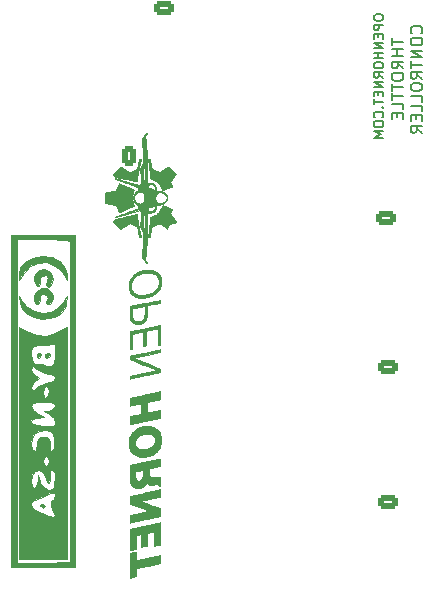
<source format=gbr>
%TF.GenerationSoftware,KiCad,Pcbnew,(6.0.9)*%
%TF.CreationDate,2023-01-21T09:36:01-09:00*%
%TF.ProjectId,CONTROLLER_Throttle,434f4e54-524f-44c4-9c45-525f5468726f,rev?*%
%TF.SameCoordinates,Original*%
%TF.FileFunction,Legend,Bot*%
%TF.FilePolarity,Positive*%
%FSLAX46Y46*%
G04 Gerber Fmt 4.6, Leading zero omitted, Abs format (unit mm)*
G04 Created by KiCad (PCBNEW (6.0.9)) date 2023-01-21 09:36:01*
%MOMM*%
%LPD*%
G01*
G04 APERTURE LIST*
G04 Aperture macros list*
%AMRoundRect*
0 Rectangle with rounded corners*
0 $1 Rounding radius*
0 $2 $3 $4 $5 $6 $7 $8 $9 X,Y pos of 4 corners*
0 Add a 4 corners polygon primitive as box body*
4,1,4,$2,$3,$4,$5,$6,$7,$8,$9,$2,$3,0*
0 Add four circle primitives for the rounded corners*
1,1,$1+$1,$2,$3*
1,1,$1+$1,$4,$5*
1,1,$1+$1,$6,$7*
1,1,$1+$1,$8,$9*
0 Add four rect primitives between the rounded corners*
20,1,$1+$1,$2,$3,$4,$5,0*
20,1,$1+$1,$4,$5,$6,$7,0*
20,1,$1+$1,$6,$7,$8,$9,0*
20,1,$1+$1,$8,$9,$2,$3,0*%
G04 Aperture macros list end*
%ADD10C,0.150000*%
%ADD11C,0.010000*%
%ADD12R,2.000000X1.905000*%
%ADD13O,2.000000X1.905000*%
%ADD14RoundRect,0.250000X0.350000X0.625000X-0.350000X0.625000X-0.350000X-0.625000X0.350000X-0.625000X0*%
%ADD15O,1.200000X1.750000*%
%ADD16RoundRect,0.250000X-0.625000X0.350000X-0.625000X-0.350000X0.625000X-0.350000X0.625000X0.350000X0*%
%ADD17O,1.750000X1.200000*%
%ADD18RoundRect,0.250000X0.625000X-0.350000X0.625000X0.350000X-0.625000X0.350000X-0.625000X-0.350000X0*%
%ADD19R,1.600000X1.600000*%
%ADD20O,1.600000X1.600000*%
%ADD21C,2.500000*%
G04 APERTURE END LIST*
D10*
X40759904Y-18732380D02*
X40759904Y-18884761D01*
X40798000Y-18960952D01*
X40874190Y-19037142D01*
X41026571Y-19075238D01*
X41293238Y-19075238D01*
X41445619Y-19037142D01*
X41521809Y-18960952D01*
X41559904Y-18884761D01*
X41559904Y-18732380D01*
X41521809Y-18656190D01*
X41445619Y-18580000D01*
X41293238Y-18541904D01*
X41026571Y-18541904D01*
X40874190Y-18580000D01*
X40798000Y-18656190D01*
X40759904Y-18732380D01*
X41559904Y-19418095D02*
X40759904Y-19418095D01*
X40759904Y-19722857D01*
X40798000Y-19799047D01*
X40836095Y-19837142D01*
X40912285Y-19875238D01*
X41026571Y-19875238D01*
X41102761Y-19837142D01*
X41140857Y-19799047D01*
X41178952Y-19722857D01*
X41178952Y-19418095D01*
X41140857Y-20218095D02*
X41140857Y-20484761D01*
X41559904Y-20599047D02*
X41559904Y-20218095D01*
X40759904Y-20218095D01*
X40759904Y-20599047D01*
X41559904Y-20941904D02*
X40759904Y-20941904D01*
X41559904Y-21399047D01*
X40759904Y-21399047D01*
X41559904Y-21780000D02*
X40759904Y-21780000D01*
X41140857Y-21780000D02*
X41140857Y-22237142D01*
X41559904Y-22237142D02*
X40759904Y-22237142D01*
X40759904Y-22770476D02*
X40759904Y-22922857D01*
X40798000Y-22999047D01*
X40874190Y-23075238D01*
X41026571Y-23113333D01*
X41293238Y-23113333D01*
X41445619Y-23075238D01*
X41521809Y-22999047D01*
X41559904Y-22922857D01*
X41559904Y-22770476D01*
X41521809Y-22694285D01*
X41445619Y-22618095D01*
X41293238Y-22580000D01*
X41026571Y-22580000D01*
X40874190Y-22618095D01*
X40798000Y-22694285D01*
X40759904Y-22770476D01*
X41559904Y-23913333D02*
X41178952Y-23646666D01*
X41559904Y-23456190D02*
X40759904Y-23456190D01*
X40759904Y-23760952D01*
X40798000Y-23837142D01*
X40836095Y-23875238D01*
X40912285Y-23913333D01*
X41026571Y-23913333D01*
X41102761Y-23875238D01*
X41140857Y-23837142D01*
X41178952Y-23760952D01*
X41178952Y-23456190D01*
X41559904Y-24256190D02*
X40759904Y-24256190D01*
X41559904Y-24713333D01*
X40759904Y-24713333D01*
X41140857Y-25094285D02*
X41140857Y-25360952D01*
X41559904Y-25475238D02*
X41559904Y-25094285D01*
X40759904Y-25094285D01*
X40759904Y-25475238D01*
X40759904Y-25703809D02*
X40759904Y-26160952D01*
X41559904Y-25932380D02*
X40759904Y-25932380D01*
X41483714Y-26427619D02*
X41521809Y-26465714D01*
X41559904Y-26427619D01*
X41521809Y-26389523D01*
X41483714Y-26427619D01*
X41559904Y-26427619D01*
X41483714Y-27265714D02*
X41521809Y-27227619D01*
X41559904Y-27113333D01*
X41559904Y-27037142D01*
X41521809Y-26922857D01*
X41445619Y-26846666D01*
X41369428Y-26808571D01*
X41217047Y-26770476D01*
X41102761Y-26770476D01*
X40950380Y-26808571D01*
X40874190Y-26846666D01*
X40798000Y-26922857D01*
X40759904Y-27037142D01*
X40759904Y-27113333D01*
X40798000Y-27227619D01*
X40836095Y-27265714D01*
X40759904Y-27760952D02*
X40759904Y-27913333D01*
X40798000Y-27989523D01*
X40874190Y-28065714D01*
X41026571Y-28103809D01*
X41293238Y-28103809D01*
X41445619Y-28065714D01*
X41521809Y-27989523D01*
X41559904Y-27913333D01*
X41559904Y-27760952D01*
X41521809Y-27684761D01*
X41445619Y-27608571D01*
X41293238Y-27570476D01*
X41026571Y-27570476D01*
X40874190Y-27608571D01*
X40798000Y-27684761D01*
X40759904Y-27760952D01*
X41559904Y-28446666D02*
X40759904Y-28446666D01*
X41331333Y-28713333D01*
X40759904Y-28980000D01*
X41559904Y-28980000D01*
X42258380Y-20581619D02*
X42258380Y-21153047D01*
X43258380Y-20867333D02*
X42258380Y-20867333D01*
X43258380Y-21486380D02*
X42258380Y-21486380D01*
X42734571Y-21486380D02*
X42734571Y-22057809D01*
X43258380Y-22057809D02*
X42258380Y-22057809D01*
X43258380Y-23105428D02*
X42782190Y-22772095D01*
X43258380Y-22534000D02*
X42258380Y-22534000D01*
X42258380Y-22914952D01*
X42306000Y-23010190D01*
X42353619Y-23057809D01*
X42448857Y-23105428D01*
X42591714Y-23105428D01*
X42686952Y-23057809D01*
X42734571Y-23010190D01*
X42782190Y-22914952D01*
X42782190Y-22534000D01*
X42258380Y-23724476D02*
X42258380Y-23914952D01*
X42306000Y-24010190D01*
X42401238Y-24105428D01*
X42591714Y-24153047D01*
X42925047Y-24153047D01*
X43115523Y-24105428D01*
X43210761Y-24010190D01*
X43258380Y-23914952D01*
X43258380Y-23724476D01*
X43210761Y-23629238D01*
X43115523Y-23534000D01*
X42925047Y-23486380D01*
X42591714Y-23486380D01*
X42401238Y-23534000D01*
X42306000Y-23629238D01*
X42258380Y-23724476D01*
X42258380Y-24438761D02*
X42258380Y-25010190D01*
X43258380Y-24724476D02*
X42258380Y-24724476D01*
X42258380Y-25200666D02*
X42258380Y-25772095D01*
X43258380Y-25486380D02*
X42258380Y-25486380D01*
X43258380Y-26581619D02*
X43258380Y-26105428D01*
X42258380Y-26105428D01*
X42734571Y-26914952D02*
X42734571Y-27248285D01*
X43258380Y-27391142D02*
X43258380Y-26914952D01*
X42258380Y-26914952D01*
X42258380Y-27391142D01*
X44773142Y-20129238D02*
X44820761Y-20081619D01*
X44868380Y-19938761D01*
X44868380Y-19843523D01*
X44820761Y-19700666D01*
X44725523Y-19605428D01*
X44630285Y-19557809D01*
X44439809Y-19510190D01*
X44296952Y-19510190D01*
X44106476Y-19557809D01*
X44011238Y-19605428D01*
X43916000Y-19700666D01*
X43868380Y-19843523D01*
X43868380Y-19938761D01*
X43916000Y-20081619D01*
X43963619Y-20129238D01*
X43868380Y-20748285D02*
X43868380Y-20938761D01*
X43916000Y-21034000D01*
X44011238Y-21129238D01*
X44201714Y-21176857D01*
X44535047Y-21176857D01*
X44725523Y-21129238D01*
X44820761Y-21034000D01*
X44868380Y-20938761D01*
X44868380Y-20748285D01*
X44820761Y-20653047D01*
X44725523Y-20557809D01*
X44535047Y-20510190D01*
X44201714Y-20510190D01*
X44011238Y-20557809D01*
X43916000Y-20653047D01*
X43868380Y-20748285D01*
X44868380Y-21605428D02*
X43868380Y-21605428D01*
X44868380Y-22176857D01*
X43868380Y-22176857D01*
X43868380Y-22510190D02*
X43868380Y-23081619D01*
X44868380Y-22795904D02*
X43868380Y-22795904D01*
X44868380Y-23986380D02*
X44392190Y-23653047D01*
X44868380Y-23414952D02*
X43868380Y-23414952D01*
X43868380Y-23795904D01*
X43916000Y-23891142D01*
X43963619Y-23938761D01*
X44058857Y-23986380D01*
X44201714Y-23986380D01*
X44296952Y-23938761D01*
X44344571Y-23891142D01*
X44392190Y-23795904D01*
X44392190Y-23414952D01*
X43868380Y-24605428D02*
X43868380Y-24795904D01*
X43916000Y-24891142D01*
X44011238Y-24986380D01*
X44201714Y-25034000D01*
X44535047Y-25034000D01*
X44725523Y-24986380D01*
X44820761Y-24891142D01*
X44868380Y-24795904D01*
X44868380Y-24605428D01*
X44820761Y-24510190D01*
X44725523Y-24414952D01*
X44535047Y-24367333D01*
X44201714Y-24367333D01*
X44011238Y-24414952D01*
X43916000Y-24510190D01*
X43868380Y-24605428D01*
X44868380Y-25938761D02*
X44868380Y-25462571D01*
X43868380Y-25462571D01*
X44868380Y-26748285D02*
X44868380Y-26272095D01*
X43868380Y-26272095D01*
X44344571Y-27081619D02*
X44344571Y-27414952D01*
X44868380Y-27557809D02*
X44868380Y-27081619D01*
X43868380Y-27081619D01*
X43868380Y-27557809D01*
X44868380Y-28557809D02*
X44392190Y-28224476D01*
X44868380Y-27986380D02*
X43868380Y-27986380D01*
X43868380Y-28367333D01*
X43916000Y-28462571D01*
X43963619Y-28510190D01*
X44058857Y-28557809D01*
X44201714Y-28557809D01*
X44296952Y-28510190D01*
X44344571Y-28462571D01*
X44392190Y-28367333D01*
X44392190Y-27986380D01*
%TO.C,LOGO2*%
G36*
X15441391Y-65341801D02*
G01*
X10058610Y-65341801D01*
X10058610Y-65015142D01*
X10563245Y-65015142D01*
X12792053Y-64968207D01*
X15020861Y-64921271D01*
X15063903Y-51367183D01*
X15066498Y-50472145D01*
X15070567Y-48404016D01*
X15071769Y-46443998D01*
X15070236Y-44617458D01*
X15066096Y-42949765D01*
X15059480Y-41466286D01*
X15050518Y-40192388D01*
X15039341Y-39153439D01*
X15026078Y-38374807D01*
X15010859Y-37881860D01*
X14993814Y-37699964D01*
X14984401Y-37693771D01*
X14741127Y-37652015D01*
X14238081Y-37618038D01*
X13542585Y-37595194D01*
X12721965Y-37586834D01*
X10563245Y-37586834D01*
X10563245Y-65015142D01*
X10058610Y-65015142D01*
X10058610Y-37250410D01*
X15441391Y-37250410D01*
X15441391Y-65341801D01*
G37*
D11*
X15441391Y-65341801D02*
X10058610Y-65341801D01*
X10058610Y-65015142D01*
X10563245Y-65015142D01*
X12792053Y-64968207D01*
X15020861Y-64921271D01*
X15063903Y-51367183D01*
X15066498Y-50472145D01*
X15070567Y-48404016D01*
X15071769Y-46443998D01*
X15070236Y-44617458D01*
X15066096Y-42949765D01*
X15059480Y-41466286D01*
X15050518Y-40192388D01*
X15039341Y-39153439D01*
X15026078Y-38374807D01*
X15010859Y-37881860D01*
X14993814Y-37699964D01*
X14984401Y-37693771D01*
X14741127Y-37652015D01*
X14238081Y-37618038D01*
X13542585Y-37595194D01*
X12721965Y-37586834D01*
X10563245Y-37586834D01*
X10563245Y-65015142D01*
X10058610Y-65015142D01*
X10058610Y-37250410D01*
X15441391Y-37250410D01*
X15441391Y-65341801D01*
G36*
X13498281Y-39099323D02*
G01*
X14267937Y-39550475D01*
X14271288Y-39553299D01*
X14654346Y-39998461D01*
X14767914Y-40503443D01*
X14767286Y-41035179D01*
X14427807Y-40478368D01*
X14411675Y-40452651D01*
X13990872Y-39994418D01*
X13461218Y-39658227D01*
X13109650Y-39549511D01*
X12365113Y-39553883D01*
X11675998Y-39855143D01*
X11115418Y-40429260D01*
X10731457Y-41000824D01*
X10731457Y-40486266D01*
X10840741Y-40009065D01*
X11232063Y-39550475D01*
X11862606Y-39154878D01*
X12678033Y-38967457D01*
X13498281Y-39099323D01*
G37*
X13498281Y-39099323D02*
X14267937Y-39550475D01*
X14271288Y-39553299D01*
X14654346Y-39998461D01*
X14767914Y-40503443D01*
X14767286Y-41035179D01*
X14427807Y-40478368D01*
X14411675Y-40452651D01*
X13990872Y-39994418D01*
X13461218Y-39658227D01*
X13109650Y-39549511D01*
X12365113Y-39553883D01*
X11675998Y-39855143D01*
X11115418Y-40429260D01*
X10731457Y-41000824D01*
X10731457Y-40486266D01*
X10840741Y-40009065D01*
X11232063Y-39550475D01*
X11862606Y-39154878D01*
X12678033Y-38967457D01*
X13498281Y-39099323D01*
G36*
X14727445Y-42964246D02*
G01*
X14680883Y-43223822D01*
X14389053Y-43723606D01*
X13898636Y-44071324D01*
X13280780Y-44266975D01*
X12606631Y-44310561D01*
X11947337Y-44202081D01*
X11374044Y-43941536D01*
X10957900Y-43528924D01*
X10770050Y-42964246D01*
X10724537Y-42380874D01*
X11006742Y-42822800D01*
X11339361Y-43222608D01*
X11967342Y-43625262D01*
X12678152Y-43788882D01*
X13392327Y-43713050D01*
X14030403Y-43397343D01*
X14512916Y-42841342D01*
X14770453Y-42380874D01*
X14727445Y-42964246D01*
G37*
X14727445Y-42964246D02*
X14680883Y-43223822D01*
X14389053Y-43723606D01*
X13898636Y-44071324D01*
X13280780Y-44266975D01*
X12606631Y-44310561D01*
X11947337Y-44202081D01*
X11374044Y-43941536D01*
X10957900Y-43528924D01*
X10770050Y-42964246D01*
X10724537Y-42380874D01*
X11006742Y-42822800D01*
X11339361Y-43222608D01*
X11967342Y-43625262D01*
X12678152Y-43788882D01*
X13392327Y-43713050D01*
X14030403Y-43397343D01*
X14512916Y-42841342D01*
X14770453Y-42380874D01*
X14727445Y-42964246D01*
G36*
X14768543Y-45033916D02*
G01*
X14768543Y-64668953D01*
X10731457Y-64668953D01*
X10731457Y-60117622D01*
X11740729Y-60117622D01*
X11785242Y-60263504D01*
X12078187Y-60518492D01*
X12671939Y-60802533D01*
X13237429Y-61005511D01*
X13629574Y-61065746D01*
X13756323Y-60939967D01*
X13626745Y-60626500D01*
X13544563Y-60469310D01*
X13437655Y-60080433D01*
X13451705Y-59757435D01*
X13591060Y-59622596D01*
X13688366Y-59560630D01*
X13759272Y-59288627D01*
X13759263Y-59272013D01*
X13742537Y-59096029D01*
X13642117Y-59041298D01*
X13381662Y-59108753D01*
X12884832Y-59299329D01*
X12490063Y-59456035D01*
X12061781Y-59640692D01*
X11838775Y-59780578D01*
X11754079Y-59923590D01*
X11740729Y-60117622D01*
X10731457Y-60117622D01*
X10731457Y-58045179D01*
X11740729Y-58045179D01*
X11808350Y-58464036D01*
X11975951Y-58625145D01*
X12163148Y-58493730D01*
X12289296Y-58066636D01*
X12354543Y-57519947D01*
X12489629Y-58068818D01*
X12529538Y-58195134D01*
X12803415Y-58586471D01*
X13188646Y-58775967D01*
X13581499Y-58703339D01*
X13629739Y-58647617D01*
X13642117Y-58604719D01*
X13720357Y-58333567D01*
X13757792Y-57891108D01*
X13735548Y-57467889D01*
X13647130Y-57211558D01*
X13446559Y-57092094D01*
X13316665Y-57217688D01*
X13335225Y-57588039D01*
X13363064Y-57952739D01*
X13262508Y-58187929D01*
X13259469Y-58189745D01*
X13102670Y-58124594D01*
X12980312Y-57788391D01*
X12960890Y-57704306D01*
X12741062Y-57288770D01*
X12426846Y-57132136D01*
X12100527Y-57217357D01*
X11844393Y-57527387D01*
X11740729Y-58045179D01*
X10731457Y-58045179D01*
X10731457Y-56342463D01*
X12750000Y-56342463D01*
X12799385Y-56616766D01*
X13002318Y-56762993D01*
X13166900Y-56680686D01*
X13254636Y-56342463D01*
X13205251Y-56068161D01*
X13002318Y-55921934D01*
X12837736Y-56004241D01*
X12750000Y-56342463D01*
X10731457Y-56342463D01*
X10731457Y-54925011D01*
X11771751Y-54925011D01*
X11846126Y-55327353D01*
X12035100Y-55544520D01*
X12046488Y-55547828D01*
X12196078Y-55442709D01*
X12245364Y-55022121D01*
X12249258Y-54870147D01*
X12340739Y-54496885D01*
X12589860Y-54321358D01*
X12678407Y-54298321D01*
X13002318Y-54339072D01*
X13085534Y-54349541D01*
X13331815Y-54647721D01*
X13354744Y-55127022D01*
X13346929Y-55167501D01*
X13331753Y-55490391D01*
X13446559Y-55536075D01*
X13466403Y-55543971D01*
X13496718Y-55529484D01*
X13643316Y-55282657D01*
X13713184Y-54861202D01*
X13696117Y-54398905D01*
X13581911Y-54029549D01*
X13330978Y-53823173D01*
X12881362Y-53735924D01*
X12394533Y-53814252D01*
X12007286Y-54055868D01*
X11976664Y-54092849D01*
X11814442Y-54469506D01*
X11771751Y-54925011D01*
X10731457Y-54925011D01*
X10731457Y-51712316D01*
X11740729Y-51712316D01*
X11887191Y-52032204D01*
X12287417Y-52342694D01*
X12834106Y-52640968D01*
X12277282Y-52694851D01*
X12136844Y-52711883D01*
X11828351Y-52819609D01*
X11774280Y-53031692D01*
X11775644Y-53038485D01*
X11895599Y-53209423D01*
X12211713Y-53310695D01*
X12793688Y-53365096D01*
X12881362Y-53368313D01*
X13318619Y-53384356D01*
X13617039Y-53352558D01*
X13737117Y-53238737D01*
X13759272Y-53013620D01*
X13677452Y-52703740D01*
X13296689Y-52381817D01*
X12834106Y-52151937D01*
X13296689Y-52091325D01*
X13635667Y-51978944D01*
X13759272Y-51705463D01*
X13742183Y-51569953D01*
X13620266Y-51448150D01*
X13314969Y-51393099D01*
X12750000Y-51380212D01*
X12312874Y-51386140D01*
X11943878Y-51426366D01*
X11778732Y-51526678D01*
X11740729Y-51712316D01*
X10731457Y-51712316D01*
X10731457Y-50553170D01*
X12750000Y-50553170D01*
X12800184Y-50914959D01*
X12960265Y-51002577D01*
X12972262Y-50998162D01*
X13160313Y-50776965D01*
X13233865Y-50430746D01*
X13149590Y-50153753D01*
X12974624Y-50038685D01*
X12808637Y-50145501D01*
X12750000Y-50553170D01*
X10731457Y-50553170D01*
X10731457Y-48556846D01*
X11736984Y-48556846D01*
X11852486Y-48831748D01*
X12095863Y-49086702D01*
X12450998Y-49335448D01*
X12095863Y-49557233D01*
X11872105Y-49763541D01*
X11740729Y-50074979D01*
X11741454Y-50118237D01*
X11809322Y-50331899D01*
X12018695Y-50304874D01*
X12413576Y-50034516D01*
X12825056Y-49809305D01*
X12974624Y-49775222D01*
X13296689Y-49701833D01*
X13348572Y-49700751D01*
X13669663Y-49617532D01*
X13759272Y-49361669D01*
X13758360Y-49323928D01*
X13647504Y-49089511D01*
X13296689Y-49021505D01*
X12867897Y-48930172D01*
X12413576Y-48688821D01*
X12404580Y-48681805D01*
X12075677Y-48453074D01*
X11866888Y-48356138D01*
X11785174Y-48376277D01*
X11736984Y-48556846D01*
X10731457Y-48556846D01*
X10731457Y-47302478D01*
X11756496Y-47302478D01*
X11818648Y-47798892D01*
X11843893Y-47889507D01*
X11866888Y-47923624D01*
X12009221Y-48134799D01*
X12341240Y-48140765D01*
X12633983Y-48124175D01*
X12848048Y-48206744D01*
X12852778Y-48214097D01*
X13107377Y-48347685D01*
X13435844Y-48296113D01*
X13657169Y-48086322D01*
X13672896Y-48037376D01*
X13734369Y-47653301D01*
X13759272Y-47152762D01*
X13759272Y-46485277D01*
X12792053Y-46535725D01*
X12376187Y-46563493D01*
X12009517Y-46628093D01*
X11835312Y-46755203D01*
X11768840Y-46981758D01*
X11756496Y-47302478D01*
X10731457Y-47302478D01*
X10731457Y-44999505D01*
X11278146Y-45321766D01*
X11317239Y-45344540D01*
X12212674Y-45706994D01*
X13085934Y-45739254D01*
X13759272Y-45513332D01*
X13969537Y-45442783D01*
X14768543Y-45033916D01*
G37*
X14768543Y-45033916D02*
X14768543Y-64668953D01*
X10731457Y-64668953D01*
X10731457Y-60117622D01*
X11740729Y-60117622D01*
X11785242Y-60263504D01*
X12078187Y-60518492D01*
X12671939Y-60802533D01*
X13237429Y-61005511D01*
X13629574Y-61065746D01*
X13756323Y-60939967D01*
X13626745Y-60626500D01*
X13544563Y-60469310D01*
X13437655Y-60080433D01*
X13451705Y-59757435D01*
X13591060Y-59622596D01*
X13688366Y-59560630D01*
X13759272Y-59288627D01*
X13759263Y-59272013D01*
X13742537Y-59096029D01*
X13642117Y-59041298D01*
X13381662Y-59108753D01*
X12884832Y-59299329D01*
X12490063Y-59456035D01*
X12061781Y-59640692D01*
X11838775Y-59780578D01*
X11754079Y-59923590D01*
X11740729Y-60117622D01*
X10731457Y-60117622D01*
X10731457Y-58045179D01*
X11740729Y-58045179D01*
X11808350Y-58464036D01*
X11975951Y-58625145D01*
X12163148Y-58493730D01*
X12289296Y-58066636D01*
X12354543Y-57519947D01*
X12489629Y-58068818D01*
X12529538Y-58195134D01*
X12803415Y-58586471D01*
X13188646Y-58775967D01*
X13581499Y-58703339D01*
X13629739Y-58647617D01*
X13642117Y-58604719D01*
X13720357Y-58333567D01*
X13757792Y-57891108D01*
X13735548Y-57467889D01*
X13647130Y-57211558D01*
X13446559Y-57092094D01*
X13316665Y-57217688D01*
X13335225Y-57588039D01*
X13363064Y-57952739D01*
X13262508Y-58187929D01*
X13259469Y-58189745D01*
X13102670Y-58124594D01*
X12980312Y-57788391D01*
X12960890Y-57704306D01*
X12741062Y-57288770D01*
X12426846Y-57132136D01*
X12100527Y-57217357D01*
X11844393Y-57527387D01*
X11740729Y-58045179D01*
X10731457Y-58045179D01*
X10731457Y-56342463D01*
X12750000Y-56342463D01*
X12799385Y-56616766D01*
X13002318Y-56762993D01*
X13166900Y-56680686D01*
X13254636Y-56342463D01*
X13205251Y-56068161D01*
X13002318Y-55921934D01*
X12837736Y-56004241D01*
X12750000Y-56342463D01*
X10731457Y-56342463D01*
X10731457Y-54925011D01*
X11771751Y-54925011D01*
X11846126Y-55327353D01*
X12035100Y-55544520D01*
X12046488Y-55547828D01*
X12196078Y-55442709D01*
X12245364Y-55022121D01*
X12249258Y-54870147D01*
X12340739Y-54496885D01*
X12589860Y-54321358D01*
X12678407Y-54298321D01*
X13002318Y-54339072D01*
X13085534Y-54349541D01*
X13331815Y-54647721D01*
X13354744Y-55127022D01*
X13346929Y-55167501D01*
X13331753Y-55490391D01*
X13446559Y-55536075D01*
X13466403Y-55543971D01*
X13496718Y-55529484D01*
X13643316Y-55282657D01*
X13713184Y-54861202D01*
X13696117Y-54398905D01*
X13581911Y-54029549D01*
X13330978Y-53823173D01*
X12881362Y-53735924D01*
X12394533Y-53814252D01*
X12007286Y-54055868D01*
X11976664Y-54092849D01*
X11814442Y-54469506D01*
X11771751Y-54925011D01*
X10731457Y-54925011D01*
X10731457Y-51712316D01*
X11740729Y-51712316D01*
X11887191Y-52032204D01*
X12287417Y-52342694D01*
X12834106Y-52640968D01*
X12277282Y-52694851D01*
X12136844Y-52711883D01*
X11828351Y-52819609D01*
X11774280Y-53031692D01*
X11775644Y-53038485D01*
X11895599Y-53209423D01*
X12211713Y-53310695D01*
X12793688Y-53365096D01*
X12881362Y-53368313D01*
X13318619Y-53384356D01*
X13617039Y-53352558D01*
X13737117Y-53238737D01*
X13759272Y-53013620D01*
X13677452Y-52703740D01*
X13296689Y-52381817D01*
X12834106Y-52151937D01*
X13296689Y-52091325D01*
X13635667Y-51978944D01*
X13759272Y-51705463D01*
X13742183Y-51569953D01*
X13620266Y-51448150D01*
X13314969Y-51393099D01*
X12750000Y-51380212D01*
X12312874Y-51386140D01*
X11943878Y-51426366D01*
X11778732Y-51526678D01*
X11740729Y-51712316D01*
X10731457Y-51712316D01*
X10731457Y-50553170D01*
X12750000Y-50553170D01*
X12800184Y-50914959D01*
X12960265Y-51002577D01*
X12972262Y-50998162D01*
X13160313Y-50776965D01*
X13233865Y-50430746D01*
X13149590Y-50153753D01*
X12974624Y-50038685D01*
X12808637Y-50145501D01*
X12750000Y-50553170D01*
X10731457Y-50553170D01*
X10731457Y-48556846D01*
X11736984Y-48556846D01*
X11852486Y-48831748D01*
X12095863Y-49086702D01*
X12450998Y-49335448D01*
X12095863Y-49557233D01*
X11872105Y-49763541D01*
X11740729Y-50074979D01*
X11741454Y-50118237D01*
X11809322Y-50331899D01*
X12018695Y-50304874D01*
X12413576Y-50034516D01*
X12825056Y-49809305D01*
X12974624Y-49775222D01*
X13296689Y-49701833D01*
X13348572Y-49700751D01*
X13669663Y-49617532D01*
X13759272Y-49361669D01*
X13758360Y-49323928D01*
X13647504Y-49089511D01*
X13296689Y-49021505D01*
X12867897Y-48930172D01*
X12413576Y-48688821D01*
X12404580Y-48681805D01*
X12075677Y-48453074D01*
X11866888Y-48356138D01*
X11785174Y-48376277D01*
X11736984Y-48556846D01*
X10731457Y-48556846D01*
X10731457Y-47302478D01*
X11756496Y-47302478D01*
X11818648Y-47798892D01*
X11843893Y-47889507D01*
X11866888Y-47923624D01*
X12009221Y-48134799D01*
X12341240Y-48140765D01*
X12633983Y-48124175D01*
X12848048Y-48206744D01*
X12852778Y-48214097D01*
X13107377Y-48347685D01*
X13435844Y-48296113D01*
X13657169Y-48086322D01*
X13672896Y-48037376D01*
X13734369Y-47653301D01*
X13759272Y-47152762D01*
X13759272Y-46485277D01*
X12792053Y-46535725D01*
X12376187Y-46563493D01*
X12009517Y-46628093D01*
X11835312Y-46755203D01*
X11768840Y-46981758D01*
X11756496Y-47302478D01*
X10731457Y-47302478D01*
X10731457Y-44999505D01*
X11278146Y-45321766D01*
X11317239Y-45344540D01*
X12212674Y-45706994D01*
X13085934Y-45739254D01*
X13759272Y-45513332D01*
X13969537Y-45442783D01*
X14768543Y-45033916D01*
G36*
X13326727Y-40374346D02*
G01*
X13407063Y-40465630D01*
X13580677Y-40937314D01*
X13439079Y-41435206D01*
X13348228Y-41542287D01*
X13146200Y-41585402D01*
X13027750Y-41416468D01*
X13086424Y-41119285D01*
X13155238Y-40836835D01*
X12997065Y-40650221D01*
X12638755Y-40685893D01*
X12498082Y-40793599D01*
X12462806Y-41121161D01*
X12490257Y-41266694D01*
X12437909Y-41515116D01*
X12262090Y-41504017D01*
X12051179Y-41213559D01*
X11997984Y-41087760D01*
X11957805Y-40759412D01*
X12160640Y-40447120D01*
X12443046Y-40216486D01*
X12894447Y-40132282D01*
X13326727Y-40374346D01*
G37*
X13326727Y-40374346D02*
X13407063Y-40465630D01*
X13580677Y-40937314D01*
X13439079Y-41435206D01*
X13348228Y-41542287D01*
X13146200Y-41585402D01*
X13027750Y-41416468D01*
X13086424Y-41119285D01*
X13155238Y-40836835D01*
X12997065Y-40650221D01*
X12638755Y-40685893D01*
X12498082Y-40793599D01*
X12462806Y-41121161D01*
X12490257Y-41266694D01*
X12437909Y-41515116D01*
X12262090Y-41504017D01*
X12051179Y-41213559D01*
X11997984Y-41087760D01*
X11957805Y-40759412D01*
X12160640Y-40447120D01*
X12443046Y-40216486D01*
X12894447Y-40132282D01*
X13326727Y-40374346D01*
G36*
X13106606Y-41750120D02*
G01*
X13462325Y-42025069D01*
X13516559Y-42127904D01*
X13575295Y-42489940D01*
X13499774Y-42837393D01*
X13327771Y-43063199D01*
X13097063Y-43060297D01*
X12997448Y-42957019D01*
X13080330Y-42724640D01*
X13163551Y-42547189D01*
X13011761Y-42304605D01*
X12720082Y-42185237D01*
X12493754Y-42315646D01*
X12467236Y-42652009D01*
X12478492Y-42703153D01*
X12441362Y-42993770D01*
X12268912Y-43100077D01*
X12060922Y-42949113D01*
X11960711Y-42752459D01*
X11956697Y-42364364D01*
X12253969Y-41951740D01*
X12653970Y-41728524D01*
X13106606Y-41750120D01*
G37*
X13106606Y-41750120D02*
X13462325Y-42025069D01*
X13516559Y-42127904D01*
X13575295Y-42489940D01*
X13499774Y-42837393D01*
X13327771Y-43063199D01*
X13097063Y-43060297D01*
X12997448Y-42957019D01*
X13080330Y-42724640D01*
X13163551Y-42547189D01*
X13011761Y-42304605D01*
X12720082Y-42185237D01*
X12493754Y-42315646D01*
X12467236Y-42652009D01*
X12478492Y-42703153D01*
X12441362Y-42993770D01*
X12268912Y-43100077D01*
X12060922Y-42949113D01*
X11960711Y-42752459D01*
X11956697Y-42364364D01*
X12253969Y-41951740D01*
X12653970Y-41728524D01*
X13106606Y-41750120D01*
G36*
X13368342Y-47272009D02*
G01*
X13340099Y-47473572D01*
X13117964Y-47641001D01*
X13016017Y-47637433D01*
X12918212Y-47441249D01*
X12952828Y-47310350D01*
X13184548Y-47174914D01*
X13368342Y-47272009D01*
G37*
X13368342Y-47272009D02*
X13340099Y-47473572D01*
X13117964Y-47641001D01*
X13016017Y-47637433D01*
X12918212Y-47441249D01*
X12952828Y-47310350D01*
X13184548Y-47174914D01*
X13368342Y-47272009D01*
G36*
X12453486Y-47179444D02*
G01*
X12581788Y-47333198D01*
X12575372Y-47380392D01*
X12413576Y-47595444D01*
X12326912Y-47611268D01*
X12245364Y-47437159D01*
X12265951Y-47311832D01*
X12413576Y-47174914D01*
X12453486Y-47179444D01*
G37*
X12453486Y-47179444D02*
X12581788Y-47333198D01*
X12575372Y-47380392D01*
X12413576Y-47595444D01*
X12326912Y-47611268D01*
X12245364Y-47437159D01*
X12265951Y-47311832D01*
X12413576Y-47174914D01*
X12453486Y-47179444D01*
G36*
X12781294Y-59979607D02*
G01*
X12918212Y-60127232D01*
X12913682Y-60167141D01*
X12759928Y-60295444D01*
X12712734Y-60289027D01*
X12497682Y-60127232D01*
X12481858Y-60040567D01*
X12655967Y-59959020D01*
X12781294Y-59979607D01*
G37*
X12781294Y-59979607D02*
X12918212Y-60127232D01*
X12913682Y-60167141D01*
X12759928Y-60295444D01*
X12712734Y-60289027D01*
X12497682Y-60127232D01*
X12481858Y-60040567D01*
X12655967Y-59959020D01*
X12781294Y-59979607D01*
%TO.C,LOGO1*%
G36*
X19193746Y-32845288D02*
G01*
X19202789Y-32849116D01*
X19218913Y-32856038D01*
X19241701Y-32865873D01*
X19270735Y-32878439D01*
X19305600Y-32893556D01*
X19345879Y-32911042D01*
X19391155Y-32930717D01*
X19441010Y-32952399D01*
X19495030Y-32975907D01*
X19552796Y-33001060D01*
X19613892Y-33027677D01*
X19677901Y-33055577D01*
X19744407Y-33084578D01*
X19812992Y-33114500D01*
X19856872Y-33133655D01*
X19924071Y-33163020D01*
X19988870Y-33191371D01*
X20050858Y-33218528D01*
X20109622Y-33244308D01*
X20164749Y-33268528D01*
X20215826Y-33291008D01*
X20262441Y-33311564D01*
X20304181Y-33330016D01*
X20340633Y-33346180D01*
X20371386Y-33359875D01*
X20396026Y-33370919D01*
X20414141Y-33379130D01*
X20425318Y-33384326D01*
X20429144Y-33386324D01*
X20428475Y-33389428D01*
X20425723Y-33399582D01*
X20421215Y-33415371D01*
X20415347Y-33435405D01*
X20408519Y-33458291D01*
X20396074Y-33501036D01*
X20379407Y-33562595D01*
X20363518Y-33626095D01*
X20348768Y-33689891D01*
X20335518Y-33752335D01*
X20324129Y-33811781D01*
X20314963Y-33866582D01*
X20308379Y-33915091D01*
X20306758Y-33931860D01*
X20304762Y-33963971D01*
X20303476Y-34001163D01*
X20302879Y-34041747D01*
X20302951Y-34084029D01*
X20303671Y-34126320D01*
X20305018Y-34166927D01*
X20306971Y-34204159D01*
X20309511Y-34236325D01*
X20312616Y-34261734D01*
X20320004Y-34305359D01*
X20331770Y-34366734D01*
X20345653Y-34432249D01*
X20361163Y-34499782D01*
X20377808Y-34567208D01*
X20395097Y-34632404D01*
X20412536Y-34693247D01*
X20416472Y-34706505D01*
X20422272Y-34726899D01*
X20425775Y-34741057D01*
X20427206Y-34750176D01*
X20426791Y-34755452D01*
X20424755Y-34758082D01*
X20422825Y-34759017D01*
X20413713Y-34763204D01*
X20397547Y-34770543D01*
X20374745Y-34780845D01*
X20345721Y-34793925D01*
X20310892Y-34809595D01*
X20270675Y-34827669D01*
X20225484Y-34847960D01*
X20175736Y-34870281D01*
X20121847Y-34894446D01*
X20064234Y-34920267D01*
X20003311Y-34947559D01*
X19939495Y-34976133D01*
X19873203Y-35005804D01*
X19804849Y-35036384D01*
X19788005Y-35043919D01*
X19706539Y-35080336D01*
X19632418Y-35113433D01*
X19565328Y-35143347D01*
X19504958Y-35170213D01*
X19450995Y-35194166D01*
X19403127Y-35215343D01*
X19361041Y-35233879D01*
X19324425Y-35249911D01*
X19292968Y-35263572D01*
X19266355Y-35275001D01*
X19244276Y-35284332D01*
X19226418Y-35291700D01*
X19212469Y-35297243D01*
X19202115Y-35301095D01*
X19195046Y-35303392D01*
X19190948Y-35304271D01*
X19189510Y-35303866D01*
X19188313Y-35300003D01*
X19184050Y-35288429D01*
X19177073Y-35270454D01*
X19167693Y-35246828D01*
X19156221Y-35218301D01*
X19142968Y-35185621D01*
X19128244Y-35149539D01*
X19112362Y-35110804D01*
X19095630Y-35070165D01*
X19078362Y-35028373D01*
X19060867Y-34986177D01*
X19043456Y-34944326D01*
X19026441Y-34903570D01*
X19010132Y-34864658D01*
X18994840Y-34828341D01*
X18980877Y-34795367D01*
X18968553Y-34766487D01*
X18958179Y-34742450D01*
X18950066Y-34724004D01*
X18944525Y-34711901D01*
X18941867Y-34706890D01*
X18932974Y-34698808D01*
X18921531Y-34691107D01*
X18918717Y-34690238D01*
X18907901Y-34687715D01*
X18889708Y-34683844D01*
X18864714Y-34678736D01*
X18833491Y-34672504D01*
X18796614Y-34665259D01*
X18754656Y-34657113D01*
X18708190Y-34648178D01*
X18657792Y-34638566D01*
X18604035Y-34628387D01*
X18547492Y-34617756D01*
X18488738Y-34606782D01*
X18449684Y-34599501D01*
X18392379Y-34588774D01*
X18337685Y-34578486D01*
X18286174Y-34568747D01*
X18238417Y-34559666D01*
X18194987Y-34551354D01*
X18156454Y-34543921D01*
X18123389Y-34537476D01*
X18096365Y-34532129D01*
X18075952Y-34527990D01*
X18062723Y-34525170D01*
X18057247Y-34523778D01*
X18048377Y-34517290D01*
X18040249Y-34507311D01*
X18039302Y-34505380D01*
X18038255Y-34502035D01*
X18037334Y-34497163D01*
X18036531Y-34490268D01*
X18035838Y-34480855D01*
X18035247Y-34468427D01*
X18034750Y-34452489D01*
X18034340Y-34432545D01*
X18034007Y-34408100D01*
X18033745Y-34378658D01*
X18033545Y-34343724D01*
X18033399Y-34302801D01*
X18033300Y-34255394D01*
X18033239Y-34201007D01*
X18033208Y-34139145D01*
X18033200Y-34069312D01*
X18033200Y-34048631D01*
X18033199Y-33979970D01*
X18033214Y-33919152D01*
X18033269Y-33865687D01*
X18033385Y-33819089D01*
X18033586Y-33778867D01*
X18033892Y-33744536D01*
X18034327Y-33715606D01*
X18034911Y-33691589D01*
X18035669Y-33671997D01*
X18036621Y-33656343D01*
X18037791Y-33644137D01*
X18039200Y-33634893D01*
X18040871Y-33628121D01*
X18042825Y-33623334D01*
X18045085Y-33620043D01*
X18047674Y-33617761D01*
X18050613Y-33615999D01*
X18053925Y-33614270D01*
X18056606Y-33613508D01*
X18067162Y-33611177D01*
X18085090Y-33607498D01*
X18109823Y-33602579D01*
X18140794Y-33596531D01*
X18177436Y-33589461D01*
X18219183Y-33581478D01*
X18265466Y-33572691D01*
X18315718Y-33563209D01*
X18369373Y-33553140D01*
X18425864Y-33542594D01*
X18484623Y-33531678D01*
X18547178Y-33520046D01*
X18610876Y-33508110D01*
X18669806Y-33496970D01*
X18723573Y-33486705D01*
X18771779Y-33477391D01*
X18814029Y-33469106D01*
X18849927Y-33461928D01*
X18879076Y-33455935D01*
X18901080Y-33451205D01*
X18915543Y-33447815D01*
X18922068Y-33445842D01*
X18923028Y-33445336D01*
X18935466Y-33436343D01*
X18945373Y-33425505D01*
X18947716Y-33420924D01*
X18953196Y-33408817D01*
X18961355Y-33390076D01*
X18971917Y-33365353D01*
X18984609Y-33335303D01*
X18999155Y-33300580D01*
X19015281Y-33261838D01*
X19032712Y-33219730D01*
X19051172Y-33174911D01*
X19070387Y-33128035D01*
X19075139Y-33116424D01*
X19097057Y-33063086D01*
X19117107Y-33014672D01*
X19135129Y-32971551D01*
X19150967Y-32934088D01*
X19164463Y-32902654D01*
X19175459Y-32877614D01*
X19183798Y-32859338D01*
X19189322Y-32848193D01*
X19191873Y-32844547D01*
X19193746Y-32845288D01*
G37*
X19193746Y-32845288D02*
X19202789Y-32849116D01*
X19218913Y-32856038D01*
X19241701Y-32865873D01*
X19270735Y-32878439D01*
X19305600Y-32893556D01*
X19345879Y-32911042D01*
X19391155Y-32930717D01*
X19441010Y-32952399D01*
X19495030Y-32975907D01*
X19552796Y-33001060D01*
X19613892Y-33027677D01*
X19677901Y-33055577D01*
X19744407Y-33084578D01*
X19812992Y-33114500D01*
X19856872Y-33133655D01*
X19924071Y-33163020D01*
X19988870Y-33191371D01*
X20050858Y-33218528D01*
X20109622Y-33244308D01*
X20164749Y-33268528D01*
X20215826Y-33291008D01*
X20262441Y-33311564D01*
X20304181Y-33330016D01*
X20340633Y-33346180D01*
X20371386Y-33359875D01*
X20396026Y-33370919D01*
X20414141Y-33379130D01*
X20425318Y-33384326D01*
X20429144Y-33386324D01*
X20428475Y-33389428D01*
X20425723Y-33399582D01*
X20421215Y-33415371D01*
X20415347Y-33435405D01*
X20408519Y-33458291D01*
X20396074Y-33501036D01*
X20379407Y-33562595D01*
X20363518Y-33626095D01*
X20348768Y-33689891D01*
X20335518Y-33752335D01*
X20324129Y-33811781D01*
X20314963Y-33866582D01*
X20308379Y-33915091D01*
X20306758Y-33931860D01*
X20304762Y-33963971D01*
X20303476Y-34001163D01*
X20302879Y-34041747D01*
X20302951Y-34084029D01*
X20303671Y-34126320D01*
X20305018Y-34166927D01*
X20306971Y-34204159D01*
X20309511Y-34236325D01*
X20312616Y-34261734D01*
X20320004Y-34305359D01*
X20331770Y-34366734D01*
X20345653Y-34432249D01*
X20361163Y-34499782D01*
X20377808Y-34567208D01*
X20395097Y-34632404D01*
X20412536Y-34693247D01*
X20416472Y-34706505D01*
X20422272Y-34726899D01*
X20425775Y-34741057D01*
X20427206Y-34750176D01*
X20426791Y-34755452D01*
X20424755Y-34758082D01*
X20422825Y-34759017D01*
X20413713Y-34763204D01*
X20397547Y-34770543D01*
X20374745Y-34780845D01*
X20345721Y-34793925D01*
X20310892Y-34809595D01*
X20270675Y-34827669D01*
X20225484Y-34847960D01*
X20175736Y-34870281D01*
X20121847Y-34894446D01*
X20064234Y-34920267D01*
X20003311Y-34947559D01*
X19939495Y-34976133D01*
X19873203Y-35005804D01*
X19804849Y-35036384D01*
X19788005Y-35043919D01*
X19706539Y-35080336D01*
X19632418Y-35113433D01*
X19565328Y-35143347D01*
X19504958Y-35170213D01*
X19450995Y-35194166D01*
X19403127Y-35215343D01*
X19361041Y-35233879D01*
X19324425Y-35249911D01*
X19292968Y-35263572D01*
X19266355Y-35275001D01*
X19244276Y-35284332D01*
X19226418Y-35291700D01*
X19212469Y-35297243D01*
X19202115Y-35301095D01*
X19195046Y-35303392D01*
X19190948Y-35304271D01*
X19189510Y-35303866D01*
X19188313Y-35300003D01*
X19184050Y-35288429D01*
X19177073Y-35270454D01*
X19167693Y-35246828D01*
X19156221Y-35218301D01*
X19142968Y-35185621D01*
X19128244Y-35149539D01*
X19112362Y-35110804D01*
X19095630Y-35070165D01*
X19078362Y-35028373D01*
X19060867Y-34986177D01*
X19043456Y-34944326D01*
X19026441Y-34903570D01*
X19010132Y-34864658D01*
X18994840Y-34828341D01*
X18980877Y-34795367D01*
X18968553Y-34766487D01*
X18958179Y-34742450D01*
X18950066Y-34724004D01*
X18944525Y-34711901D01*
X18941867Y-34706890D01*
X18932974Y-34698808D01*
X18921531Y-34691107D01*
X18918717Y-34690238D01*
X18907901Y-34687715D01*
X18889708Y-34683844D01*
X18864714Y-34678736D01*
X18833491Y-34672504D01*
X18796614Y-34665259D01*
X18754656Y-34657113D01*
X18708190Y-34648178D01*
X18657792Y-34638566D01*
X18604035Y-34628387D01*
X18547492Y-34617756D01*
X18488738Y-34606782D01*
X18449684Y-34599501D01*
X18392379Y-34588774D01*
X18337685Y-34578486D01*
X18286174Y-34568747D01*
X18238417Y-34559666D01*
X18194987Y-34551354D01*
X18156454Y-34543921D01*
X18123389Y-34537476D01*
X18096365Y-34532129D01*
X18075952Y-34527990D01*
X18062723Y-34525170D01*
X18057247Y-34523778D01*
X18048377Y-34517290D01*
X18040249Y-34507311D01*
X18039302Y-34505380D01*
X18038255Y-34502035D01*
X18037334Y-34497163D01*
X18036531Y-34490268D01*
X18035838Y-34480855D01*
X18035247Y-34468427D01*
X18034750Y-34452489D01*
X18034340Y-34432545D01*
X18034007Y-34408100D01*
X18033745Y-34378658D01*
X18033545Y-34343724D01*
X18033399Y-34302801D01*
X18033300Y-34255394D01*
X18033239Y-34201007D01*
X18033208Y-34139145D01*
X18033200Y-34069312D01*
X18033200Y-34048631D01*
X18033199Y-33979970D01*
X18033214Y-33919152D01*
X18033269Y-33865687D01*
X18033385Y-33819089D01*
X18033586Y-33778867D01*
X18033892Y-33744536D01*
X18034327Y-33715606D01*
X18034911Y-33691589D01*
X18035669Y-33671997D01*
X18036621Y-33656343D01*
X18037791Y-33644137D01*
X18039200Y-33634893D01*
X18040871Y-33628121D01*
X18042825Y-33623334D01*
X18045085Y-33620043D01*
X18047674Y-33617761D01*
X18050613Y-33615999D01*
X18053925Y-33614270D01*
X18056606Y-33613508D01*
X18067162Y-33611177D01*
X18085090Y-33607498D01*
X18109823Y-33602579D01*
X18140794Y-33596531D01*
X18177436Y-33589461D01*
X18219183Y-33581478D01*
X18265466Y-33572691D01*
X18315718Y-33563209D01*
X18369373Y-33553140D01*
X18425864Y-33542594D01*
X18484623Y-33531678D01*
X18547178Y-33520046D01*
X18610876Y-33508110D01*
X18669806Y-33496970D01*
X18723573Y-33486705D01*
X18771779Y-33477391D01*
X18814029Y-33469106D01*
X18849927Y-33461928D01*
X18879076Y-33455935D01*
X18901080Y-33451205D01*
X18915543Y-33447815D01*
X18922068Y-33445842D01*
X18923028Y-33445336D01*
X18935466Y-33436343D01*
X18945373Y-33425505D01*
X18947716Y-33420924D01*
X18953196Y-33408817D01*
X18961355Y-33390076D01*
X18971917Y-33365353D01*
X18984609Y-33335303D01*
X18999155Y-33300580D01*
X19015281Y-33261838D01*
X19032712Y-33219730D01*
X19051172Y-33174911D01*
X19070387Y-33128035D01*
X19075139Y-33116424D01*
X19097057Y-33063086D01*
X19117107Y-33014672D01*
X19135129Y-32971551D01*
X19150967Y-32934088D01*
X19164463Y-32902654D01*
X19175459Y-32877614D01*
X19183798Y-32859338D01*
X19189322Y-32848193D01*
X19191873Y-32844547D01*
X19193746Y-32845288D01*
G36*
X20665243Y-35463803D02*
G01*
X20669166Y-35471534D01*
X20674171Y-35485854D01*
X20674503Y-35486994D01*
X20676685Y-35496657D01*
X20680123Y-35513965D01*
X20684719Y-35538351D01*
X20690372Y-35569247D01*
X20696982Y-35606084D01*
X20704449Y-35648294D01*
X20712673Y-35695309D01*
X20721555Y-35746562D01*
X20730993Y-35801483D01*
X20740889Y-35859506D01*
X20751141Y-35920062D01*
X20761651Y-35982583D01*
X20762671Y-35988676D01*
X20773354Y-36052350D01*
X20783864Y-36114830D01*
X20794092Y-36175465D01*
X20803927Y-36233605D01*
X20813257Y-36288598D01*
X20821971Y-36339794D01*
X20829959Y-36386543D01*
X20837109Y-36428193D01*
X20843312Y-36464095D01*
X20848455Y-36493597D01*
X20852427Y-36516049D01*
X20855119Y-36530800D01*
X20858661Y-36549292D01*
X20868058Y-36596134D01*
X20879143Y-36648626D01*
X20891997Y-36707126D01*
X20906702Y-36771993D01*
X20923339Y-36843586D01*
X20941992Y-36922262D01*
X20962742Y-37008381D01*
X20985670Y-37102300D01*
X20996378Y-37146046D01*
X21006700Y-37188460D01*
X21016232Y-37227881D01*
X21024797Y-37263562D01*
X21032217Y-37294758D01*
X21038315Y-37320721D01*
X21042914Y-37340705D01*
X21045835Y-37353963D01*
X21046901Y-37359748D01*
X21047333Y-37369546D01*
X20899307Y-37366884D01*
X20886705Y-37354184D01*
X20886568Y-37354045D01*
X20884488Y-37351831D01*
X20882535Y-37349254D01*
X20880604Y-37345819D01*
X20878591Y-37341027D01*
X20876390Y-37334381D01*
X20873899Y-37325382D01*
X20871011Y-37313534D01*
X20867622Y-37298338D01*
X20863628Y-37279297D01*
X20858924Y-37255914D01*
X20853406Y-37227689D01*
X20846969Y-37194127D01*
X20839509Y-37154729D01*
X20830921Y-37108997D01*
X20821100Y-37056434D01*
X20809942Y-36996542D01*
X20797342Y-36928824D01*
X20791535Y-36897660D01*
X20780851Y-36840633D01*
X20770568Y-36786127D01*
X20760799Y-36734722D01*
X20751656Y-36686999D01*
X20743253Y-36643539D01*
X20735703Y-36604922D01*
X20729119Y-36571729D01*
X20723615Y-36544540D01*
X20719303Y-36523936D01*
X20716296Y-36510498D01*
X20714709Y-36504806D01*
X20708055Y-36495071D01*
X20698221Y-36485099D01*
X20698133Y-36485033D01*
X20692469Y-36482088D01*
X20679784Y-36476173D01*
X20660813Y-36467604D01*
X20636293Y-36456697D01*
X20606958Y-36443769D01*
X20573546Y-36429138D01*
X20536791Y-36413118D01*
X20497429Y-36396028D01*
X20456196Y-36378184D01*
X20413828Y-36359902D01*
X20371061Y-36341499D01*
X20328630Y-36323291D01*
X20287271Y-36305596D01*
X20247721Y-36288730D01*
X20210714Y-36273009D01*
X20176986Y-36258750D01*
X20147274Y-36246270D01*
X20122313Y-36235886D01*
X20102838Y-36227913D01*
X20089586Y-36222670D01*
X20083293Y-36220471D01*
X20082930Y-36220395D01*
X20072028Y-36219982D01*
X20059195Y-36221689D01*
X20055312Y-36223504D01*
X20044324Y-36229997D01*
X20026936Y-36240967D01*
X20003459Y-36256206D01*
X19974203Y-36275506D01*
X19939479Y-36298661D01*
X19899596Y-36325463D01*
X19854866Y-36355706D01*
X19805598Y-36389181D01*
X19752103Y-36425683D01*
X19694691Y-36465003D01*
X19629115Y-36509920D01*
X19569566Y-36550553D01*
X19516497Y-36586594D01*
X19469963Y-36618007D01*
X19430017Y-36644755D01*
X19396715Y-36666802D01*
X19370111Y-36684112D01*
X19350260Y-36696647D01*
X19337217Y-36704373D01*
X19331036Y-36707252D01*
X19320912Y-36707521D01*
X19304913Y-36702982D01*
X19304608Y-36702804D01*
X19298657Y-36697953D01*
X19287410Y-36687674D01*
X19271359Y-36672461D01*
X19250994Y-36652811D01*
X19226809Y-36629217D01*
X19199295Y-36602175D01*
X19168945Y-36572180D01*
X19136249Y-36539726D01*
X19101701Y-36505309D01*
X19065791Y-36469423D01*
X19029013Y-36432563D01*
X18991857Y-36395225D01*
X18954816Y-36357903D01*
X18918382Y-36321092D01*
X18883047Y-36285288D01*
X18849302Y-36250984D01*
X18817639Y-36218677D01*
X18788551Y-36188860D01*
X18762530Y-36162029D01*
X18740067Y-36138679D01*
X18721654Y-36119305D01*
X18707783Y-36104402D01*
X18698947Y-36094464D01*
X18695636Y-36089987D01*
X18694276Y-36080722D01*
X18694327Y-36067306D01*
X18694398Y-36066919D01*
X18697602Y-36059802D01*
X18704971Y-36046879D01*
X18715872Y-36029163D01*
X18729670Y-36007662D01*
X18745730Y-35983385D01*
X18763419Y-35957344D01*
X18831121Y-35858933D01*
X19701102Y-35671513D01*
X19704214Y-35670843D01*
X19808581Y-35648354D01*
X19905001Y-35627568D01*
X19993797Y-35608412D01*
X20075292Y-35590817D01*
X20149809Y-35574711D01*
X20217669Y-35560023D01*
X20279197Y-35546682D01*
X20334715Y-35534618D01*
X20384545Y-35523760D01*
X20429010Y-35514037D01*
X20468432Y-35505378D01*
X20503136Y-35497712D01*
X20533443Y-35490968D01*
X20559675Y-35485075D01*
X20582157Y-35479963D01*
X20601209Y-35475560D01*
X20617156Y-35471796D01*
X20630320Y-35468600D01*
X20641023Y-35465901D01*
X20649589Y-35463627D01*
X20656339Y-35461709D01*
X20661239Y-35461088D01*
X20665243Y-35463803D01*
G37*
X20665243Y-35463803D02*
X20669166Y-35471534D01*
X20674171Y-35485854D01*
X20674503Y-35486994D01*
X20676685Y-35496657D01*
X20680123Y-35513965D01*
X20684719Y-35538351D01*
X20690372Y-35569247D01*
X20696982Y-35606084D01*
X20704449Y-35648294D01*
X20712673Y-35695309D01*
X20721555Y-35746562D01*
X20730993Y-35801483D01*
X20740889Y-35859506D01*
X20751141Y-35920062D01*
X20761651Y-35982583D01*
X20762671Y-35988676D01*
X20773354Y-36052350D01*
X20783864Y-36114830D01*
X20794092Y-36175465D01*
X20803927Y-36233605D01*
X20813257Y-36288598D01*
X20821971Y-36339794D01*
X20829959Y-36386543D01*
X20837109Y-36428193D01*
X20843312Y-36464095D01*
X20848455Y-36493597D01*
X20852427Y-36516049D01*
X20855119Y-36530800D01*
X20858661Y-36549292D01*
X20868058Y-36596134D01*
X20879143Y-36648626D01*
X20891997Y-36707126D01*
X20906702Y-36771993D01*
X20923339Y-36843586D01*
X20941992Y-36922262D01*
X20962742Y-37008381D01*
X20985670Y-37102300D01*
X20996378Y-37146046D01*
X21006700Y-37188460D01*
X21016232Y-37227881D01*
X21024797Y-37263562D01*
X21032217Y-37294758D01*
X21038315Y-37320721D01*
X21042914Y-37340705D01*
X21045835Y-37353963D01*
X21046901Y-37359748D01*
X21047333Y-37369546D01*
X20899307Y-37366884D01*
X20886705Y-37354184D01*
X20886568Y-37354045D01*
X20884488Y-37351831D01*
X20882535Y-37349254D01*
X20880604Y-37345819D01*
X20878591Y-37341027D01*
X20876390Y-37334381D01*
X20873899Y-37325382D01*
X20871011Y-37313534D01*
X20867622Y-37298338D01*
X20863628Y-37279297D01*
X20858924Y-37255914D01*
X20853406Y-37227689D01*
X20846969Y-37194127D01*
X20839509Y-37154729D01*
X20830921Y-37108997D01*
X20821100Y-37056434D01*
X20809942Y-36996542D01*
X20797342Y-36928824D01*
X20791535Y-36897660D01*
X20780851Y-36840633D01*
X20770568Y-36786127D01*
X20760799Y-36734722D01*
X20751656Y-36686999D01*
X20743253Y-36643539D01*
X20735703Y-36604922D01*
X20729119Y-36571729D01*
X20723615Y-36544540D01*
X20719303Y-36523936D01*
X20716296Y-36510498D01*
X20714709Y-36504806D01*
X20708055Y-36495071D01*
X20698221Y-36485099D01*
X20698133Y-36485033D01*
X20692469Y-36482088D01*
X20679784Y-36476173D01*
X20660813Y-36467604D01*
X20636293Y-36456697D01*
X20606958Y-36443769D01*
X20573546Y-36429138D01*
X20536791Y-36413118D01*
X20497429Y-36396028D01*
X20456196Y-36378184D01*
X20413828Y-36359902D01*
X20371061Y-36341499D01*
X20328630Y-36323291D01*
X20287271Y-36305596D01*
X20247721Y-36288730D01*
X20210714Y-36273009D01*
X20176986Y-36258750D01*
X20147274Y-36246270D01*
X20122313Y-36235886D01*
X20102838Y-36227913D01*
X20089586Y-36222670D01*
X20083293Y-36220471D01*
X20082930Y-36220395D01*
X20072028Y-36219982D01*
X20059195Y-36221689D01*
X20055312Y-36223504D01*
X20044324Y-36229997D01*
X20026936Y-36240967D01*
X20003459Y-36256206D01*
X19974203Y-36275506D01*
X19939479Y-36298661D01*
X19899596Y-36325463D01*
X19854866Y-36355706D01*
X19805598Y-36389181D01*
X19752103Y-36425683D01*
X19694691Y-36465003D01*
X19629115Y-36509920D01*
X19569566Y-36550553D01*
X19516497Y-36586594D01*
X19469963Y-36618007D01*
X19430017Y-36644755D01*
X19396715Y-36666802D01*
X19370111Y-36684112D01*
X19350260Y-36696647D01*
X19337217Y-36704373D01*
X19331036Y-36707252D01*
X19320912Y-36707521D01*
X19304913Y-36702982D01*
X19304608Y-36702804D01*
X19298657Y-36697953D01*
X19287410Y-36687674D01*
X19271359Y-36672461D01*
X19250994Y-36652811D01*
X19226809Y-36629217D01*
X19199295Y-36602175D01*
X19168945Y-36572180D01*
X19136249Y-36539726D01*
X19101701Y-36505309D01*
X19065791Y-36469423D01*
X19029013Y-36432563D01*
X18991857Y-36395225D01*
X18954816Y-36357903D01*
X18918382Y-36321092D01*
X18883047Y-36285288D01*
X18849302Y-36250984D01*
X18817639Y-36218677D01*
X18788551Y-36188860D01*
X18762530Y-36162029D01*
X18740067Y-36138679D01*
X18721654Y-36119305D01*
X18707783Y-36104402D01*
X18698947Y-36094464D01*
X18695636Y-36089987D01*
X18694276Y-36080722D01*
X18694327Y-36067306D01*
X18694398Y-36066919D01*
X18697602Y-36059802D01*
X18704971Y-36046879D01*
X18715872Y-36029163D01*
X18729670Y-36007662D01*
X18745730Y-35983385D01*
X18763419Y-35957344D01*
X18831121Y-35858933D01*
X19701102Y-35671513D01*
X19704214Y-35670843D01*
X19808581Y-35648354D01*
X19905001Y-35627568D01*
X19993797Y-35608412D01*
X20075292Y-35590817D01*
X20149809Y-35574711D01*
X20217669Y-35560023D01*
X20279197Y-35546682D01*
X20334715Y-35534618D01*
X20384545Y-35523760D01*
X20429010Y-35514037D01*
X20468432Y-35505378D01*
X20503136Y-35497712D01*
X20533443Y-35490968D01*
X20559675Y-35485075D01*
X20582157Y-35479963D01*
X20601209Y-35475560D01*
X20617156Y-35471796D01*
X20630320Y-35468600D01*
X20641023Y-35465901D01*
X20649589Y-35463627D01*
X20656339Y-35461709D01*
X20661239Y-35461088D01*
X20665243Y-35463803D01*
G36*
X20988093Y-30769250D02*
G01*
X21012112Y-30769493D01*
X21029036Y-30770094D01*
X21039874Y-30771132D01*
X21045636Y-30772691D01*
X21047333Y-30774850D01*
X21047171Y-30775910D01*
X21045429Y-30784013D01*
X21041909Y-30799362D01*
X21036779Y-30821259D01*
X21030204Y-30849005D01*
X21022351Y-30881904D01*
X21013386Y-30919258D01*
X21003475Y-30960370D01*
X20992785Y-31004541D01*
X20981481Y-31051075D01*
X20977244Y-31068486D01*
X20962488Y-31129164D01*
X20949053Y-31184565D01*
X20936804Y-31235371D01*
X20925604Y-31282263D01*
X20915318Y-31325922D01*
X20905810Y-31367030D01*
X20896943Y-31406269D01*
X20888582Y-31444318D01*
X20880591Y-31481861D01*
X20872834Y-31519578D01*
X20865175Y-31558151D01*
X20857478Y-31598260D01*
X20849607Y-31640588D01*
X20841426Y-31685816D01*
X20832799Y-31734624D01*
X20823591Y-31787695D01*
X20813665Y-31845710D01*
X20802885Y-31909350D01*
X20791116Y-31979296D01*
X20778222Y-32056230D01*
X20764066Y-32140833D01*
X20760025Y-32164962D01*
X20749489Y-32227564D01*
X20739246Y-32288018D01*
X20729393Y-32345758D01*
X20720031Y-32400223D01*
X20711256Y-32450846D01*
X20703170Y-32497065D01*
X20695871Y-32538315D01*
X20689457Y-32574031D01*
X20684028Y-32603651D01*
X20679683Y-32626610D01*
X20676520Y-32642344D01*
X20674640Y-32650288D01*
X20671418Y-32660163D01*
X20666855Y-32671422D01*
X20662840Y-32676565D01*
X20658553Y-32676949D01*
X20653751Y-32675432D01*
X20642195Y-32671891D01*
X20628056Y-32667635D01*
X20622139Y-32666180D01*
X20608229Y-32662998D01*
X20586809Y-32658202D01*
X20558271Y-32651878D01*
X20523006Y-32644111D01*
X20481408Y-32634986D01*
X20433867Y-32624589D01*
X20380777Y-32613005D01*
X20322528Y-32600319D01*
X20259513Y-32586617D01*
X20192125Y-32571985D01*
X20120754Y-32556507D01*
X20045793Y-32540269D01*
X19967634Y-32523356D01*
X19886669Y-32505854D01*
X19803291Y-32487848D01*
X19717890Y-32469423D01*
X18831183Y-32278215D01*
X18762535Y-32178832D01*
X18752614Y-32164455D01*
X18734575Y-32138151D01*
X18720636Y-32117453D01*
X18710273Y-32101459D01*
X18702962Y-32089267D01*
X18698177Y-32079974D01*
X18695396Y-32072678D01*
X18694092Y-32066477D01*
X18693743Y-32060469D01*
X18693600Y-32041488D01*
X18997300Y-31737678D01*
X19008863Y-31726111D01*
X19057906Y-31677051D01*
X19101401Y-31633574D01*
X19139713Y-31595357D01*
X19173208Y-31562075D01*
X19202251Y-31533403D01*
X19227208Y-31509017D01*
X19248445Y-31488592D01*
X19266327Y-31471805D01*
X19281219Y-31458330D01*
X19293488Y-31447843D01*
X19303499Y-31440020D01*
X19311617Y-31434536D01*
X19318207Y-31431067D01*
X19323637Y-31429288D01*
X19328270Y-31428875D01*
X19332473Y-31429504D01*
X19336611Y-31430849D01*
X19341050Y-31432587D01*
X19342413Y-31433318D01*
X19350302Y-31438284D01*
X19364453Y-31447571D01*
X19384375Y-31460846D01*
X19409575Y-31477775D01*
X19439560Y-31498024D01*
X19473838Y-31521260D01*
X19511915Y-31547149D01*
X19553300Y-31575358D01*
X19597500Y-31605552D01*
X19644022Y-31637399D01*
X19692374Y-31670564D01*
X19713662Y-31685177D01*
X19761316Y-31717858D01*
X19806939Y-31749108D01*
X19850037Y-31778591D01*
X19890116Y-31805969D01*
X19926682Y-31830906D01*
X19959238Y-31853065D01*
X19987292Y-31872109D01*
X20010349Y-31887702D01*
X20027913Y-31899507D01*
X20039491Y-31907186D01*
X20044588Y-31910404D01*
X20047279Y-31911768D01*
X20052291Y-31913971D01*
X20057580Y-31915485D01*
X20063683Y-31916119D01*
X20071134Y-31915684D01*
X20080470Y-31913988D01*
X20092225Y-31910843D01*
X20106935Y-31906057D01*
X20125136Y-31899441D01*
X20147363Y-31890805D01*
X20174153Y-31879958D01*
X20206039Y-31866710D01*
X20243559Y-31850872D01*
X20287247Y-31832253D01*
X20337639Y-31810663D01*
X20395271Y-31785911D01*
X20441742Y-31765938D01*
X20491407Y-31744568D01*
X20534256Y-31726080D01*
X20570816Y-31710229D01*
X20601618Y-31696766D01*
X20627191Y-31685444D01*
X20648064Y-31676016D01*
X20664765Y-31668234D01*
X20677825Y-31661851D01*
X20687771Y-31656620D01*
X20695134Y-31652293D01*
X20700443Y-31648623D01*
X20704225Y-31645362D01*
X20707012Y-31642264D01*
X20709331Y-31639080D01*
X20710497Y-31637252D01*
X20712508Y-31633379D01*
X20714615Y-31628155D01*
X20716919Y-31621082D01*
X20719523Y-31611662D01*
X20722530Y-31599395D01*
X20726041Y-31583784D01*
X20730159Y-31564331D01*
X20734985Y-31540536D01*
X20740623Y-31511902D01*
X20747173Y-31477931D01*
X20754739Y-31438123D01*
X20763423Y-31391981D01*
X20773326Y-31339005D01*
X20784551Y-31278699D01*
X20797201Y-31210563D01*
X20808526Y-31149729D01*
X20820022Y-31088462D01*
X20830780Y-31031641D01*
X20840715Y-30979698D01*
X20849741Y-30933064D01*
X20857774Y-30892171D01*
X20864730Y-30857451D01*
X20870523Y-30829337D01*
X20875068Y-30808259D01*
X20878280Y-30794649D01*
X20880075Y-30788941D01*
X20883185Y-30784655D01*
X20889302Y-30778886D01*
X20897597Y-30774735D01*
X20909326Y-30771947D01*
X20925746Y-30770271D01*
X20948112Y-30769450D01*
X20977682Y-30769234D01*
X20988093Y-30769250D01*
G37*
X20988093Y-30769250D02*
X21012112Y-30769493D01*
X21029036Y-30770094D01*
X21039874Y-30771132D01*
X21045636Y-30772691D01*
X21047333Y-30774850D01*
X21047171Y-30775910D01*
X21045429Y-30784013D01*
X21041909Y-30799362D01*
X21036779Y-30821259D01*
X21030204Y-30849005D01*
X21022351Y-30881904D01*
X21013386Y-30919258D01*
X21003475Y-30960370D01*
X20992785Y-31004541D01*
X20981481Y-31051075D01*
X20977244Y-31068486D01*
X20962488Y-31129164D01*
X20949053Y-31184565D01*
X20936804Y-31235371D01*
X20925604Y-31282263D01*
X20915318Y-31325922D01*
X20905810Y-31367030D01*
X20896943Y-31406269D01*
X20888582Y-31444318D01*
X20880591Y-31481861D01*
X20872834Y-31519578D01*
X20865175Y-31558151D01*
X20857478Y-31598260D01*
X20849607Y-31640588D01*
X20841426Y-31685816D01*
X20832799Y-31734624D01*
X20823591Y-31787695D01*
X20813665Y-31845710D01*
X20802885Y-31909350D01*
X20791116Y-31979296D01*
X20778222Y-32056230D01*
X20764066Y-32140833D01*
X20760025Y-32164962D01*
X20749489Y-32227564D01*
X20739246Y-32288018D01*
X20729393Y-32345758D01*
X20720031Y-32400223D01*
X20711256Y-32450846D01*
X20703170Y-32497065D01*
X20695871Y-32538315D01*
X20689457Y-32574031D01*
X20684028Y-32603651D01*
X20679683Y-32626610D01*
X20676520Y-32642344D01*
X20674640Y-32650288D01*
X20671418Y-32660163D01*
X20666855Y-32671422D01*
X20662840Y-32676565D01*
X20658553Y-32676949D01*
X20653751Y-32675432D01*
X20642195Y-32671891D01*
X20628056Y-32667635D01*
X20622139Y-32666180D01*
X20608229Y-32662998D01*
X20586809Y-32658202D01*
X20558271Y-32651878D01*
X20523006Y-32644111D01*
X20481408Y-32634986D01*
X20433867Y-32624589D01*
X20380777Y-32613005D01*
X20322528Y-32600319D01*
X20259513Y-32586617D01*
X20192125Y-32571985D01*
X20120754Y-32556507D01*
X20045793Y-32540269D01*
X19967634Y-32523356D01*
X19886669Y-32505854D01*
X19803291Y-32487848D01*
X19717890Y-32469423D01*
X18831183Y-32278215D01*
X18762535Y-32178832D01*
X18752614Y-32164455D01*
X18734575Y-32138151D01*
X18720636Y-32117453D01*
X18710273Y-32101459D01*
X18702962Y-32089267D01*
X18698177Y-32079974D01*
X18695396Y-32072678D01*
X18694092Y-32066477D01*
X18693743Y-32060469D01*
X18693600Y-32041488D01*
X18997300Y-31737678D01*
X19008863Y-31726111D01*
X19057906Y-31677051D01*
X19101401Y-31633574D01*
X19139713Y-31595357D01*
X19173208Y-31562075D01*
X19202251Y-31533403D01*
X19227208Y-31509017D01*
X19248445Y-31488592D01*
X19266327Y-31471805D01*
X19281219Y-31458330D01*
X19293488Y-31447843D01*
X19303499Y-31440020D01*
X19311617Y-31434536D01*
X19318207Y-31431067D01*
X19323637Y-31429288D01*
X19328270Y-31428875D01*
X19332473Y-31429504D01*
X19336611Y-31430849D01*
X19341050Y-31432587D01*
X19342413Y-31433318D01*
X19350302Y-31438284D01*
X19364453Y-31447571D01*
X19384375Y-31460846D01*
X19409575Y-31477775D01*
X19439560Y-31498024D01*
X19473838Y-31521260D01*
X19511915Y-31547149D01*
X19553300Y-31575358D01*
X19597500Y-31605552D01*
X19644022Y-31637399D01*
X19692374Y-31670564D01*
X19713662Y-31685177D01*
X19761316Y-31717858D01*
X19806939Y-31749108D01*
X19850037Y-31778591D01*
X19890116Y-31805969D01*
X19926682Y-31830906D01*
X19959238Y-31853065D01*
X19987292Y-31872109D01*
X20010349Y-31887702D01*
X20027913Y-31899507D01*
X20039491Y-31907186D01*
X20044588Y-31910404D01*
X20047279Y-31911768D01*
X20052291Y-31913971D01*
X20057580Y-31915485D01*
X20063683Y-31916119D01*
X20071134Y-31915684D01*
X20080470Y-31913988D01*
X20092225Y-31910843D01*
X20106935Y-31906057D01*
X20125136Y-31899441D01*
X20147363Y-31890805D01*
X20174153Y-31879958D01*
X20206039Y-31866710D01*
X20243559Y-31850872D01*
X20287247Y-31832253D01*
X20337639Y-31810663D01*
X20395271Y-31785911D01*
X20441742Y-31765938D01*
X20491407Y-31744568D01*
X20534256Y-31726080D01*
X20570816Y-31710229D01*
X20601618Y-31696766D01*
X20627191Y-31685444D01*
X20648064Y-31676016D01*
X20664765Y-31668234D01*
X20677825Y-31661851D01*
X20687771Y-31656620D01*
X20695134Y-31652293D01*
X20700443Y-31648623D01*
X20704225Y-31645362D01*
X20707012Y-31642264D01*
X20709331Y-31639080D01*
X20710497Y-31637252D01*
X20712508Y-31633379D01*
X20714615Y-31628155D01*
X20716919Y-31621082D01*
X20719523Y-31611662D01*
X20722530Y-31599395D01*
X20726041Y-31583784D01*
X20730159Y-31564331D01*
X20734985Y-31540536D01*
X20740623Y-31511902D01*
X20747173Y-31477931D01*
X20754739Y-31438123D01*
X20763423Y-31391981D01*
X20773326Y-31339005D01*
X20784551Y-31278699D01*
X20797201Y-31210563D01*
X20808526Y-31149729D01*
X20820022Y-31088462D01*
X20830780Y-31031641D01*
X20840715Y-30979698D01*
X20849741Y-30933064D01*
X20857774Y-30892171D01*
X20864730Y-30857451D01*
X20870523Y-30829337D01*
X20875068Y-30808259D01*
X20878280Y-30794649D01*
X20880075Y-30788941D01*
X20883185Y-30784655D01*
X20889302Y-30778886D01*
X20897597Y-30774735D01*
X20909326Y-30771947D01*
X20925746Y-30770271D01*
X20948112Y-30769450D01*
X20977682Y-30769234D01*
X20988093Y-30769250D01*
G36*
X20604109Y-64037066D02*
G01*
X20604595Y-64047095D01*
X20605053Y-64064523D01*
X20605479Y-64088736D01*
X20605866Y-64119120D01*
X20606209Y-64155064D01*
X20606503Y-64195954D01*
X20606741Y-64241177D01*
X20606918Y-64290121D01*
X20607028Y-64342172D01*
X20607066Y-64396717D01*
X20607079Y-64437490D01*
X20607137Y-64490239D01*
X20607237Y-64540038D01*
X20607376Y-64586273D01*
X20607550Y-64628333D01*
X20607756Y-64665603D01*
X20607991Y-64697472D01*
X20608250Y-64723325D01*
X20608531Y-64742551D01*
X20608829Y-64754536D01*
X20609142Y-64758667D01*
X20609645Y-64758573D01*
X20616548Y-64757152D01*
X20631267Y-64754078D01*
X20653449Y-64749423D01*
X20682742Y-64743264D01*
X20718793Y-64735674D01*
X20761250Y-64726727D01*
X20809761Y-64716499D01*
X20863974Y-64705063D01*
X20923535Y-64692494D01*
X20988092Y-64678866D01*
X21057294Y-64664254D01*
X21130787Y-64648731D01*
X21208219Y-64632373D01*
X21289239Y-64615254D01*
X21373493Y-64597447D01*
X21460628Y-64579028D01*
X21550294Y-64560071D01*
X21642137Y-64540650D01*
X21672043Y-64534326D01*
X21763254Y-64515043D01*
X21852188Y-64496247D01*
X21938493Y-64478015D01*
X22021814Y-64460419D01*
X22101799Y-64443535D01*
X22178095Y-64427436D01*
X22250347Y-64412197D01*
X22318203Y-64397894D01*
X22381310Y-64384599D01*
X22439313Y-64372388D01*
X22491860Y-64361334D01*
X22538597Y-64351513D01*
X22579171Y-64342999D01*
X22613228Y-64335866D01*
X22640416Y-64330188D01*
X22660381Y-64326041D01*
X22672769Y-64323498D01*
X22677227Y-64322634D01*
X22677328Y-64322688D01*
X22678162Y-64327845D01*
X22678905Y-64341308D01*
X22679553Y-64362933D01*
X22680105Y-64392576D01*
X22680560Y-64430092D01*
X22680915Y-64475337D01*
X22681169Y-64528168D01*
X22681320Y-64588440D01*
X22681365Y-64656009D01*
X22681331Y-64989384D01*
X21649490Y-65209117D01*
X21618821Y-65215649D01*
X21527578Y-65235084D01*
X21438606Y-65254042D01*
X21352259Y-65272447D01*
X21268889Y-65290223D01*
X21188851Y-65307294D01*
X21112497Y-65323586D01*
X21040183Y-65339022D01*
X20972260Y-65353528D01*
X20909083Y-65367026D01*
X20851005Y-65379443D01*
X20798380Y-65390702D01*
X20751561Y-65400728D01*
X20710903Y-65409444D01*
X20676757Y-65416777D01*
X20649479Y-65422650D01*
X20629421Y-65426987D01*
X20616938Y-65429713D01*
X20612382Y-65430753D01*
X20611496Y-65432412D01*
X20610609Y-65437663D01*
X20609824Y-65446928D01*
X20609133Y-65460653D01*
X20608529Y-65479282D01*
X20608002Y-65503262D01*
X20607545Y-65533037D01*
X20607150Y-65569052D01*
X20606810Y-65611753D01*
X20606515Y-65661586D01*
X20606259Y-65718994D01*
X20606032Y-65784424D01*
X20604950Y-66136194D01*
X20340366Y-66192297D01*
X20327131Y-66195104D01*
X20281762Y-66204723D01*
X20239097Y-66213769D01*
X20199833Y-66222093D01*
X20164668Y-66229547D01*
X20134298Y-66235984D01*
X20109422Y-66241255D01*
X20090736Y-66245214D01*
X20078938Y-66247712D01*
X20074724Y-66248601D01*
X20074695Y-66248192D01*
X20074601Y-66241457D01*
X20074510Y-66226727D01*
X20074421Y-66204363D01*
X20074336Y-66174723D01*
X20074254Y-66138166D01*
X20074175Y-66095054D01*
X20074101Y-66045744D01*
X20074032Y-65990597D01*
X20073967Y-65929972D01*
X20073908Y-65864228D01*
X20073854Y-65793726D01*
X20073807Y-65718824D01*
X20073765Y-65639881D01*
X20073730Y-65557259D01*
X20073703Y-65471315D01*
X20073683Y-65382410D01*
X20073670Y-65290903D01*
X20073666Y-65197153D01*
X20073666Y-64145506D01*
X20085308Y-64143071D01*
X20085331Y-64143067D01*
X20091561Y-64141759D01*
X20105314Y-64138869D01*
X20125832Y-64134556D01*
X20152359Y-64128980D01*
X20184140Y-64122298D01*
X20220418Y-64114671D01*
X20260437Y-64106256D01*
X20303442Y-64097214D01*
X20348676Y-64087702D01*
X20350709Y-64087274D01*
X20395550Y-64077857D01*
X20437899Y-64068985D01*
X20477031Y-64060808D01*
X20512222Y-64053477D01*
X20542750Y-64047142D01*
X20567888Y-64041953D01*
X20586915Y-64038061D01*
X20599105Y-64035615D01*
X20603734Y-64034767D01*
X20604109Y-64037066D01*
G37*
X20604109Y-64037066D02*
X20604595Y-64047095D01*
X20605053Y-64064523D01*
X20605479Y-64088736D01*
X20605866Y-64119120D01*
X20606209Y-64155064D01*
X20606503Y-64195954D01*
X20606741Y-64241177D01*
X20606918Y-64290121D01*
X20607028Y-64342172D01*
X20607066Y-64396717D01*
X20607079Y-64437490D01*
X20607137Y-64490239D01*
X20607237Y-64540038D01*
X20607376Y-64586273D01*
X20607550Y-64628333D01*
X20607756Y-64665603D01*
X20607991Y-64697472D01*
X20608250Y-64723325D01*
X20608531Y-64742551D01*
X20608829Y-64754536D01*
X20609142Y-64758667D01*
X20609645Y-64758573D01*
X20616548Y-64757152D01*
X20631267Y-64754078D01*
X20653449Y-64749423D01*
X20682742Y-64743264D01*
X20718793Y-64735674D01*
X20761250Y-64726727D01*
X20809761Y-64716499D01*
X20863974Y-64705063D01*
X20923535Y-64692494D01*
X20988092Y-64678866D01*
X21057294Y-64664254D01*
X21130787Y-64648731D01*
X21208219Y-64632373D01*
X21289239Y-64615254D01*
X21373493Y-64597447D01*
X21460628Y-64579028D01*
X21550294Y-64560071D01*
X21642137Y-64540650D01*
X21672043Y-64534326D01*
X21763254Y-64515043D01*
X21852188Y-64496247D01*
X21938493Y-64478015D01*
X22021814Y-64460419D01*
X22101799Y-64443535D01*
X22178095Y-64427436D01*
X22250347Y-64412197D01*
X22318203Y-64397894D01*
X22381310Y-64384599D01*
X22439313Y-64372388D01*
X22491860Y-64361334D01*
X22538597Y-64351513D01*
X22579171Y-64342999D01*
X22613228Y-64335866D01*
X22640416Y-64330188D01*
X22660381Y-64326041D01*
X22672769Y-64323498D01*
X22677227Y-64322634D01*
X22677328Y-64322688D01*
X22678162Y-64327845D01*
X22678905Y-64341308D01*
X22679553Y-64362933D01*
X22680105Y-64392576D01*
X22680560Y-64430092D01*
X22680915Y-64475337D01*
X22681169Y-64528168D01*
X22681320Y-64588440D01*
X22681365Y-64656009D01*
X22681331Y-64989384D01*
X21649490Y-65209117D01*
X21618821Y-65215649D01*
X21527578Y-65235084D01*
X21438606Y-65254042D01*
X21352259Y-65272447D01*
X21268889Y-65290223D01*
X21188851Y-65307294D01*
X21112497Y-65323586D01*
X21040183Y-65339022D01*
X20972260Y-65353528D01*
X20909083Y-65367026D01*
X20851005Y-65379443D01*
X20798380Y-65390702D01*
X20751561Y-65400728D01*
X20710903Y-65409444D01*
X20676757Y-65416777D01*
X20649479Y-65422650D01*
X20629421Y-65426987D01*
X20616938Y-65429713D01*
X20612382Y-65430753D01*
X20611496Y-65432412D01*
X20610609Y-65437663D01*
X20609824Y-65446928D01*
X20609133Y-65460653D01*
X20608529Y-65479282D01*
X20608002Y-65503262D01*
X20607545Y-65533037D01*
X20607150Y-65569052D01*
X20606810Y-65611753D01*
X20606515Y-65661586D01*
X20606259Y-65718994D01*
X20606032Y-65784424D01*
X20604950Y-66136194D01*
X20340366Y-66192297D01*
X20327131Y-66195104D01*
X20281762Y-66204723D01*
X20239097Y-66213769D01*
X20199833Y-66222093D01*
X20164668Y-66229547D01*
X20134298Y-66235984D01*
X20109422Y-66241255D01*
X20090736Y-66245214D01*
X20078938Y-66247712D01*
X20074724Y-66248601D01*
X20074695Y-66248192D01*
X20074601Y-66241457D01*
X20074510Y-66226727D01*
X20074421Y-66204363D01*
X20074336Y-66174723D01*
X20074254Y-66138166D01*
X20074175Y-66095054D01*
X20074101Y-66045744D01*
X20074032Y-65990597D01*
X20073967Y-65929972D01*
X20073908Y-65864228D01*
X20073854Y-65793726D01*
X20073807Y-65718824D01*
X20073765Y-65639881D01*
X20073730Y-65557259D01*
X20073703Y-65471315D01*
X20073683Y-65382410D01*
X20073670Y-65290903D01*
X20073666Y-65197153D01*
X20073666Y-64145506D01*
X20085308Y-64143071D01*
X20085331Y-64143067D01*
X20091561Y-64141759D01*
X20105314Y-64138869D01*
X20125832Y-64134556D01*
X20152359Y-64128980D01*
X20184140Y-64122298D01*
X20220418Y-64114671D01*
X20260437Y-64106256D01*
X20303442Y-64097214D01*
X20348676Y-64087702D01*
X20350709Y-64087274D01*
X20395550Y-64077857D01*
X20437899Y-64068985D01*
X20477031Y-64060808D01*
X20512222Y-64053477D01*
X20542750Y-64047142D01*
X20567888Y-64041953D01*
X20586915Y-64038061D01*
X20599105Y-64035615D01*
X20603734Y-64034767D01*
X20604109Y-64037066D01*
G36*
X22681400Y-63427433D02*
G01*
X22428458Y-63481624D01*
X22426038Y-63482143D01*
X22380966Y-63491808D01*
X22338278Y-63500979D01*
X22298710Y-63509495D01*
X22263000Y-63517198D01*
X22231884Y-63523927D01*
X22206100Y-63529524D01*
X22186385Y-63533829D01*
X22173475Y-63536683D01*
X22168108Y-63537926D01*
X22167413Y-63537997D01*
X22166457Y-63537413D01*
X22165597Y-63535643D01*
X22164827Y-63532285D01*
X22164141Y-63526932D01*
X22163536Y-63519181D01*
X22163006Y-63508627D01*
X22162546Y-63494864D01*
X22162151Y-63477490D01*
X22161817Y-63456099D01*
X22161538Y-63430287D01*
X22161309Y-63399649D01*
X22161126Y-63363780D01*
X22160983Y-63322277D01*
X22160876Y-63274734D01*
X22160799Y-63220747D01*
X22160748Y-63159911D01*
X22160718Y-63091823D01*
X22160703Y-63016077D01*
X22160699Y-62932269D01*
X22160686Y-62871433D01*
X22160621Y-62788463D01*
X22160501Y-62711567D01*
X22160330Y-62640962D01*
X22160108Y-62576865D01*
X22159837Y-62519494D01*
X22159519Y-62469066D01*
X22159153Y-62425800D01*
X22158743Y-62389912D01*
X22158290Y-62361621D01*
X22157794Y-62341143D01*
X22157258Y-62328697D01*
X22156683Y-62324500D01*
X22155217Y-62324747D01*
X22146562Y-62326444D01*
X22130894Y-62329605D01*
X22109042Y-62334058D01*
X22081834Y-62339632D01*
X22050100Y-62346155D01*
X22014667Y-62353455D01*
X21976364Y-62361361D01*
X21936020Y-62369701D01*
X21894464Y-62378303D01*
X21852523Y-62386996D01*
X21811027Y-62395608D01*
X21770804Y-62403967D01*
X21732683Y-62411901D01*
X21697492Y-62419240D01*
X21666060Y-62425810D01*
X21639215Y-62431442D01*
X21617786Y-62435962D01*
X21602602Y-62439199D01*
X21594491Y-62440982D01*
X21584966Y-62443195D01*
X21584966Y-62972281D01*
X21584939Y-63037774D01*
X21584859Y-63101596D01*
X21584730Y-63162528D01*
X21584554Y-63220064D01*
X21584335Y-63273695D01*
X21584077Y-63322915D01*
X21583783Y-63367218D01*
X21583456Y-63406095D01*
X21583100Y-63439041D01*
X21582718Y-63465548D01*
X21582313Y-63485109D01*
X21581889Y-63497218D01*
X21581449Y-63501367D01*
X21577990Y-63501981D01*
X21566872Y-63504198D01*
X21548841Y-63507882D01*
X21524637Y-63512880D01*
X21495002Y-63519039D01*
X21460678Y-63526203D01*
X21422404Y-63534218D01*
X21380922Y-63542932D01*
X21336974Y-63552188D01*
X21300804Y-63559817D01*
X21258312Y-63568778D01*
X21218681Y-63577135D01*
X21182687Y-63584725D01*
X21151104Y-63591383D01*
X21124706Y-63596947D01*
X21104269Y-63601254D01*
X21090567Y-63604140D01*
X21084375Y-63605441D01*
X21072733Y-63607873D01*
X21072733Y-63080487D01*
X21072722Y-63011908D01*
X21072679Y-62938234D01*
X21072599Y-62872341D01*
X21072479Y-62813857D01*
X21072315Y-62762411D01*
X21072104Y-62717630D01*
X21071841Y-62679144D01*
X21071523Y-62646580D01*
X21071146Y-62619566D01*
X21070707Y-62597732D01*
X21070201Y-62580705D01*
X21069626Y-62568114D01*
X21068976Y-62559587D01*
X21068249Y-62554752D01*
X21067441Y-62553238D01*
X21064802Y-62553674D01*
X21054499Y-62555701D01*
X21037207Y-62559236D01*
X21013687Y-62564120D01*
X20984700Y-62570193D01*
X20951008Y-62577295D01*
X20913373Y-62585267D01*
X20872555Y-62593949D01*
X20829316Y-62603181D01*
X20596483Y-62652987D01*
X20595409Y-63229577D01*
X20595329Y-63268556D01*
X20595149Y-63336429D01*
X20594926Y-63401663D01*
X20594665Y-63463773D01*
X20594368Y-63522271D01*
X20594041Y-63576674D01*
X20593687Y-63626496D01*
X20593309Y-63671250D01*
X20592912Y-63710451D01*
X20592500Y-63743614D01*
X20592077Y-63770252D01*
X20591645Y-63789881D01*
X20591210Y-63802014D01*
X20590776Y-63806167D01*
X20590703Y-63806172D01*
X20585435Y-63807139D01*
X20572658Y-63809682D01*
X20553092Y-63813650D01*
X20527462Y-63818896D01*
X20496488Y-63825270D01*
X20460895Y-63832624D01*
X20421403Y-63840810D01*
X20378736Y-63849679D01*
X20333616Y-63859081D01*
X20330067Y-63859822D01*
X20285124Y-63869187D01*
X20242701Y-63878007D01*
X20203518Y-63886133D01*
X20168296Y-63893417D01*
X20137757Y-63899709D01*
X20112621Y-63904862D01*
X20093609Y-63908727D01*
X20081442Y-63911155D01*
X20076841Y-63911998D01*
X20076549Y-63908197D01*
X20076252Y-63896308D01*
X20075963Y-63876712D01*
X20075685Y-63849797D01*
X20075419Y-63815951D01*
X20075167Y-63775563D01*
X20074929Y-63729021D01*
X20074708Y-63676714D01*
X20074504Y-63619029D01*
X20074319Y-63556356D01*
X20074154Y-63489082D01*
X20074010Y-63417597D01*
X20073890Y-63342288D01*
X20073794Y-63263544D01*
X20073724Y-63181753D01*
X20073681Y-63097304D01*
X20073666Y-63010585D01*
X20073668Y-62914375D01*
X20073677Y-62818978D01*
X20073695Y-62731403D01*
X20073725Y-62651314D01*
X20073770Y-62578378D01*
X20073832Y-62512260D01*
X20073915Y-62452626D01*
X20074020Y-62399142D01*
X20074152Y-62351474D01*
X20074311Y-62309287D01*
X20074502Y-62272247D01*
X20074727Y-62240019D01*
X20074989Y-62212271D01*
X20075290Y-62188666D01*
X20075634Y-62168872D01*
X20076022Y-62152554D01*
X20076458Y-62139377D01*
X20076944Y-62129008D01*
X20077484Y-62121111D01*
X20078079Y-62115354D01*
X20078733Y-62111401D01*
X20079449Y-62108919D01*
X20080228Y-62107573D01*
X20081074Y-62107029D01*
X20082265Y-62106755D01*
X20090734Y-62104909D01*
X20107019Y-62101404D01*
X20130803Y-62096305D01*
X20161769Y-62089682D01*
X20199600Y-62081600D01*
X20243980Y-62072128D01*
X20294591Y-62061332D01*
X20351117Y-62049282D01*
X20413240Y-62036043D01*
X20480644Y-62021684D01*
X20553013Y-62006273D01*
X20630028Y-61989875D01*
X20711373Y-61972560D01*
X20796732Y-61954395D01*
X20885787Y-61935446D01*
X20978221Y-61915782D01*
X21073718Y-61895470D01*
X21171961Y-61874578D01*
X21272633Y-61853173D01*
X21375416Y-61831322D01*
X21423612Y-61821077D01*
X21525480Y-61799421D01*
X21625101Y-61778241D01*
X21722156Y-61757604D01*
X21816329Y-61737579D01*
X21907301Y-61718232D01*
X21994755Y-61699632D01*
X22078374Y-61681846D01*
X22157839Y-61664941D01*
X22232833Y-61648985D01*
X22303040Y-61634046D01*
X22368140Y-61620191D01*
X22427817Y-61607487D01*
X22481752Y-61596004D01*
X22529629Y-61585807D01*
X22571130Y-61576964D01*
X22605937Y-61569544D01*
X22633732Y-61563614D01*
X22654199Y-61559241D01*
X22667019Y-61556492D01*
X22671875Y-61555437D01*
X22681400Y-61553116D01*
X22681400Y-63427433D01*
G37*
X22681400Y-63427433D02*
X22428458Y-63481624D01*
X22426038Y-63482143D01*
X22380966Y-63491808D01*
X22338278Y-63500979D01*
X22298710Y-63509495D01*
X22263000Y-63517198D01*
X22231884Y-63523927D01*
X22206100Y-63529524D01*
X22186385Y-63533829D01*
X22173475Y-63536683D01*
X22168108Y-63537926D01*
X22167413Y-63537997D01*
X22166457Y-63537413D01*
X22165597Y-63535643D01*
X22164827Y-63532285D01*
X22164141Y-63526932D01*
X22163536Y-63519181D01*
X22163006Y-63508627D01*
X22162546Y-63494864D01*
X22162151Y-63477490D01*
X22161817Y-63456099D01*
X22161538Y-63430287D01*
X22161309Y-63399649D01*
X22161126Y-63363780D01*
X22160983Y-63322277D01*
X22160876Y-63274734D01*
X22160799Y-63220747D01*
X22160748Y-63159911D01*
X22160718Y-63091823D01*
X22160703Y-63016077D01*
X22160699Y-62932269D01*
X22160686Y-62871433D01*
X22160621Y-62788463D01*
X22160501Y-62711567D01*
X22160330Y-62640962D01*
X22160108Y-62576865D01*
X22159837Y-62519494D01*
X22159519Y-62469066D01*
X22159153Y-62425800D01*
X22158743Y-62389912D01*
X22158290Y-62361621D01*
X22157794Y-62341143D01*
X22157258Y-62328697D01*
X22156683Y-62324500D01*
X22155217Y-62324747D01*
X22146562Y-62326444D01*
X22130894Y-62329605D01*
X22109042Y-62334058D01*
X22081834Y-62339632D01*
X22050100Y-62346155D01*
X22014667Y-62353455D01*
X21976364Y-62361361D01*
X21936020Y-62369701D01*
X21894464Y-62378303D01*
X21852523Y-62386996D01*
X21811027Y-62395608D01*
X21770804Y-62403967D01*
X21732683Y-62411901D01*
X21697492Y-62419240D01*
X21666060Y-62425810D01*
X21639215Y-62431442D01*
X21617786Y-62435962D01*
X21602602Y-62439199D01*
X21594491Y-62440982D01*
X21584966Y-62443195D01*
X21584966Y-62972281D01*
X21584939Y-63037774D01*
X21584859Y-63101596D01*
X21584730Y-63162528D01*
X21584554Y-63220064D01*
X21584335Y-63273695D01*
X21584077Y-63322915D01*
X21583783Y-63367218D01*
X21583456Y-63406095D01*
X21583100Y-63439041D01*
X21582718Y-63465548D01*
X21582313Y-63485109D01*
X21581889Y-63497218D01*
X21581449Y-63501367D01*
X21577990Y-63501981D01*
X21566872Y-63504198D01*
X21548841Y-63507882D01*
X21524637Y-63512880D01*
X21495002Y-63519039D01*
X21460678Y-63526203D01*
X21422404Y-63534218D01*
X21380922Y-63542932D01*
X21336974Y-63552188D01*
X21300804Y-63559817D01*
X21258312Y-63568778D01*
X21218681Y-63577135D01*
X21182687Y-63584725D01*
X21151104Y-63591383D01*
X21124706Y-63596947D01*
X21104269Y-63601254D01*
X21090567Y-63604140D01*
X21084375Y-63605441D01*
X21072733Y-63607873D01*
X21072733Y-63080487D01*
X21072722Y-63011908D01*
X21072679Y-62938234D01*
X21072599Y-62872341D01*
X21072479Y-62813857D01*
X21072315Y-62762411D01*
X21072104Y-62717630D01*
X21071841Y-62679144D01*
X21071523Y-62646580D01*
X21071146Y-62619566D01*
X21070707Y-62597732D01*
X21070201Y-62580705D01*
X21069626Y-62568114D01*
X21068976Y-62559587D01*
X21068249Y-62554752D01*
X21067441Y-62553238D01*
X21064802Y-62553674D01*
X21054499Y-62555701D01*
X21037207Y-62559236D01*
X21013687Y-62564120D01*
X20984700Y-62570193D01*
X20951008Y-62577295D01*
X20913373Y-62585267D01*
X20872555Y-62593949D01*
X20829316Y-62603181D01*
X20596483Y-62652987D01*
X20595409Y-63229577D01*
X20595329Y-63268556D01*
X20595149Y-63336429D01*
X20594926Y-63401663D01*
X20594665Y-63463773D01*
X20594368Y-63522271D01*
X20594041Y-63576674D01*
X20593687Y-63626496D01*
X20593309Y-63671250D01*
X20592912Y-63710451D01*
X20592500Y-63743614D01*
X20592077Y-63770252D01*
X20591645Y-63789881D01*
X20591210Y-63802014D01*
X20590776Y-63806167D01*
X20590703Y-63806172D01*
X20585435Y-63807139D01*
X20572658Y-63809682D01*
X20553092Y-63813650D01*
X20527462Y-63818896D01*
X20496488Y-63825270D01*
X20460895Y-63832624D01*
X20421403Y-63840810D01*
X20378736Y-63849679D01*
X20333616Y-63859081D01*
X20330067Y-63859822D01*
X20285124Y-63869187D01*
X20242701Y-63878007D01*
X20203518Y-63886133D01*
X20168296Y-63893417D01*
X20137757Y-63899709D01*
X20112621Y-63904862D01*
X20093609Y-63908727D01*
X20081442Y-63911155D01*
X20076841Y-63911998D01*
X20076549Y-63908197D01*
X20076252Y-63896308D01*
X20075963Y-63876712D01*
X20075685Y-63849797D01*
X20075419Y-63815951D01*
X20075167Y-63775563D01*
X20074929Y-63729021D01*
X20074708Y-63676714D01*
X20074504Y-63619029D01*
X20074319Y-63556356D01*
X20074154Y-63489082D01*
X20074010Y-63417597D01*
X20073890Y-63342288D01*
X20073794Y-63263544D01*
X20073724Y-63181753D01*
X20073681Y-63097304D01*
X20073666Y-63010585D01*
X20073668Y-62914375D01*
X20073677Y-62818978D01*
X20073695Y-62731403D01*
X20073725Y-62651314D01*
X20073770Y-62578378D01*
X20073832Y-62512260D01*
X20073915Y-62452626D01*
X20074020Y-62399142D01*
X20074152Y-62351474D01*
X20074311Y-62309287D01*
X20074502Y-62272247D01*
X20074727Y-62240019D01*
X20074989Y-62212271D01*
X20075290Y-62188666D01*
X20075634Y-62168872D01*
X20076022Y-62152554D01*
X20076458Y-62139377D01*
X20076944Y-62129008D01*
X20077484Y-62121111D01*
X20078079Y-62115354D01*
X20078733Y-62111401D01*
X20079449Y-62108919D01*
X20080228Y-62107573D01*
X20081074Y-62107029D01*
X20082265Y-62106755D01*
X20090734Y-62104909D01*
X20107019Y-62101404D01*
X20130803Y-62096305D01*
X20161769Y-62089682D01*
X20199600Y-62081600D01*
X20243980Y-62072128D01*
X20294591Y-62061332D01*
X20351117Y-62049282D01*
X20413240Y-62036043D01*
X20480644Y-62021684D01*
X20553013Y-62006273D01*
X20630028Y-61989875D01*
X20711373Y-61972560D01*
X20796732Y-61954395D01*
X20885787Y-61935446D01*
X20978221Y-61915782D01*
X21073718Y-61895470D01*
X21171961Y-61874578D01*
X21272633Y-61853173D01*
X21375416Y-61831322D01*
X21423612Y-61821077D01*
X21525480Y-61799421D01*
X21625101Y-61778241D01*
X21722156Y-61757604D01*
X21816329Y-61737579D01*
X21907301Y-61718232D01*
X21994755Y-61699632D01*
X22078374Y-61681846D01*
X22157839Y-61664941D01*
X22232833Y-61648985D01*
X22303040Y-61634046D01*
X22368140Y-61620191D01*
X22427817Y-61607487D01*
X22481752Y-61596004D01*
X22529629Y-61585807D01*
X22571130Y-61576964D01*
X22605937Y-61569544D01*
X22633732Y-61563614D01*
X22654199Y-61559241D01*
X22667019Y-61556492D01*
X22671875Y-61555437D01*
X22681400Y-61553116D01*
X22681400Y-63427433D01*
G36*
X22675302Y-58756294D02*
G01*
X22676532Y-58757630D01*
X22677585Y-58760608D01*
X22678475Y-58765796D01*
X22679215Y-58773764D01*
X22679819Y-58785079D01*
X22680301Y-58800312D01*
X22680675Y-58820030D01*
X22680953Y-58844802D01*
X22681150Y-58875197D01*
X22681280Y-58911783D01*
X22681355Y-58955130D01*
X22681391Y-59005806D01*
X22681400Y-59064381D01*
X22681398Y-59077241D01*
X22681358Y-59136540D01*
X22681255Y-59187949D01*
X22681079Y-59231949D01*
X22680824Y-59269022D01*
X22680480Y-59299646D01*
X22680040Y-59324303D01*
X22679496Y-59343474D01*
X22678838Y-59357640D01*
X22678060Y-59367280D01*
X22677153Y-59372877D01*
X22676108Y-59374909D01*
X22674254Y-59375351D01*
X22664781Y-59377437D01*
X22647655Y-59381141D01*
X22623265Y-59386379D01*
X22592004Y-59393069D01*
X22554261Y-59401128D01*
X22510427Y-59410473D01*
X22460894Y-59421020D01*
X22406053Y-59432686D01*
X22346293Y-59445389D01*
X22282006Y-59459044D01*
X22213582Y-59473570D01*
X22141413Y-59488882D01*
X22065889Y-59504898D01*
X21987401Y-59521535D01*
X21906340Y-59538709D01*
X21823097Y-59556337D01*
X21771104Y-59567349D01*
X21689282Y-59584695D01*
X21609931Y-59601537D01*
X21533437Y-59617793D01*
X21460189Y-59633378D01*
X21390573Y-59648211D01*
X21324978Y-59662208D01*
X21263791Y-59675286D01*
X21207400Y-59687361D01*
X21156192Y-59698352D01*
X21110555Y-59708175D01*
X21070877Y-59716747D01*
X21037544Y-59723985D01*
X21010945Y-59729805D01*
X20991467Y-59734125D01*
X20979498Y-59736863D01*
X20975426Y-59737933D01*
X20975426Y-59737934D01*
X20979359Y-59739550D01*
X20990894Y-59743897D01*
X21009669Y-59750843D01*
X21035317Y-59760255D01*
X21067476Y-59772002D01*
X21105779Y-59785951D01*
X21149862Y-59801970D01*
X21199362Y-59819927D01*
X21253912Y-59839690D01*
X21313149Y-59861128D01*
X21376709Y-59884107D01*
X21444226Y-59908496D01*
X21515336Y-59934163D01*
X21589675Y-59960976D01*
X21666877Y-59988802D01*
X21746579Y-60017510D01*
X21828416Y-60046967D01*
X22681357Y-60353883D01*
X22681378Y-60684683D01*
X22681400Y-61015482D01*
X22671875Y-61017803D01*
X22670621Y-61018081D01*
X22662011Y-61019934D01*
X22645584Y-61023449D01*
X22621660Y-61028557D01*
X22590554Y-61035191D01*
X22552586Y-61043283D01*
X22508071Y-61052765D01*
X22457329Y-61063571D01*
X22400676Y-61075632D01*
X22338430Y-61088881D01*
X22270908Y-61103250D01*
X22198429Y-61118672D01*
X22121310Y-61135079D01*
X22039868Y-61152403D01*
X21954421Y-61170578D01*
X21865286Y-61189534D01*
X21772782Y-61209206D01*
X21677225Y-61229525D01*
X21578933Y-61250423D01*
X21478224Y-61271834D01*
X21375416Y-61293689D01*
X21326855Y-61304012D01*
X21225025Y-61325662D01*
X21125456Y-61346834D01*
X21028465Y-61367462D01*
X20934368Y-61387478D01*
X20843482Y-61406814D01*
X20756126Y-61425402D01*
X20672614Y-61443177D01*
X20593265Y-61460069D01*
X20518395Y-61476011D01*
X20448321Y-61490936D01*
X20383359Y-61504777D01*
X20323828Y-61517466D01*
X20270043Y-61528934D01*
X20222322Y-61539116D01*
X20180981Y-61547943D01*
X20146337Y-61555348D01*
X20118708Y-61561263D01*
X20098410Y-61565621D01*
X20085760Y-61568354D01*
X20081075Y-61569396D01*
X20080829Y-61569459D01*
X20079474Y-61569361D01*
X20078300Y-61568044D01*
X20077296Y-61564951D01*
X20076447Y-61559522D01*
X20075742Y-61551202D01*
X20075167Y-61539433D01*
X20074708Y-61523657D01*
X20074353Y-61503317D01*
X20074088Y-61477854D01*
X20073902Y-61446713D01*
X20073779Y-61409335D01*
X20073708Y-61365162D01*
X20073674Y-61313638D01*
X20073666Y-61254205D01*
X20073670Y-61230710D01*
X20073718Y-61171838D01*
X20073829Y-61120786D01*
X20074011Y-61077078D01*
X20074272Y-61040240D01*
X20074619Y-61009799D01*
X20075060Y-60985280D01*
X20075604Y-60966208D01*
X20076258Y-60952109D01*
X20077029Y-60942509D01*
X20077927Y-60936934D01*
X20078958Y-60934909D01*
X20080928Y-60934436D01*
X20090562Y-60932296D01*
X20107838Y-60928526D01*
X20132368Y-60923207D01*
X20163761Y-60916425D01*
X20201626Y-60908263D01*
X20245574Y-60898805D01*
X20295214Y-60888135D01*
X20350157Y-60876336D01*
X20410012Y-60863491D01*
X20474388Y-60849686D01*
X20542897Y-60835004D01*
X20615147Y-60819528D01*
X20690749Y-60803342D01*
X20769312Y-60786530D01*
X20850446Y-60769177D01*
X20933761Y-60751364D01*
X20988324Y-60739694D01*
X21070046Y-60722184D01*
X21149248Y-60705180D01*
X21225545Y-60688764D01*
X21298553Y-60673020D01*
X21367887Y-60658032D01*
X21433164Y-60643885D01*
X21494001Y-60630661D01*
X21550012Y-60618445D01*
X21600813Y-60607320D01*
X21646022Y-60597370D01*
X21685253Y-60588680D01*
X21718123Y-60581332D01*
X21744248Y-60575411D01*
X21763244Y-60571000D01*
X21774726Y-60568184D01*
X21778311Y-60567046D01*
X21774993Y-60565803D01*
X21764012Y-60561871D01*
X21745728Y-60555390D01*
X21720512Y-60546489D01*
X21688736Y-60535301D01*
X21650770Y-60521954D01*
X21606988Y-60506578D01*
X21557759Y-60489305D01*
X21503455Y-60470264D01*
X21444448Y-60449586D01*
X21381110Y-60427400D01*
X21313811Y-60403838D01*
X21242924Y-60379028D01*
X21168819Y-60353103D01*
X21091869Y-60326191D01*
X21012444Y-60298423D01*
X20930916Y-60269929D01*
X20861240Y-60245580D01*
X20781429Y-60217688D01*
X20704017Y-60190632D01*
X20629378Y-60164543D01*
X20557885Y-60139551D01*
X20489911Y-60115786D01*
X20425827Y-60093380D01*
X20366008Y-60072462D01*
X20310826Y-60053163D01*
X20260654Y-60035613D01*
X20215865Y-60019942D01*
X20176831Y-60006282D01*
X20143926Y-59994762D01*
X20117523Y-59985513D01*
X20097993Y-59978666D01*
X20085711Y-59974350D01*
X20081049Y-59972696D01*
X20080398Y-59972380D01*
X20079121Y-59971095D01*
X20078020Y-59968538D01*
X20077084Y-59964153D01*
X20076302Y-59957389D01*
X20075666Y-59947691D01*
X20075162Y-59934507D01*
X20074783Y-59917282D01*
X20074516Y-59895464D01*
X20074351Y-59868500D01*
X20074279Y-59835835D01*
X20074288Y-59796918D01*
X20074368Y-59751193D01*
X20074508Y-59698109D01*
X20074699Y-59637111D01*
X20075783Y-59304381D01*
X21371183Y-59030316D01*
X21426704Y-59018571D01*
X21528742Y-58996992D01*
X21628500Y-58975903D01*
X21725661Y-58955371D01*
X21819909Y-58935464D01*
X21910928Y-58916246D01*
X21998404Y-58897785D01*
X22082019Y-58880147D01*
X22161458Y-58863399D01*
X22236404Y-58847607D01*
X22306543Y-58832838D01*
X22371558Y-58819158D01*
X22431133Y-58806633D01*
X22484952Y-58795331D01*
X22532700Y-58785318D01*
X22574060Y-58776660D01*
X22608716Y-58769423D01*
X22636354Y-58763675D01*
X22656656Y-58759482D01*
X22669307Y-58756910D01*
X22673991Y-58756026D01*
X22675302Y-58756294D01*
G37*
X22675302Y-58756294D02*
X22676532Y-58757630D01*
X22677585Y-58760608D01*
X22678475Y-58765796D01*
X22679215Y-58773764D01*
X22679819Y-58785079D01*
X22680301Y-58800312D01*
X22680675Y-58820030D01*
X22680953Y-58844802D01*
X22681150Y-58875197D01*
X22681280Y-58911783D01*
X22681355Y-58955130D01*
X22681391Y-59005806D01*
X22681400Y-59064381D01*
X22681398Y-59077241D01*
X22681358Y-59136540D01*
X22681255Y-59187949D01*
X22681079Y-59231949D01*
X22680824Y-59269022D01*
X22680480Y-59299646D01*
X22680040Y-59324303D01*
X22679496Y-59343474D01*
X22678838Y-59357640D01*
X22678060Y-59367280D01*
X22677153Y-59372877D01*
X22676108Y-59374909D01*
X22674254Y-59375351D01*
X22664781Y-59377437D01*
X22647655Y-59381141D01*
X22623265Y-59386379D01*
X22592004Y-59393069D01*
X22554261Y-59401128D01*
X22510427Y-59410473D01*
X22460894Y-59421020D01*
X22406053Y-59432686D01*
X22346293Y-59445389D01*
X22282006Y-59459044D01*
X22213582Y-59473570D01*
X22141413Y-59488882D01*
X22065889Y-59504898D01*
X21987401Y-59521535D01*
X21906340Y-59538709D01*
X21823097Y-59556337D01*
X21771104Y-59567349D01*
X21689282Y-59584695D01*
X21609931Y-59601537D01*
X21533437Y-59617793D01*
X21460189Y-59633378D01*
X21390573Y-59648211D01*
X21324978Y-59662208D01*
X21263791Y-59675286D01*
X21207400Y-59687361D01*
X21156192Y-59698352D01*
X21110555Y-59708175D01*
X21070877Y-59716747D01*
X21037544Y-59723985D01*
X21010945Y-59729805D01*
X20991467Y-59734125D01*
X20979498Y-59736863D01*
X20975426Y-59737933D01*
X20975426Y-59737934D01*
X20979359Y-59739550D01*
X20990894Y-59743897D01*
X21009669Y-59750843D01*
X21035317Y-59760255D01*
X21067476Y-59772002D01*
X21105779Y-59785951D01*
X21149862Y-59801970D01*
X21199362Y-59819927D01*
X21253912Y-59839690D01*
X21313149Y-59861128D01*
X21376709Y-59884107D01*
X21444226Y-59908496D01*
X21515336Y-59934163D01*
X21589675Y-59960976D01*
X21666877Y-59988802D01*
X21746579Y-60017510D01*
X21828416Y-60046967D01*
X22681357Y-60353883D01*
X22681378Y-60684683D01*
X22681400Y-61015482D01*
X22671875Y-61017803D01*
X22670621Y-61018081D01*
X22662011Y-61019934D01*
X22645584Y-61023449D01*
X22621660Y-61028557D01*
X22590554Y-61035191D01*
X22552586Y-61043283D01*
X22508071Y-61052765D01*
X22457329Y-61063571D01*
X22400676Y-61075632D01*
X22338430Y-61088881D01*
X22270908Y-61103250D01*
X22198429Y-61118672D01*
X22121310Y-61135079D01*
X22039868Y-61152403D01*
X21954421Y-61170578D01*
X21865286Y-61189534D01*
X21772782Y-61209206D01*
X21677225Y-61229525D01*
X21578933Y-61250423D01*
X21478224Y-61271834D01*
X21375416Y-61293689D01*
X21326855Y-61304012D01*
X21225025Y-61325662D01*
X21125456Y-61346834D01*
X21028465Y-61367462D01*
X20934368Y-61387478D01*
X20843482Y-61406814D01*
X20756126Y-61425402D01*
X20672614Y-61443177D01*
X20593265Y-61460069D01*
X20518395Y-61476011D01*
X20448321Y-61490936D01*
X20383359Y-61504777D01*
X20323828Y-61517466D01*
X20270043Y-61528934D01*
X20222322Y-61539116D01*
X20180981Y-61547943D01*
X20146337Y-61555348D01*
X20118708Y-61561263D01*
X20098410Y-61565621D01*
X20085760Y-61568354D01*
X20081075Y-61569396D01*
X20080829Y-61569459D01*
X20079474Y-61569361D01*
X20078300Y-61568044D01*
X20077296Y-61564951D01*
X20076447Y-61559522D01*
X20075742Y-61551202D01*
X20075167Y-61539433D01*
X20074708Y-61523657D01*
X20074353Y-61503317D01*
X20074088Y-61477854D01*
X20073902Y-61446713D01*
X20073779Y-61409335D01*
X20073708Y-61365162D01*
X20073674Y-61313638D01*
X20073666Y-61254205D01*
X20073670Y-61230710D01*
X20073718Y-61171838D01*
X20073829Y-61120786D01*
X20074011Y-61077078D01*
X20074272Y-61040240D01*
X20074619Y-61009799D01*
X20075060Y-60985280D01*
X20075604Y-60966208D01*
X20076258Y-60952109D01*
X20077029Y-60942509D01*
X20077927Y-60936934D01*
X20078958Y-60934909D01*
X20080928Y-60934436D01*
X20090562Y-60932296D01*
X20107838Y-60928526D01*
X20132368Y-60923207D01*
X20163761Y-60916425D01*
X20201626Y-60908263D01*
X20245574Y-60898805D01*
X20295214Y-60888135D01*
X20350157Y-60876336D01*
X20410012Y-60863491D01*
X20474388Y-60849686D01*
X20542897Y-60835004D01*
X20615147Y-60819528D01*
X20690749Y-60803342D01*
X20769312Y-60786530D01*
X20850446Y-60769177D01*
X20933761Y-60751364D01*
X20988324Y-60739694D01*
X21070046Y-60722184D01*
X21149248Y-60705180D01*
X21225545Y-60688764D01*
X21298553Y-60673020D01*
X21367887Y-60658032D01*
X21433164Y-60643885D01*
X21494001Y-60630661D01*
X21550012Y-60618445D01*
X21600813Y-60607320D01*
X21646022Y-60597370D01*
X21685253Y-60588680D01*
X21718123Y-60581332D01*
X21744248Y-60575411D01*
X21763244Y-60571000D01*
X21774726Y-60568184D01*
X21778311Y-60567046D01*
X21774993Y-60565803D01*
X21764012Y-60561871D01*
X21745728Y-60555390D01*
X21720512Y-60546489D01*
X21688736Y-60535301D01*
X21650770Y-60521954D01*
X21606988Y-60506578D01*
X21557759Y-60489305D01*
X21503455Y-60470264D01*
X21444448Y-60449586D01*
X21381110Y-60427400D01*
X21313811Y-60403838D01*
X21242924Y-60379028D01*
X21168819Y-60353103D01*
X21091869Y-60326191D01*
X21012444Y-60298423D01*
X20930916Y-60269929D01*
X20861240Y-60245580D01*
X20781429Y-60217688D01*
X20704017Y-60190632D01*
X20629378Y-60164543D01*
X20557885Y-60139551D01*
X20489911Y-60115786D01*
X20425827Y-60093380D01*
X20366008Y-60072462D01*
X20310826Y-60053163D01*
X20260654Y-60035613D01*
X20215865Y-60019942D01*
X20176831Y-60006282D01*
X20143926Y-59994762D01*
X20117523Y-59985513D01*
X20097993Y-59978666D01*
X20085711Y-59974350D01*
X20081049Y-59972696D01*
X20080398Y-59972380D01*
X20079121Y-59971095D01*
X20078020Y-59968538D01*
X20077084Y-59964153D01*
X20076302Y-59957389D01*
X20075666Y-59947691D01*
X20075162Y-59934507D01*
X20074783Y-59917282D01*
X20074516Y-59895464D01*
X20074351Y-59868500D01*
X20074279Y-59835835D01*
X20074288Y-59796918D01*
X20074368Y-59751193D01*
X20074508Y-59698109D01*
X20074699Y-59637111D01*
X20075783Y-59304381D01*
X21371183Y-59030316D01*
X21426704Y-59018571D01*
X21528742Y-58996992D01*
X21628500Y-58975903D01*
X21725661Y-58955371D01*
X21819909Y-58935464D01*
X21910928Y-58916246D01*
X21998404Y-58897785D01*
X22082019Y-58880147D01*
X22161458Y-58863399D01*
X22236404Y-58847607D01*
X22306543Y-58832838D01*
X22371558Y-58819158D01*
X22431133Y-58806633D01*
X22484952Y-58795331D01*
X22532700Y-58785318D01*
X22574060Y-58776660D01*
X22608716Y-58769423D01*
X22636354Y-58763675D01*
X22656656Y-58759482D01*
X22669307Y-58756910D01*
X22673991Y-58756026D01*
X22675302Y-58756294D01*
G36*
X21409589Y-56414707D02*
G01*
X21511588Y-56393139D01*
X21611379Y-56372041D01*
X21708643Y-56351481D01*
X21803059Y-56331527D01*
X21894308Y-56312247D01*
X21982070Y-56293707D01*
X22066025Y-56275975D01*
X22145854Y-56259119D01*
X22221237Y-56243206D01*
X22291854Y-56228304D01*
X22357385Y-56214479D01*
X22417511Y-56201801D01*
X22471911Y-56190335D01*
X22520267Y-56180149D01*
X22562258Y-56171312D01*
X22597565Y-56163890D01*
X22625867Y-56157951D01*
X22646845Y-56153563D01*
X22660180Y-56150792D01*
X22665551Y-56149707D01*
X22681453Y-56146976D01*
X22679283Y-56789184D01*
X22188216Y-56893989D01*
X22146983Y-56902788D01*
X22085380Y-56915932D01*
X22026437Y-56928504D01*
X21970665Y-56940396D01*
X21918574Y-56951500D01*
X21870676Y-56961706D01*
X21827481Y-56970906D01*
X21789501Y-56978991D01*
X21757246Y-56985852D01*
X21731228Y-56991380D01*
X21711957Y-56995467D01*
X21699944Y-56998003D01*
X21695700Y-56998880D01*
X21695623Y-56999207D01*
X21695401Y-57005530D01*
X21695265Y-57019302D01*
X21695213Y-57039729D01*
X21695243Y-57066013D01*
X21695353Y-57097359D01*
X21695542Y-57132971D01*
X21695808Y-57172052D01*
X21696150Y-57213808D01*
X21696573Y-57257894D01*
X21697153Y-57305202D01*
X21697861Y-57345634D01*
X21698762Y-57380067D01*
X21699920Y-57409379D01*
X21701400Y-57434447D01*
X21703269Y-57456149D01*
X21705590Y-57475361D01*
X21708428Y-57492963D01*
X21711850Y-57509831D01*
X21715920Y-57526843D01*
X21720703Y-57544876D01*
X21729097Y-57571004D01*
X21748020Y-57611088D01*
X21772564Y-57644841D01*
X21802727Y-57672261D01*
X21838509Y-57693348D01*
X21879911Y-57708102D01*
X21893867Y-57711388D01*
X21911949Y-57714513D01*
X21931743Y-57716583D01*
X21954083Y-57717576D01*
X21979800Y-57717468D01*
X22009730Y-57716236D01*
X22044703Y-57713859D01*
X22085553Y-57710312D01*
X22133113Y-57705574D01*
X22188216Y-57699620D01*
X22234416Y-57694652D01*
X22300722Y-57688239D01*
X22360184Y-57683520D01*
X22413687Y-57680491D01*
X22462117Y-57679148D01*
X22506360Y-57679487D01*
X22547301Y-57681505D01*
X22585827Y-57685197D01*
X22622823Y-57690561D01*
X22659175Y-57697591D01*
X22681400Y-57702402D01*
X22681400Y-58442533D01*
X22588673Y-58442533D01*
X22576289Y-58424542D01*
X22554661Y-58397864D01*
X22523902Y-58371666D01*
X22488519Y-58352536D01*
X22448751Y-58340632D01*
X22431473Y-58338463D01*
X22404708Y-58337361D01*
X22370098Y-58337600D01*
X22327912Y-58339169D01*
X22278419Y-58342058D01*
X22221886Y-58346257D01*
X22158583Y-58351756D01*
X22123395Y-58354828D01*
X22068963Y-58358902D01*
X22016301Y-58362047D01*
X21966356Y-58364242D01*
X21920074Y-58365465D01*
X21878403Y-58365694D01*
X21842288Y-58364907D01*
X21812678Y-58363083D01*
X21790518Y-58360199D01*
X21746167Y-58349710D01*
X21692713Y-58330315D01*
X21644466Y-58304350D01*
X21601102Y-58271599D01*
X21562295Y-58231846D01*
X21527722Y-58184874D01*
X21519297Y-58171901D01*
X21510647Y-58158913D01*
X21504616Y-58150256D01*
X21502163Y-58147339D01*
X21501188Y-58149490D01*
X21497634Y-58158096D01*
X21492157Y-58171678D01*
X21485450Y-58188533D01*
X21478611Y-58205359D01*
X21442067Y-58283021D01*
X21399513Y-58355411D01*
X21351354Y-58421822D01*
X21310703Y-58467836D01*
X21257227Y-58516914D01*
X21198676Y-58559230D01*
X21135035Y-58594791D01*
X21066291Y-58623605D01*
X20992429Y-58645680D01*
X20913437Y-58661022D01*
X20907957Y-58661780D01*
X20876996Y-58664831D01*
X20840542Y-58666837D01*
X20800910Y-58667799D01*
X20760417Y-58667714D01*
X20721378Y-58666580D01*
X20686108Y-58664398D01*
X20656924Y-58661165D01*
X20649261Y-58659997D01*
X20577552Y-58645563D01*
X20512081Y-58625692D01*
X20452550Y-58600292D01*
X20440747Y-58594243D01*
X20386537Y-58561420D01*
X20336858Y-58522493D01*
X20291635Y-58477313D01*
X20250794Y-58425735D01*
X20214258Y-58367610D01*
X20181953Y-58302791D01*
X20153803Y-58231132D01*
X20129734Y-58152486D01*
X20109671Y-58066705D01*
X20093538Y-57973642D01*
X20081260Y-57873150D01*
X20081157Y-57872094D01*
X20080322Y-57861154D01*
X20079570Y-57846652D01*
X20078898Y-57828211D01*
X20078301Y-57805453D01*
X20077777Y-57778001D01*
X20077323Y-57745478D01*
X20076935Y-57707507D01*
X20076609Y-57663710D01*
X20076342Y-57613710D01*
X20076132Y-57557129D01*
X20075974Y-57493592D01*
X20075866Y-57422719D01*
X20075803Y-57344134D01*
X20075783Y-57257460D01*
X20075783Y-57238507D01*
X20566850Y-57238507D01*
X20567098Y-57481745D01*
X20567159Y-57519872D01*
X20567360Y-57573891D01*
X20567737Y-57620718D01*
X20568340Y-57661132D01*
X20569221Y-57695913D01*
X20570431Y-57725843D01*
X20572023Y-57751701D01*
X20574048Y-57774269D01*
X20576558Y-57794326D01*
X20579604Y-57812654D01*
X20583239Y-57830033D01*
X20587513Y-57847243D01*
X20592479Y-57865065D01*
X20602674Y-57896024D01*
X20614829Y-57922916D01*
X20629525Y-57945732D01*
X20648000Y-57966736D01*
X20670876Y-57986093D01*
X20705260Y-58005537D01*
X20744827Y-58018721D01*
X20789146Y-58025510D01*
X20837783Y-58025769D01*
X20846529Y-58025180D01*
X20899743Y-58018473D01*
X20947027Y-58006530D01*
X20989274Y-57988992D01*
X21027375Y-57965502D01*
X21062224Y-57935703D01*
X21081144Y-57915305D01*
X21107728Y-57879056D01*
X21130326Y-57837486D01*
X21149231Y-57789927D01*
X21164735Y-57735715D01*
X21177131Y-57674183D01*
X21178581Y-57661800D01*
X21179968Y-57642555D01*
X21181253Y-57617478D01*
X21182430Y-57587410D01*
X21183491Y-57553192D01*
X21184429Y-57515666D01*
X21185236Y-57475670D01*
X21185904Y-57434048D01*
X21186428Y-57391639D01*
X21186798Y-57349285D01*
X21187009Y-57307827D01*
X21187052Y-57268104D01*
X21186921Y-57230959D01*
X21186607Y-57197232D01*
X21186105Y-57167765D01*
X21185405Y-57143397D01*
X21184502Y-57124970D01*
X21183387Y-57113325D01*
X21182053Y-57109303D01*
X21177547Y-57110115D01*
X21165348Y-57112553D01*
X21146157Y-57116480D01*
X21120635Y-57121757D01*
X21089445Y-57128246D01*
X21053250Y-57135809D01*
X21012710Y-57144308D01*
X20968489Y-57153605D01*
X20921248Y-57163561D01*
X20871650Y-57174039D01*
X20566850Y-57238507D01*
X20075783Y-57238507D01*
X20075783Y-56696804D01*
X21182053Y-56462830D01*
X21362716Y-56424621D01*
X21409589Y-56414707D01*
G37*
X21409589Y-56414707D02*
X21511588Y-56393139D01*
X21611379Y-56372041D01*
X21708643Y-56351481D01*
X21803059Y-56331527D01*
X21894308Y-56312247D01*
X21982070Y-56293707D01*
X22066025Y-56275975D01*
X22145854Y-56259119D01*
X22221237Y-56243206D01*
X22291854Y-56228304D01*
X22357385Y-56214479D01*
X22417511Y-56201801D01*
X22471911Y-56190335D01*
X22520267Y-56180149D01*
X22562258Y-56171312D01*
X22597565Y-56163890D01*
X22625867Y-56157951D01*
X22646845Y-56153563D01*
X22660180Y-56150792D01*
X22665551Y-56149707D01*
X22681453Y-56146976D01*
X22679283Y-56789184D01*
X22188216Y-56893989D01*
X22146983Y-56902788D01*
X22085380Y-56915932D01*
X22026437Y-56928504D01*
X21970665Y-56940396D01*
X21918574Y-56951500D01*
X21870676Y-56961706D01*
X21827481Y-56970906D01*
X21789501Y-56978991D01*
X21757246Y-56985852D01*
X21731228Y-56991380D01*
X21711957Y-56995467D01*
X21699944Y-56998003D01*
X21695700Y-56998880D01*
X21695623Y-56999207D01*
X21695401Y-57005530D01*
X21695265Y-57019302D01*
X21695213Y-57039729D01*
X21695243Y-57066013D01*
X21695353Y-57097359D01*
X21695542Y-57132971D01*
X21695808Y-57172052D01*
X21696150Y-57213808D01*
X21696573Y-57257894D01*
X21697153Y-57305202D01*
X21697861Y-57345634D01*
X21698762Y-57380067D01*
X21699920Y-57409379D01*
X21701400Y-57434447D01*
X21703269Y-57456149D01*
X21705590Y-57475361D01*
X21708428Y-57492963D01*
X21711850Y-57509831D01*
X21715920Y-57526843D01*
X21720703Y-57544876D01*
X21729097Y-57571004D01*
X21748020Y-57611088D01*
X21772564Y-57644841D01*
X21802727Y-57672261D01*
X21838509Y-57693348D01*
X21879911Y-57708102D01*
X21893867Y-57711388D01*
X21911949Y-57714513D01*
X21931743Y-57716583D01*
X21954083Y-57717576D01*
X21979800Y-57717468D01*
X22009730Y-57716236D01*
X22044703Y-57713859D01*
X22085553Y-57710312D01*
X22133113Y-57705574D01*
X22188216Y-57699620D01*
X22234416Y-57694652D01*
X22300722Y-57688239D01*
X22360184Y-57683520D01*
X22413687Y-57680491D01*
X22462117Y-57679148D01*
X22506360Y-57679487D01*
X22547301Y-57681505D01*
X22585827Y-57685197D01*
X22622823Y-57690561D01*
X22659175Y-57697591D01*
X22681400Y-57702402D01*
X22681400Y-58442533D01*
X22588673Y-58442533D01*
X22576289Y-58424542D01*
X22554661Y-58397864D01*
X22523902Y-58371666D01*
X22488519Y-58352536D01*
X22448751Y-58340632D01*
X22431473Y-58338463D01*
X22404708Y-58337361D01*
X22370098Y-58337600D01*
X22327912Y-58339169D01*
X22278419Y-58342058D01*
X22221886Y-58346257D01*
X22158583Y-58351756D01*
X22123395Y-58354828D01*
X22068963Y-58358902D01*
X22016301Y-58362047D01*
X21966356Y-58364242D01*
X21920074Y-58365465D01*
X21878403Y-58365694D01*
X21842288Y-58364907D01*
X21812678Y-58363083D01*
X21790518Y-58360199D01*
X21746167Y-58349710D01*
X21692713Y-58330315D01*
X21644466Y-58304350D01*
X21601102Y-58271599D01*
X21562295Y-58231846D01*
X21527722Y-58184874D01*
X21519297Y-58171901D01*
X21510647Y-58158913D01*
X21504616Y-58150256D01*
X21502163Y-58147339D01*
X21501188Y-58149490D01*
X21497634Y-58158096D01*
X21492157Y-58171678D01*
X21485450Y-58188533D01*
X21478611Y-58205359D01*
X21442067Y-58283021D01*
X21399513Y-58355411D01*
X21351354Y-58421822D01*
X21310703Y-58467836D01*
X21257227Y-58516914D01*
X21198676Y-58559230D01*
X21135035Y-58594791D01*
X21066291Y-58623605D01*
X20992429Y-58645680D01*
X20913437Y-58661022D01*
X20907957Y-58661780D01*
X20876996Y-58664831D01*
X20840542Y-58666837D01*
X20800910Y-58667799D01*
X20760417Y-58667714D01*
X20721378Y-58666580D01*
X20686108Y-58664398D01*
X20656924Y-58661165D01*
X20649261Y-58659997D01*
X20577552Y-58645563D01*
X20512081Y-58625692D01*
X20452550Y-58600292D01*
X20440747Y-58594243D01*
X20386537Y-58561420D01*
X20336858Y-58522493D01*
X20291635Y-58477313D01*
X20250794Y-58425735D01*
X20214258Y-58367610D01*
X20181953Y-58302791D01*
X20153803Y-58231132D01*
X20129734Y-58152486D01*
X20109671Y-58066705D01*
X20093538Y-57973642D01*
X20081260Y-57873150D01*
X20081157Y-57872094D01*
X20080322Y-57861154D01*
X20079570Y-57846652D01*
X20078898Y-57828211D01*
X20078301Y-57805453D01*
X20077777Y-57778001D01*
X20077323Y-57745478D01*
X20076935Y-57707507D01*
X20076609Y-57663710D01*
X20076342Y-57613710D01*
X20076132Y-57557129D01*
X20075974Y-57493592D01*
X20075866Y-57422719D01*
X20075803Y-57344134D01*
X20075783Y-57257460D01*
X20075783Y-57238507D01*
X20566850Y-57238507D01*
X20567098Y-57481745D01*
X20567159Y-57519872D01*
X20567360Y-57573891D01*
X20567737Y-57620718D01*
X20568340Y-57661132D01*
X20569221Y-57695913D01*
X20570431Y-57725843D01*
X20572023Y-57751701D01*
X20574048Y-57774269D01*
X20576558Y-57794326D01*
X20579604Y-57812654D01*
X20583239Y-57830033D01*
X20587513Y-57847243D01*
X20592479Y-57865065D01*
X20602674Y-57896024D01*
X20614829Y-57922916D01*
X20629525Y-57945732D01*
X20648000Y-57966736D01*
X20670876Y-57986093D01*
X20705260Y-58005537D01*
X20744827Y-58018721D01*
X20789146Y-58025510D01*
X20837783Y-58025769D01*
X20846529Y-58025180D01*
X20899743Y-58018473D01*
X20947027Y-58006530D01*
X20989274Y-57988992D01*
X21027375Y-57965502D01*
X21062224Y-57935703D01*
X21081144Y-57915305D01*
X21107728Y-57879056D01*
X21130326Y-57837486D01*
X21149231Y-57789927D01*
X21164735Y-57735715D01*
X21177131Y-57674183D01*
X21178581Y-57661800D01*
X21179968Y-57642555D01*
X21181253Y-57617478D01*
X21182430Y-57587410D01*
X21183491Y-57553192D01*
X21184429Y-57515666D01*
X21185236Y-57475670D01*
X21185904Y-57434048D01*
X21186428Y-57391639D01*
X21186798Y-57349285D01*
X21187009Y-57307827D01*
X21187052Y-57268104D01*
X21186921Y-57230959D01*
X21186607Y-57197232D01*
X21186105Y-57167765D01*
X21185405Y-57143397D01*
X21184502Y-57124970D01*
X21183387Y-57113325D01*
X21182053Y-57109303D01*
X21177547Y-57110115D01*
X21165348Y-57112553D01*
X21146157Y-57116480D01*
X21120635Y-57121757D01*
X21089445Y-57128246D01*
X21053250Y-57135809D01*
X21012710Y-57144308D01*
X20968489Y-57153605D01*
X20921248Y-57163561D01*
X20871650Y-57174039D01*
X20566850Y-57238507D01*
X20075783Y-57238507D01*
X20075783Y-56696804D01*
X21182053Y-56462830D01*
X21362716Y-56424621D01*
X21409589Y-56414707D01*
G36*
X22681400Y-51126416D02*
G01*
X22671875Y-51128770D01*
X22671581Y-51128839D01*
X22665059Y-51130257D01*
X22650833Y-51133300D01*
X22629402Y-51137861D01*
X22601268Y-51143834D01*
X22566930Y-51151113D01*
X22526889Y-51159593D01*
X22481645Y-51169168D01*
X22431699Y-51179731D01*
X22377551Y-51191178D01*
X22319702Y-51203401D01*
X22258652Y-51216295D01*
X22194901Y-51229754D01*
X22128949Y-51243672D01*
X22117989Y-51245985D01*
X22052414Y-51259829D01*
X21989150Y-51273195D01*
X21928694Y-51285977D01*
X21871546Y-51298071D01*
X21818201Y-51309370D01*
X21769159Y-51319770D01*
X21724917Y-51329163D01*
X21685972Y-51337444D01*
X21652823Y-51344508D01*
X21625968Y-51350250D01*
X21605904Y-51354562D01*
X21593129Y-51357341D01*
X21588141Y-51358479D01*
X21587143Y-51359017D01*
X21586076Y-51360498D01*
X21585134Y-51363339D01*
X21584310Y-51368016D01*
X21583595Y-51375000D01*
X21582981Y-51384767D01*
X21582462Y-51397790D01*
X21582029Y-51414542D01*
X21581674Y-51435497D01*
X21581390Y-51461129D01*
X21581169Y-51491912D01*
X21581004Y-51528320D01*
X21580885Y-51570825D01*
X21580807Y-51619902D01*
X21580761Y-51676025D01*
X21580738Y-51739667D01*
X21580733Y-51811302D01*
X21580742Y-51859013D01*
X21580796Y-51930080D01*
X21580901Y-51993219D01*
X21581063Y-52048762D01*
X21581284Y-52097043D01*
X21581567Y-52138396D01*
X21581917Y-52173153D01*
X21582338Y-52201649D01*
X21582831Y-52224216D01*
X21583403Y-52241188D01*
X21584055Y-52252899D01*
X21584792Y-52259680D01*
X21585616Y-52261867D01*
X21586071Y-52261805D01*
X21592864Y-52260495D01*
X21607318Y-52257562D01*
X21628943Y-52253109D01*
X21657246Y-52247238D01*
X21691738Y-52240052D01*
X21731928Y-52231654D01*
X21777323Y-52222147D01*
X21827434Y-52211633D01*
X21881769Y-52200216D01*
X21939838Y-52187998D01*
X22001149Y-52175082D01*
X22065211Y-52161571D01*
X22131534Y-52147567D01*
X22149489Y-52143774D01*
X22215244Y-52129893D01*
X22278601Y-52116533D01*
X22339070Y-52103794D01*
X22396161Y-52091782D01*
X22449382Y-52080597D01*
X22498244Y-52070343D01*
X22542255Y-52061123D01*
X22580927Y-52053040D01*
X22613767Y-52046196D01*
X22640286Y-52040693D01*
X22659993Y-52036636D01*
X22672398Y-52034126D01*
X22677010Y-52033267D01*
X22677509Y-52034254D01*
X22678337Y-52041428D01*
X22679033Y-52055690D01*
X22679599Y-52077211D01*
X22680037Y-52106164D01*
X22680349Y-52142722D01*
X22680536Y-52187057D01*
X22680600Y-52239340D01*
X22680543Y-52299745D01*
X22680367Y-52368443D01*
X22679283Y-52703620D01*
X21392349Y-52975683D01*
X21345496Y-52985588D01*
X21243496Y-53007148D01*
X21143703Y-53028237D01*
X21046439Y-53048787D01*
X20952021Y-53068733D01*
X20860771Y-53088006D01*
X20773008Y-53106538D01*
X20689051Y-53124262D01*
X20609221Y-53141112D01*
X20533837Y-53157018D01*
X20463219Y-53171915D01*
X20397686Y-53185733D01*
X20337560Y-53198407D01*
X20283158Y-53209869D01*
X20234802Y-53220050D01*
X20192810Y-53228884D01*
X20157503Y-53236303D01*
X20129200Y-53242240D01*
X20108222Y-53246628D01*
X20094887Y-53249398D01*
X20089516Y-53250483D01*
X20073615Y-53253220D01*
X20075783Y-52582246D01*
X20540189Y-52483970D01*
X20557808Y-52480241D01*
X20618648Y-52467351D01*
X20677074Y-52454953D01*
X20732552Y-52443162D01*
X20784549Y-52432092D01*
X20832530Y-52421856D01*
X20875962Y-52412570D01*
X20914312Y-52404347D01*
X20947045Y-52397302D01*
X20973629Y-52391548D01*
X20993530Y-52387201D01*
X21006214Y-52384373D01*
X21011147Y-52383180D01*
X21012066Y-52382345D01*
X21013011Y-52379965D01*
X21013846Y-52375624D01*
X21014577Y-52368855D01*
X21015211Y-52359196D01*
X21015754Y-52346180D01*
X21016214Y-52329343D01*
X21016598Y-52308221D01*
X21016911Y-52282349D01*
X21017160Y-52251263D01*
X21017353Y-52214498D01*
X21017496Y-52171589D01*
X21017595Y-52122071D01*
X21017657Y-52065481D01*
X21017690Y-52001354D01*
X21017700Y-51929224D01*
X21017700Y-51477782D01*
X21007973Y-51480224D01*
X21004488Y-51481000D01*
X20993217Y-51483431D01*
X20974886Y-51487352D01*
X20950134Y-51492628D01*
X20919601Y-51499123D01*
X20883925Y-51506703D01*
X20843747Y-51515232D01*
X20799704Y-51524575D01*
X20752438Y-51534596D01*
X20702586Y-51545161D01*
X20650788Y-51556133D01*
X20597683Y-51567378D01*
X20543911Y-51578760D01*
X20490111Y-51590144D01*
X20436922Y-51601395D01*
X20384983Y-51612378D01*
X20334934Y-51622956D01*
X20287414Y-51632996D01*
X20243063Y-51642361D01*
X20202518Y-51650916D01*
X20166421Y-51658526D01*
X20135410Y-51665056D01*
X20110124Y-51670370D01*
X20091202Y-51674334D01*
X20079285Y-51676811D01*
X20075010Y-51677667D01*
X20074937Y-51677167D01*
X20074730Y-51670267D01*
X20074534Y-51655755D01*
X20074351Y-51634270D01*
X20074185Y-51606448D01*
X20074037Y-51572924D01*
X20073910Y-51534337D01*
X20073807Y-51491321D01*
X20073731Y-51444515D01*
X20073683Y-51394554D01*
X20073666Y-51342075D01*
X20073666Y-51006483D01*
X21312974Y-50744503D01*
X21412703Y-50723422D01*
X21512536Y-50702318D01*
X21610262Y-50681660D01*
X21705539Y-50661520D01*
X21798025Y-50641971D01*
X21887374Y-50623084D01*
X21973245Y-50604933D01*
X22055294Y-50587590D01*
X22133177Y-50571128D01*
X22206553Y-50555619D01*
X22275076Y-50541136D01*
X22338405Y-50527751D01*
X22396196Y-50515537D01*
X22448106Y-50504566D01*
X22493792Y-50494911D01*
X22532910Y-50486645D01*
X22565117Y-50479840D01*
X22590070Y-50474568D01*
X22607426Y-50470902D01*
X22616841Y-50468915D01*
X22681400Y-50455305D01*
X22681400Y-51126416D01*
G37*
X22681400Y-51126416D02*
X22671875Y-51128770D01*
X22671581Y-51128839D01*
X22665059Y-51130257D01*
X22650833Y-51133300D01*
X22629402Y-51137861D01*
X22601268Y-51143834D01*
X22566930Y-51151113D01*
X22526889Y-51159593D01*
X22481645Y-51169168D01*
X22431699Y-51179731D01*
X22377551Y-51191178D01*
X22319702Y-51203401D01*
X22258652Y-51216295D01*
X22194901Y-51229754D01*
X22128949Y-51243672D01*
X22117989Y-51245985D01*
X22052414Y-51259829D01*
X21989150Y-51273195D01*
X21928694Y-51285977D01*
X21871546Y-51298071D01*
X21818201Y-51309370D01*
X21769159Y-51319770D01*
X21724917Y-51329163D01*
X21685972Y-51337444D01*
X21652823Y-51344508D01*
X21625968Y-51350250D01*
X21605904Y-51354562D01*
X21593129Y-51357341D01*
X21588141Y-51358479D01*
X21587143Y-51359017D01*
X21586076Y-51360498D01*
X21585134Y-51363339D01*
X21584310Y-51368016D01*
X21583595Y-51375000D01*
X21582981Y-51384767D01*
X21582462Y-51397790D01*
X21582029Y-51414542D01*
X21581674Y-51435497D01*
X21581390Y-51461129D01*
X21581169Y-51491912D01*
X21581004Y-51528320D01*
X21580885Y-51570825D01*
X21580807Y-51619902D01*
X21580761Y-51676025D01*
X21580738Y-51739667D01*
X21580733Y-51811302D01*
X21580742Y-51859013D01*
X21580796Y-51930080D01*
X21580901Y-51993219D01*
X21581063Y-52048762D01*
X21581284Y-52097043D01*
X21581567Y-52138396D01*
X21581917Y-52173153D01*
X21582338Y-52201649D01*
X21582831Y-52224216D01*
X21583403Y-52241188D01*
X21584055Y-52252899D01*
X21584792Y-52259680D01*
X21585616Y-52261867D01*
X21586071Y-52261805D01*
X21592864Y-52260495D01*
X21607318Y-52257562D01*
X21628943Y-52253109D01*
X21657246Y-52247238D01*
X21691738Y-52240052D01*
X21731928Y-52231654D01*
X21777323Y-52222147D01*
X21827434Y-52211633D01*
X21881769Y-52200216D01*
X21939838Y-52187998D01*
X22001149Y-52175082D01*
X22065211Y-52161571D01*
X22131534Y-52147567D01*
X22149489Y-52143774D01*
X22215244Y-52129893D01*
X22278601Y-52116533D01*
X22339070Y-52103794D01*
X22396161Y-52091782D01*
X22449382Y-52080597D01*
X22498244Y-52070343D01*
X22542255Y-52061123D01*
X22580927Y-52053040D01*
X22613767Y-52046196D01*
X22640286Y-52040693D01*
X22659993Y-52036636D01*
X22672398Y-52034126D01*
X22677010Y-52033267D01*
X22677509Y-52034254D01*
X22678337Y-52041428D01*
X22679033Y-52055690D01*
X22679599Y-52077211D01*
X22680037Y-52106164D01*
X22680349Y-52142722D01*
X22680536Y-52187057D01*
X22680600Y-52239340D01*
X22680543Y-52299745D01*
X22680367Y-52368443D01*
X22679283Y-52703620D01*
X21392349Y-52975683D01*
X21345496Y-52985588D01*
X21243496Y-53007148D01*
X21143703Y-53028237D01*
X21046439Y-53048787D01*
X20952021Y-53068733D01*
X20860771Y-53088006D01*
X20773008Y-53106538D01*
X20689051Y-53124262D01*
X20609221Y-53141112D01*
X20533837Y-53157018D01*
X20463219Y-53171915D01*
X20397686Y-53185733D01*
X20337560Y-53198407D01*
X20283158Y-53209869D01*
X20234802Y-53220050D01*
X20192810Y-53228884D01*
X20157503Y-53236303D01*
X20129200Y-53242240D01*
X20108222Y-53246628D01*
X20094887Y-53249398D01*
X20089516Y-53250483D01*
X20073615Y-53253220D01*
X20075783Y-52582246D01*
X20540189Y-52483970D01*
X20557808Y-52480241D01*
X20618648Y-52467351D01*
X20677074Y-52454953D01*
X20732552Y-52443162D01*
X20784549Y-52432092D01*
X20832530Y-52421856D01*
X20875962Y-52412570D01*
X20914312Y-52404347D01*
X20947045Y-52397302D01*
X20973629Y-52391548D01*
X20993530Y-52387201D01*
X21006214Y-52384373D01*
X21011147Y-52383180D01*
X21012066Y-52382345D01*
X21013011Y-52379965D01*
X21013846Y-52375624D01*
X21014577Y-52368855D01*
X21015211Y-52359196D01*
X21015754Y-52346180D01*
X21016214Y-52329343D01*
X21016598Y-52308221D01*
X21016911Y-52282349D01*
X21017160Y-52251263D01*
X21017353Y-52214498D01*
X21017496Y-52171589D01*
X21017595Y-52122071D01*
X21017657Y-52065481D01*
X21017690Y-52001354D01*
X21017700Y-51929224D01*
X21017700Y-51477782D01*
X21007973Y-51480224D01*
X21004488Y-51481000D01*
X20993217Y-51483431D01*
X20974886Y-51487352D01*
X20950134Y-51492628D01*
X20919601Y-51499123D01*
X20883925Y-51506703D01*
X20843747Y-51515232D01*
X20799704Y-51524575D01*
X20752438Y-51534596D01*
X20702586Y-51545161D01*
X20650788Y-51556133D01*
X20597683Y-51567378D01*
X20543911Y-51578760D01*
X20490111Y-51590144D01*
X20436922Y-51601395D01*
X20384983Y-51612378D01*
X20334934Y-51622956D01*
X20287414Y-51632996D01*
X20243063Y-51642361D01*
X20202518Y-51650916D01*
X20166421Y-51658526D01*
X20135410Y-51665056D01*
X20110124Y-51670370D01*
X20091202Y-51674334D01*
X20079285Y-51676811D01*
X20075010Y-51677667D01*
X20074937Y-51677167D01*
X20074730Y-51670267D01*
X20074534Y-51655755D01*
X20074351Y-51634270D01*
X20074185Y-51606448D01*
X20074037Y-51572924D01*
X20073910Y-51534337D01*
X20073807Y-51491321D01*
X20073731Y-51444515D01*
X20073683Y-51394554D01*
X20073666Y-51342075D01*
X20073666Y-51006483D01*
X21312974Y-50744503D01*
X21412703Y-50723422D01*
X21512536Y-50702318D01*
X21610262Y-50681660D01*
X21705539Y-50661520D01*
X21798025Y-50641971D01*
X21887374Y-50623084D01*
X21973245Y-50604933D01*
X22055294Y-50587590D01*
X22133177Y-50571128D01*
X22206553Y-50555619D01*
X22275076Y-50541136D01*
X22338405Y-50527751D01*
X22396196Y-50515537D01*
X22448106Y-50504566D01*
X22493792Y-50494911D01*
X22532910Y-50486645D01*
X22565117Y-50479840D01*
X22590070Y-50474568D01*
X22607426Y-50470902D01*
X22616841Y-50468915D01*
X22681400Y-50455305D01*
X22681400Y-51126416D01*
G36*
X22677694Y-46909230D02*
G01*
X22678988Y-46912735D01*
X22679904Y-46919467D01*
X22680489Y-46930301D01*
X22680787Y-46946110D01*
X22680842Y-46967765D01*
X22680700Y-46996140D01*
X22680405Y-47032109D01*
X22679283Y-47158128D01*
X21541850Y-47391189D01*
X21518690Y-47395935D01*
X21422591Y-47415635D01*
X21328738Y-47434887D01*
X21237466Y-47453621D01*
X21149113Y-47471768D01*
X21064014Y-47489259D01*
X20982506Y-47506024D01*
X20904924Y-47521993D01*
X20831604Y-47537099D01*
X20762882Y-47551271D01*
X20699095Y-47564439D01*
X20640578Y-47576535D01*
X20587668Y-47587489D01*
X20540701Y-47597232D01*
X20500012Y-47605694D01*
X20465938Y-47612806D01*
X20438814Y-47618499D01*
X20418977Y-47622703D01*
X20406763Y-47625348D01*
X20402508Y-47626367D01*
X20404737Y-47627440D01*
X20414363Y-47631506D01*
X20431308Y-47638481D01*
X20455263Y-47648240D01*
X20485919Y-47660660D01*
X20522967Y-47675617D01*
X20566099Y-47692988D01*
X20615006Y-47712648D01*
X20669379Y-47734474D01*
X20728910Y-47758342D01*
X20793289Y-47784129D01*
X20862208Y-47811711D01*
X20935358Y-47840964D01*
X21012431Y-47871764D01*
X21093116Y-47903987D01*
X21177107Y-47937511D01*
X21264093Y-47972210D01*
X21353767Y-48007962D01*
X21445819Y-48044643D01*
X21539941Y-48082129D01*
X22679283Y-48535774D01*
X22680395Y-48684321D01*
X22680570Y-48714917D01*
X22680627Y-48746971D01*
X22680544Y-48775342D01*
X22680328Y-48799074D01*
X22679990Y-48817210D01*
X22679538Y-48828793D01*
X22678981Y-48832867D01*
X22677554Y-48833141D01*
X22668717Y-48834943D01*
X22652084Y-48838372D01*
X22627969Y-48843363D01*
X22596686Y-48849851D01*
X22558549Y-48857770D01*
X22513872Y-48867055D01*
X22462970Y-48877640D01*
X22406157Y-48889459D01*
X22343746Y-48902448D01*
X22276053Y-48916541D01*
X22203392Y-48931673D01*
X22126076Y-48947778D01*
X22044420Y-48964791D01*
X21958738Y-48982645D01*
X21869344Y-49001277D01*
X21776553Y-49020621D01*
X21680679Y-49040610D01*
X21582035Y-49061180D01*
X21480937Y-49082265D01*
X21377698Y-49103800D01*
X21319162Y-49116011D01*
X21217092Y-49137300D01*
X21117338Y-49158103D01*
X21020217Y-49178353D01*
X20926041Y-49197986D01*
X20835126Y-49216935D01*
X20747785Y-49235137D01*
X20664333Y-49252524D01*
X20585083Y-49269032D01*
X20510351Y-49284596D01*
X20440450Y-49299149D01*
X20375695Y-49312627D01*
X20316400Y-49324964D01*
X20262879Y-49336094D01*
X20215446Y-49345953D01*
X20174416Y-49354474D01*
X20140103Y-49361593D01*
X20112821Y-49367244D01*
X20092884Y-49371361D01*
X20080607Y-49373880D01*
X20076304Y-49374734D01*
X20076218Y-49374672D01*
X20075539Y-49369669D01*
X20074930Y-49357405D01*
X20074414Y-49338956D01*
X20074017Y-49315398D01*
X20073761Y-49287807D01*
X20073671Y-49257259D01*
X20073677Y-49139784D01*
X21233347Y-48900695D01*
X21275976Y-48891905D01*
X21372536Y-48871980D01*
X21466764Y-48852519D01*
X21558328Y-48833591D01*
X21646897Y-48815264D01*
X21732141Y-48797607D01*
X21813727Y-48780691D01*
X21891325Y-48764582D01*
X21964604Y-48749352D01*
X22033232Y-48735068D01*
X22096878Y-48721799D01*
X22155212Y-48709615D01*
X22207901Y-48698585D01*
X22254616Y-48688778D01*
X22295024Y-48680262D01*
X22328795Y-48673107D01*
X22355598Y-48667381D01*
X22375100Y-48663154D01*
X22386972Y-48660495D01*
X22390883Y-48659472D01*
X22387407Y-48657987D01*
X22376362Y-48653471D01*
X22358046Y-48646053D01*
X22332766Y-48635857D01*
X22300830Y-48623004D01*
X22262545Y-48607620D01*
X22218220Y-48589825D01*
X22168162Y-48569745D01*
X22112678Y-48547502D01*
X22052076Y-48523220D01*
X21986664Y-48497021D01*
X21916750Y-48469029D01*
X21842641Y-48439367D01*
X21764644Y-48408159D01*
X21683069Y-48375528D01*
X21598221Y-48341596D01*
X21510409Y-48306488D01*
X21419941Y-48270326D01*
X21327124Y-48233234D01*
X21232265Y-48195335D01*
X20075783Y-47733332D01*
X20074667Y-47595779D01*
X20073552Y-47458225D01*
X20095834Y-47453695D01*
X20099551Y-47452930D01*
X20112477Y-47450233D01*
X20132893Y-47445950D01*
X20160413Y-47440162D01*
X20194652Y-47432951D01*
X20235226Y-47424399D01*
X20281750Y-47414586D01*
X20333839Y-47403594D01*
X20391109Y-47391504D01*
X20453175Y-47378398D01*
X20519653Y-47364357D01*
X20590157Y-47349462D01*
X20664303Y-47333796D01*
X20741706Y-47317438D01*
X20821981Y-47300471D01*
X20904745Y-47282976D01*
X20989611Y-47265034D01*
X21076196Y-47246727D01*
X21164114Y-47228136D01*
X21252982Y-47209342D01*
X21342414Y-47190427D01*
X21432025Y-47171473D01*
X21521432Y-47152559D01*
X21610248Y-47133769D01*
X21698090Y-47115183D01*
X21784573Y-47096883D01*
X21869312Y-47078950D01*
X21951923Y-47061465D01*
X22032020Y-47044510D01*
X22109219Y-47028166D01*
X22183136Y-47012514D01*
X22253385Y-46997637D01*
X22319582Y-46983615D01*
X22381342Y-46970529D01*
X22438281Y-46958462D01*
X22490013Y-46947493D01*
X22536155Y-46937706D01*
X22576321Y-46929181D01*
X22610127Y-46921999D01*
X22637188Y-46916242D01*
X22657120Y-46911992D01*
X22669537Y-46909329D01*
X22674055Y-46908335D01*
X22675980Y-46908081D01*
X22677694Y-46909230D01*
G37*
X22677694Y-46909230D02*
X22678988Y-46912735D01*
X22679904Y-46919467D01*
X22680489Y-46930301D01*
X22680787Y-46946110D01*
X22680842Y-46967765D01*
X22680700Y-46996140D01*
X22680405Y-47032109D01*
X22679283Y-47158128D01*
X21541850Y-47391189D01*
X21518690Y-47395935D01*
X21422591Y-47415635D01*
X21328738Y-47434887D01*
X21237466Y-47453621D01*
X21149113Y-47471768D01*
X21064014Y-47489259D01*
X20982506Y-47506024D01*
X20904924Y-47521993D01*
X20831604Y-47537099D01*
X20762882Y-47551271D01*
X20699095Y-47564439D01*
X20640578Y-47576535D01*
X20587668Y-47587489D01*
X20540701Y-47597232D01*
X20500012Y-47605694D01*
X20465938Y-47612806D01*
X20438814Y-47618499D01*
X20418977Y-47622703D01*
X20406763Y-47625348D01*
X20402508Y-47626367D01*
X20404737Y-47627440D01*
X20414363Y-47631506D01*
X20431308Y-47638481D01*
X20455263Y-47648240D01*
X20485919Y-47660660D01*
X20522967Y-47675617D01*
X20566099Y-47692988D01*
X20615006Y-47712648D01*
X20669379Y-47734474D01*
X20728910Y-47758342D01*
X20793289Y-47784129D01*
X20862208Y-47811711D01*
X20935358Y-47840964D01*
X21012431Y-47871764D01*
X21093116Y-47903987D01*
X21177107Y-47937511D01*
X21264093Y-47972210D01*
X21353767Y-48007962D01*
X21445819Y-48044643D01*
X21539941Y-48082129D01*
X22679283Y-48535774D01*
X22680395Y-48684321D01*
X22680570Y-48714917D01*
X22680627Y-48746971D01*
X22680544Y-48775342D01*
X22680328Y-48799074D01*
X22679990Y-48817210D01*
X22679538Y-48828793D01*
X22678981Y-48832867D01*
X22677554Y-48833141D01*
X22668717Y-48834943D01*
X22652084Y-48838372D01*
X22627969Y-48843363D01*
X22596686Y-48849851D01*
X22558549Y-48857770D01*
X22513872Y-48867055D01*
X22462970Y-48877640D01*
X22406157Y-48889459D01*
X22343746Y-48902448D01*
X22276053Y-48916541D01*
X22203392Y-48931673D01*
X22126076Y-48947778D01*
X22044420Y-48964791D01*
X21958738Y-48982645D01*
X21869344Y-49001277D01*
X21776553Y-49020621D01*
X21680679Y-49040610D01*
X21582035Y-49061180D01*
X21480937Y-49082265D01*
X21377698Y-49103800D01*
X21319162Y-49116011D01*
X21217092Y-49137300D01*
X21117338Y-49158103D01*
X21020217Y-49178353D01*
X20926041Y-49197986D01*
X20835126Y-49216935D01*
X20747785Y-49235137D01*
X20664333Y-49252524D01*
X20585083Y-49269032D01*
X20510351Y-49284596D01*
X20440450Y-49299149D01*
X20375695Y-49312627D01*
X20316400Y-49324964D01*
X20262879Y-49336094D01*
X20215446Y-49345953D01*
X20174416Y-49354474D01*
X20140103Y-49361593D01*
X20112821Y-49367244D01*
X20092884Y-49371361D01*
X20080607Y-49373880D01*
X20076304Y-49374734D01*
X20076218Y-49374672D01*
X20075539Y-49369669D01*
X20074930Y-49357405D01*
X20074414Y-49338956D01*
X20074017Y-49315398D01*
X20073761Y-49287807D01*
X20073671Y-49257259D01*
X20073677Y-49139784D01*
X21233347Y-48900695D01*
X21275976Y-48891905D01*
X21372536Y-48871980D01*
X21466764Y-48852519D01*
X21558328Y-48833591D01*
X21646897Y-48815264D01*
X21732141Y-48797607D01*
X21813727Y-48780691D01*
X21891325Y-48764582D01*
X21964604Y-48749352D01*
X22033232Y-48735068D01*
X22096878Y-48721799D01*
X22155212Y-48709615D01*
X22207901Y-48698585D01*
X22254616Y-48688778D01*
X22295024Y-48680262D01*
X22328795Y-48673107D01*
X22355598Y-48667381D01*
X22375100Y-48663154D01*
X22386972Y-48660495D01*
X22390883Y-48659472D01*
X22387407Y-48657987D01*
X22376362Y-48653471D01*
X22358046Y-48646053D01*
X22332766Y-48635857D01*
X22300830Y-48623004D01*
X22262545Y-48607620D01*
X22218220Y-48589825D01*
X22168162Y-48569745D01*
X22112678Y-48547502D01*
X22052076Y-48523220D01*
X21986664Y-48497021D01*
X21916750Y-48469029D01*
X21842641Y-48439367D01*
X21764644Y-48408159D01*
X21683069Y-48375528D01*
X21598221Y-48341596D01*
X21510409Y-48306488D01*
X21419941Y-48270326D01*
X21327124Y-48233234D01*
X21232265Y-48195335D01*
X20075783Y-47733332D01*
X20074667Y-47595779D01*
X20073552Y-47458225D01*
X20095834Y-47453695D01*
X20099551Y-47452930D01*
X20112477Y-47450233D01*
X20132893Y-47445950D01*
X20160413Y-47440162D01*
X20194652Y-47432951D01*
X20235226Y-47424399D01*
X20281750Y-47414586D01*
X20333839Y-47403594D01*
X20391109Y-47391504D01*
X20453175Y-47378398D01*
X20519653Y-47364357D01*
X20590157Y-47349462D01*
X20664303Y-47333796D01*
X20741706Y-47317438D01*
X20821981Y-47300471D01*
X20904745Y-47282976D01*
X20989611Y-47265034D01*
X21076196Y-47246727D01*
X21164114Y-47228136D01*
X21252982Y-47209342D01*
X21342414Y-47190427D01*
X21432025Y-47171473D01*
X21521432Y-47152559D01*
X21610248Y-47133769D01*
X21698090Y-47115183D01*
X21784573Y-47096883D01*
X21869312Y-47078950D01*
X21951923Y-47061465D01*
X22032020Y-47044510D01*
X22109219Y-47028166D01*
X22183136Y-47012514D01*
X22253385Y-46997637D01*
X22319582Y-46983615D01*
X22381342Y-46970529D01*
X22438281Y-46958462D01*
X22490013Y-46947493D01*
X22536155Y-46937706D01*
X22576321Y-46929181D01*
X22610127Y-46921999D01*
X22637188Y-46916242D01*
X22657120Y-46911992D01*
X22669537Y-46909329D01*
X22674055Y-46908335D01*
X22675980Y-46908081D01*
X22677694Y-46909230D01*
G36*
X22681400Y-46495906D02*
G01*
X22671875Y-46498101D01*
X22668602Y-46498808D01*
X22656322Y-46501197D01*
X22638638Y-46504443D01*
X22617076Y-46508285D01*
X22593162Y-46512461D01*
X22568424Y-46516712D01*
X22544387Y-46520776D01*
X22522578Y-46524390D01*
X22504523Y-46527296D01*
X22491750Y-46529231D01*
X22485784Y-46529934D01*
X22485474Y-46529913D01*
X22484524Y-46529454D01*
X22483661Y-46528103D01*
X22482880Y-46525482D01*
X22482177Y-46521213D01*
X22481548Y-46514915D01*
X22480989Y-46506211D01*
X22480495Y-46494722D01*
X22480063Y-46480069D01*
X22479689Y-46461873D01*
X22479369Y-46439756D01*
X22479097Y-46413338D01*
X22478871Y-46382241D01*
X22478687Y-46346086D01*
X22478539Y-46304495D01*
X22478424Y-46257089D01*
X22478339Y-46203488D01*
X22478278Y-46143315D01*
X22478237Y-46076189D01*
X22478214Y-46001734D01*
X22478202Y-45919569D01*
X22478200Y-45829317D01*
X22478199Y-45808483D01*
X22478170Y-45710320D01*
X22478101Y-45620430D01*
X22477990Y-45538654D01*
X22477835Y-45464831D01*
X22477637Y-45398800D01*
X22477393Y-45340401D01*
X22477103Y-45289473D01*
X22476766Y-45245856D01*
X22476380Y-45209390D01*
X22475945Y-45179914D01*
X22475460Y-45157267D01*
X22474924Y-45141290D01*
X22474335Y-45131821D01*
X22473693Y-45128700D01*
X22469407Y-45129483D01*
X22457300Y-45131899D01*
X22437891Y-45135848D01*
X22411682Y-45141223D01*
X22379177Y-45147922D01*
X22340877Y-45155841D01*
X22297286Y-45164873D01*
X22248906Y-45174917D01*
X22196240Y-45185867D01*
X22139791Y-45197620D01*
X22080061Y-45210071D01*
X22017553Y-45223115D01*
X21952770Y-45236650D01*
X21890218Y-45249723D01*
X21827715Y-45262780D01*
X21768006Y-45275247D01*
X21711591Y-45287020D01*
X21658970Y-45297995D01*
X21610641Y-45308069D01*
X21567104Y-45317137D01*
X21528858Y-45325095D01*
X21496403Y-45331840D01*
X21470238Y-45337266D01*
X21450862Y-45341271D01*
X21438774Y-45343751D01*
X21434474Y-45344600D01*
X21434254Y-45348553D01*
X21434021Y-45360511D01*
X21433784Y-45380005D01*
X21433544Y-45406563D01*
X21433305Y-45439715D01*
X21433067Y-45478989D01*
X21432835Y-45523914D01*
X21432609Y-45574020D01*
X21432392Y-45628834D01*
X21432186Y-45687885D01*
X21431994Y-45750703D01*
X21431818Y-45816816D01*
X21431660Y-45885752D01*
X21431522Y-45957042D01*
X21430449Y-46569483D01*
X21333083Y-46589704D01*
X21316501Y-46593129D01*
X21289870Y-46598546D01*
X21266472Y-46603202D01*
X21247571Y-46606852D01*
X21234428Y-46609249D01*
X21228308Y-46610146D01*
X21227645Y-46610048D01*
X21226686Y-46609237D01*
X21225822Y-46607265D01*
X21225049Y-46603727D01*
X21224361Y-46598217D01*
X21223753Y-46590328D01*
X21223220Y-46579656D01*
X21222758Y-46565794D01*
X21222361Y-46548335D01*
X21222025Y-46526876D01*
X21221744Y-46501008D01*
X21221514Y-46470327D01*
X21221330Y-46434427D01*
X21221186Y-46392901D01*
X21221078Y-46345344D01*
X21221000Y-46291350D01*
X21220949Y-46230512D01*
X21220918Y-46162426D01*
X21220903Y-46086685D01*
X21220900Y-46002884D01*
X21220900Y-45395400D01*
X21211375Y-45395563D01*
X21211011Y-45395594D01*
X21204243Y-45396774D01*
X21189832Y-45399573D01*
X21168318Y-45403877D01*
X21140246Y-45409575D01*
X21106157Y-45416556D01*
X21066594Y-45424707D01*
X21022100Y-45433916D01*
X20973218Y-45444071D01*
X20920489Y-45455060D01*
X20864456Y-45466772D01*
X20805662Y-45479093D01*
X20744650Y-45491913D01*
X20287450Y-45588101D01*
X20286377Y-46209020D01*
X20286259Y-46276238D01*
X20286111Y-46354674D01*
X20285962Y-46425363D01*
X20285806Y-46488707D01*
X20285638Y-46545110D01*
X20285452Y-46594974D01*
X20285243Y-46638702D01*
X20285004Y-46676698D01*
X20284732Y-46709363D01*
X20284420Y-46737102D01*
X20284063Y-46760317D01*
X20283655Y-46779412D01*
X20283191Y-46794788D01*
X20282665Y-46806849D01*
X20282072Y-46815998D01*
X20281407Y-46822639D01*
X20280664Y-46827173D01*
X20279837Y-46830004D01*
X20278921Y-46831535D01*
X20277910Y-46832169D01*
X20276305Y-46832607D01*
X20267140Y-46834904D01*
X20251572Y-46838690D01*
X20230906Y-46843653D01*
X20206447Y-46849477D01*
X20179500Y-46855850D01*
X20168223Y-46858511D01*
X20142137Y-46864701D01*
X20119075Y-46870219D01*
X20100340Y-46874748D01*
X20087238Y-46877976D01*
X20081075Y-46879586D01*
X20080327Y-46879634D01*
X20079465Y-46878961D01*
X20078680Y-46877131D01*
X20077970Y-46873780D01*
X20077329Y-46868541D01*
X20076755Y-46861049D01*
X20076245Y-46850939D01*
X20075793Y-46837844D01*
X20075398Y-46821400D01*
X20075054Y-46801242D01*
X20074759Y-46777002D01*
X20074508Y-46748317D01*
X20074299Y-46714820D01*
X20074128Y-46676146D01*
X20073990Y-46631929D01*
X20073882Y-46581805D01*
X20073801Y-46525407D01*
X20073743Y-46462369D01*
X20073704Y-46392327D01*
X20073680Y-46314915D01*
X20073669Y-46229768D01*
X20073666Y-46136519D01*
X20073668Y-46103405D01*
X20073690Y-46025559D01*
X20073734Y-45950199D01*
X20073799Y-45877753D01*
X20073884Y-45808648D01*
X20073988Y-45743312D01*
X20074109Y-45682170D01*
X20074246Y-45625652D01*
X20074399Y-45574182D01*
X20074566Y-45528190D01*
X20074745Y-45488102D01*
X20074936Y-45454344D01*
X20075136Y-45427345D01*
X20075346Y-45407531D01*
X20075564Y-45395329D01*
X20075788Y-45391167D01*
X20076889Y-45390955D01*
X20085152Y-45389266D01*
X20101232Y-45385946D01*
X20124813Y-45381060D01*
X20155579Y-45374674D01*
X20193217Y-45366853D01*
X20237411Y-45357664D01*
X20287845Y-45347171D01*
X20344205Y-45335441D01*
X20406176Y-45322539D01*
X20473442Y-45308530D01*
X20545688Y-45293481D01*
X20622599Y-45277457D01*
X20703860Y-45260523D01*
X20789156Y-45242746D01*
X20878171Y-45224190D01*
X20970591Y-45204922D01*
X21066100Y-45185007D01*
X21164384Y-45164511D01*
X21265126Y-45143499D01*
X21368013Y-45122037D01*
X21417683Y-45111675D01*
X21519722Y-45090390D01*
X21619519Y-45069572D01*
X21716756Y-45049289D01*
X21811115Y-45029607D01*
X21902278Y-45010592D01*
X21989926Y-44992311D01*
X22073741Y-44974830D01*
X22153406Y-44958215D01*
X22228601Y-44942533D01*
X22299009Y-44927850D01*
X22364311Y-44914233D01*
X22424188Y-44901748D01*
X22478324Y-44890460D01*
X22526399Y-44880438D01*
X22568096Y-44871746D01*
X22603095Y-44864452D01*
X22631079Y-44858621D01*
X22651730Y-44854320D01*
X22664729Y-44851616D01*
X22669758Y-44850575D01*
X22681400Y-44848242D01*
X22681400Y-46495906D01*
G37*
X22681400Y-46495906D02*
X22671875Y-46498101D01*
X22668602Y-46498808D01*
X22656322Y-46501197D01*
X22638638Y-46504443D01*
X22617076Y-46508285D01*
X22593162Y-46512461D01*
X22568424Y-46516712D01*
X22544387Y-46520776D01*
X22522578Y-46524390D01*
X22504523Y-46527296D01*
X22491750Y-46529231D01*
X22485784Y-46529934D01*
X22485474Y-46529913D01*
X22484524Y-46529454D01*
X22483661Y-46528103D01*
X22482880Y-46525482D01*
X22482177Y-46521213D01*
X22481548Y-46514915D01*
X22480989Y-46506211D01*
X22480495Y-46494722D01*
X22480063Y-46480069D01*
X22479689Y-46461873D01*
X22479369Y-46439756D01*
X22479097Y-46413338D01*
X22478871Y-46382241D01*
X22478687Y-46346086D01*
X22478539Y-46304495D01*
X22478424Y-46257089D01*
X22478339Y-46203488D01*
X22478278Y-46143315D01*
X22478237Y-46076189D01*
X22478214Y-46001734D01*
X22478202Y-45919569D01*
X22478200Y-45829317D01*
X22478199Y-45808483D01*
X22478170Y-45710320D01*
X22478101Y-45620430D01*
X22477990Y-45538654D01*
X22477835Y-45464831D01*
X22477637Y-45398800D01*
X22477393Y-45340401D01*
X22477103Y-45289473D01*
X22476766Y-45245856D01*
X22476380Y-45209390D01*
X22475945Y-45179914D01*
X22475460Y-45157267D01*
X22474924Y-45141290D01*
X22474335Y-45131821D01*
X22473693Y-45128700D01*
X22469407Y-45129483D01*
X22457300Y-45131899D01*
X22437891Y-45135848D01*
X22411682Y-45141223D01*
X22379177Y-45147922D01*
X22340877Y-45155841D01*
X22297286Y-45164873D01*
X22248906Y-45174917D01*
X22196240Y-45185867D01*
X22139791Y-45197620D01*
X22080061Y-45210071D01*
X22017553Y-45223115D01*
X21952770Y-45236650D01*
X21890218Y-45249723D01*
X21827715Y-45262780D01*
X21768006Y-45275247D01*
X21711591Y-45287020D01*
X21658970Y-45297995D01*
X21610641Y-45308069D01*
X21567104Y-45317137D01*
X21528858Y-45325095D01*
X21496403Y-45331840D01*
X21470238Y-45337266D01*
X21450862Y-45341271D01*
X21438774Y-45343751D01*
X21434474Y-45344600D01*
X21434254Y-45348553D01*
X21434021Y-45360511D01*
X21433784Y-45380005D01*
X21433544Y-45406563D01*
X21433305Y-45439715D01*
X21433067Y-45478989D01*
X21432835Y-45523914D01*
X21432609Y-45574020D01*
X21432392Y-45628834D01*
X21432186Y-45687885D01*
X21431994Y-45750703D01*
X21431818Y-45816816D01*
X21431660Y-45885752D01*
X21431522Y-45957042D01*
X21430449Y-46569483D01*
X21333083Y-46589704D01*
X21316501Y-46593129D01*
X21289870Y-46598546D01*
X21266472Y-46603202D01*
X21247571Y-46606852D01*
X21234428Y-46609249D01*
X21228308Y-46610146D01*
X21227645Y-46610048D01*
X21226686Y-46609237D01*
X21225822Y-46607265D01*
X21225049Y-46603727D01*
X21224361Y-46598217D01*
X21223753Y-46590328D01*
X21223220Y-46579656D01*
X21222758Y-46565794D01*
X21222361Y-46548335D01*
X21222025Y-46526876D01*
X21221744Y-46501008D01*
X21221514Y-46470327D01*
X21221330Y-46434427D01*
X21221186Y-46392901D01*
X21221078Y-46345344D01*
X21221000Y-46291350D01*
X21220949Y-46230512D01*
X21220918Y-46162426D01*
X21220903Y-46086685D01*
X21220900Y-46002884D01*
X21220900Y-45395400D01*
X21211375Y-45395563D01*
X21211011Y-45395594D01*
X21204243Y-45396774D01*
X21189832Y-45399573D01*
X21168318Y-45403877D01*
X21140246Y-45409575D01*
X21106157Y-45416556D01*
X21066594Y-45424707D01*
X21022100Y-45433916D01*
X20973218Y-45444071D01*
X20920489Y-45455060D01*
X20864456Y-45466772D01*
X20805662Y-45479093D01*
X20744650Y-45491913D01*
X20287450Y-45588101D01*
X20286377Y-46209020D01*
X20286259Y-46276238D01*
X20286111Y-46354674D01*
X20285962Y-46425363D01*
X20285806Y-46488707D01*
X20285638Y-46545110D01*
X20285452Y-46594974D01*
X20285243Y-46638702D01*
X20285004Y-46676698D01*
X20284732Y-46709363D01*
X20284420Y-46737102D01*
X20284063Y-46760317D01*
X20283655Y-46779412D01*
X20283191Y-46794788D01*
X20282665Y-46806849D01*
X20282072Y-46815998D01*
X20281407Y-46822639D01*
X20280664Y-46827173D01*
X20279837Y-46830004D01*
X20278921Y-46831535D01*
X20277910Y-46832169D01*
X20276305Y-46832607D01*
X20267140Y-46834904D01*
X20251572Y-46838690D01*
X20230906Y-46843653D01*
X20206447Y-46849477D01*
X20179500Y-46855850D01*
X20168223Y-46858511D01*
X20142137Y-46864701D01*
X20119075Y-46870219D01*
X20100340Y-46874748D01*
X20087238Y-46877976D01*
X20081075Y-46879586D01*
X20080327Y-46879634D01*
X20079465Y-46878961D01*
X20078680Y-46877131D01*
X20077970Y-46873780D01*
X20077329Y-46868541D01*
X20076755Y-46861049D01*
X20076245Y-46850939D01*
X20075793Y-46837844D01*
X20075398Y-46821400D01*
X20075054Y-46801242D01*
X20074759Y-46777002D01*
X20074508Y-46748317D01*
X20074299Y-46714820D01*
X20074128Y-46676146D01*
X20073990Y-46631929D01*
X20073882Y-46581805D01*
X20073801Y-46525407D01*
X20073743Y-46462369D01*
X20073704Y-46392327D01*
X20073680Y-46314915D01*
X20073669Y-46229768D01*
X20073666Y-46136519D01*
X20073668Y-46103405D01*
X20073690Y-46025559D01*
X20073734Y-45950199D01*
X20073799Y-45877753D01*
X20073884Y-45808648D01*
X20073988Y-45743312D01*
X20074109Y-45682170D01*
X20074246Y-45625652D01*
X20074399Y-45574182D01*
X20074566Y-45528190D01*
X20074745Y-45488102D01*
X20074936Y-45454344D01*
X20075136Y-45427345D01*
X20075346Y-45407531D01*
X20075564Y-45395329D01*
X20075788Y-45391167D01*
X20076889Y-45390955D01*
X20085152Y-45389266D01*
X20101232Y-45385946D01*
X20124813Y-45381060D01*
X20155579Y-45374674D01*
X20193217Y-45366853D01*
X20237411Y-45357664D01*
X20287845Y-45347171D01*
X20344205Y-45335441D01*
X20406176Y-45322539D01*
X20473442Y-45308530D01*
X20545688Y-45293481D01*
X20622599Y-45277457D01*
X20703860Y-45260523D01*
X20789156Y-45242746D01*
X20878171Y-45224190D01*
X20970591Y-45204922D01*
X21066100Y-45185007D01*
X21164384Y-45164511D01*
X21265126Y-45143499D01*
X21368013Y-45122037D01*
X21417683Y-45111675D01*
X21519722Y-45090390D01*
X21619519Y-45069572D01*
X21716756Y-45049289D01*
X21811115Y-45029607D01*
X21902278Y-45010592D01*
X21989926Y-44992311D01*
X22073741Y-44974830D01*
X22153406Y-44958215D01*
X22228601Y-44942533D01*
X22299009Y-44927850D01*
X22364311Y-44914233D01*
X22424188Y-44901748D01*
X22478324Y-44890460D01*
X22526399Y-44880438D01*
X22568096Y-44871746D01*
X22603095Y-44864452D01*
X22631079Y-44858621D01*
X22651730Y-44854320D01*
X22664729Y-44851616D01*
X22669758Y-44850575D01*
X22681400Y-44848242D01*
X22681400Y-46495906D01*
G36*
X21428937Y-42983295D02*
G01*
X21531126Y-42962690D01*
X21631018Y-42942555D01*
X21728297Y-42922952D01*
X21822646Y-42903946D01*
X21913751Y-42885599D01*
X22001294Y-42867976D01*
X22084961Y-42851139D01*
X22164435Y-42835152D01*
X22239400Y-42820079D01*
X22309541Y-42805983D01*
X22374542Y-42792927D01*
X22434086Y-42780976D01*
X22487858Y-42770191D01*
X22535542Y-42760638D01*
X22576822Y-42752380D01*
X22611383Y-42745479D01*
X22638907Y-42739999D01*
X22659080Y-42736005D01*
X22671586Y-42733559D01*
X22676108Y-42732724D01*
X22677620Y-42734295D01*
X22678906Y-42739945D01*
X22679888Y-42750412D01*
X22680597Y-42766427D01*
X22681064Y-42788718D01*
X22681321Y-42818016D01*
X22681400Y-42855049D01*
X22681400Y-42977465D01*
X22661291Y-42981595D01*
X22660763Y-42981702D01*
X22652850Y-42983249D01*
X22637218Y-42986271D01*
X22614383Y-42990668D01*
X22584858Y-42996342D01*
X22549158Y-43003195D01*
X22507795Y-43011127D01*
X22461285Y-43020041D01*
X22410140Y-43029838D01*
X22354876Y-43040419D01*
X22296005Y-43051686D01*
X22234043Y-43063540D01*
X22169502Y-43075883D01*
X22102897Y-43088617D01*
X21564611Y-43191510D01*
X21562614Y-43555797D01*
X21562374Y-43597915D01*
X21561951Y-43663146D01*
X21561487Y-43720960D01*
X21560962Y-43772017D01*
X21560350Y-43816979D01*
X21559630Y-43856507D01*
X21558779Y-43891260D01*
X21557772Y-43921900D01*
X21556588Y-43949088D01*
X21555204Y-43973484D01*
X21553595Y-43995749D01*
X21551740Y-44016544D01*
X21549615Y-44036530D01*
X21547197Y-44056367D01*
X21544464Y-44076717D01*
X21544038Y-44079745D01*
X21528715Y-44165263D01*
X21507753Y-44245843D01*
X21481321Y-44321005D01*
X21449585Y-44390270D01*
X21412714Y-44453157D01*
X21410065Y-44457096D01*
X21387741Y-44486832D01*
X21360398Y-44518612D01*
X21329896Y-44550567D01*
X21298094Y-44580826D01*
X21266853Y-44607520D01*
X21238033Y-44628778D01*
X21223240Y-44638350D01*
X21159885Y-44674041D01*
X21092648Y-44703563D01*
X21021003Y-44727068D01*
X20944423Y-44744709D01*
X20862380Y-44756639D01*
X20774350Y-44763009D01*
X20733707Y-44763880D01*
X20654771Y-44760811D01*
X20580999Y-44751181D01*
X20512182Y-44734922D01*
X20448111Y-44711966D01*
X20388579Y-44682244D01*
X20333376Y-44645689D01*
X20282296Y-44602233D01*
X20259713Y-44579630D01*
X20221937Y-44536027D01*
X20189393Y-44489720D01*
X20161674Y-44439828D01*
X20138375Y-44385470D01*
X20119089Y-44325764D01*
X20103411Y-44259829D01*
X20090934Y-44186783D01*
X20090345Y-44182645D01*
X20087449Y-44161409D01*
X20084898Y-44140717D01*
X20082673Y-44119925D01*
X20080755Y-44098390D01*
X20079126Y-44075467D01*
X20077765Y-44050514D01*
X20076656Y-44022886D01*
X20075778Y-43991941D01*
X20075113Y-43957034D01*
X20074641Y-43917523D01*
X20074345Y-43872763D01*
X20074204Y-43822110D01*
X20074200Y-43764923D01*
X20074315Y-43700556D01*
X20074529Y-43628366D01*
X20074782Y-43553338D01*
X20285326Y-43553338D01*
X20285394Y-43589078D01*
X20285565Y-43628152D01*
X20285831Y-43669753D01*
X20286184Y-43713073D01*
X20286617Y-43757308D01*
X20287119Y-43801649D01*
X20287684Y-43845291D01*
X20288303Y-43887428D01*
X20288967Y-43927252D01*
X20289669Y-43963958D01*
X20290399Y-43996739D01*
X20291151Y-44024788D01*
X20291915Y-44047300D01*
X20292683Y-44063467D01*
X20293447Y-44072483D01*
X20301830Y-44122588D01*
X20317342Y-44191262D01*
X20336590Y-44252718D01*
X20359760Y-44307273D01*
X20387043Y-44355241D01*
X20418625Y-44396939D01*
X20454697Y-44432684D01*
X20495446Y-44462790D01*
X20541060Y-44487574D01*
X20542577Y-44488271D01*
X20583045Y-44504158D01*
X20625989Y-44515696D01*
X20672717Y-44523095D01*
X20724535Y-44526563D01*
X20782750Y-44526310D01*
X20807364Y-44525210D01*
X20881305Y-44518043D01*
X20949091Y-44505196D01*
X21010915Y-44486558D01*
X21066968Y-44462017D01*
X21117442Y-44431465D01*
X21162528Y-44394790D01*
X21202420Y-44351881D01*
X21237308Y-44302628D01*
X21267385Y-44246921D01*
X21275605Y-44228748D01*
X21296767Y-44173657D01*
X21313932Y-44114634D01*
X21327321Y-44050695D01*
X21337152Y-43980855D01*
X21343645Y-43904128D01*
X21344466Y-43887208D01*
X21345275Y-43862582D01*
X21345979Y-43832541D01*
X21346578Y-43797856D01*
X21347073Y-43759299D01*
X21347466Y-43717640D01*
X21347757Y-43673651D01*
X21347947Y-43628104D01*
X21348038Y-43581768D01*
X21348030Y-43535416D01*
X21347925Y-43489818D01*
X21347723Y-43445746D01*
X21347426Y-43403970D01*
X21347035Y-43365263D01*
X21346550Y-43330395D01*
X21345973Y-43300137D01*
X21345304Y-43275261D01*
X21344545Y-43256538D01*
X21343697Y-43244738D01*
X21342760Y-43240633D01*
X21342724Y-43240635D01*
X21337658Y-43241529D01*
X21324816Y-43243998D01*
X21304699Y-43247942D01*
X21277808Y-43253261D01*
X21244643Y-43259854D01*
X21205706Y-43267622D01*
X21161497Y-43276464D01*
X21112516Y-43286280D01*
X21059265Y-43296970D01*
X21002245Y-43308434D01*
X20941955Y-43320571D01*
X20878897Y-43333282D01*
X20813573Y-43346467D01*
X20810213Y-43347145D01*
X20745049Y-43360301D01*
X20682216Y-43372979D01*
X20622209Y-43385079D01*
X20565528Y-43396501D01*
X20512668Y-43407146D01*
X20464128Y-43416912D01*
X20420406Y-43425701D01*
X20381997Y-43433412D01*
X20349400Y-43439945D01*
X20323113Y-43445200D01*
X20303632Y-43449078D01*
X20291455Y-43451478D01*
X20287079Y-43452300D01*
X20286833Y-43452854D01*
X20286258Y-43459833D01*
X20285828Y-43474178D01*
X20285535Y-43495081D01*
X20285371Y-43521736D01*
X20285326Y-43553338D01*
X20074782Y-43553338D01*
X20075783Y-43256216D01*
X21342760Y-43000674D01*
X21373299Y-42994515D01*
X21428937Y-42983295D01*
G37*
X21428937Y-42983295D02*
X21531126Y-42962690D01*
X21631018Y-42942555D01*
X21728297Y-42922952D01*
X21822646Y-42903946D01*
X21913751Y-42885599D01*
X22001294Y-42867976D01*
X22084961Y-42851139D01*
X22164435Y-42835152D01*
X22239400Y-42820079D01*
X22309541Y-42805983D01*
X22374542Y-42792927D01*
X22434086Y-42780976D01*
X22487858Y-42770191D01*
X22535542Y-42760638D01*
X22576822Y-42752380D01*
X22611383Y-42745479D01*
X22638907Y-42739999D01*
X22659080Y-42736005D01*
X22671586Y-42733559D01*
X22676108Y-42732724D01*
X22677620Y-42734295D01*
X22678906Y-42739945D01*
X22679888Y-42750412D01*
X22680597Y-42766427D01*
X22681064Y-42788718D01*
X22681321Y-42818016D01*
X22681400Y-42855049D01*
X22681400Y-42977465D01*
X22661291Y-42981595D01*
X22660763Y-42981702D01*
X22652850Y-42983249D01*
X22637218Y-42986271D01*
X22614383Y-42990668D01*
X22584858Y-42996342D01*
X22549158Y-43003195D01*
X22507795Y-43011127D01*
X22461285Y-43020041D01*
X22410140Y-43029838D01*
X22354876Y-43040419D01*
X22296005Y-43051686D01*
X22234043Y-43063540D01*
X22169502Y-43075883D01*
X22102897Y-43088617D01*
X21564611Y-43191510D01*
X21562614Y-43555797D01*
X21562374Y-43597915D01*
X21561951Y-43663146D01*
X21561487Y-43720960D01*
X21560962Y-43772017D01*
X21560350Y-43816979D01*
X21559630Y-43856507D01*
X21558779Y-43891260D01*
X21557772Y-43921900D01*
X21556588Y-43949088D01*
X21555204Y-43973484D01*
X21553595Y-43995749D01*
X21551740Y-44016544D01*
X21549615Y-44036530D01*
X21547197Y-44056367D01*
X21544464Y-44076717D01*
X21544038Y-44079745D01*
X21528715Y-44165263D01*
X21507753Y-44245843D01*
X21481321Y-44321005D01*
X21449585Y-44390270D01*
X21412714Y-44453157D01*
X21410065Y-44457096D01*
X21387741Y-44486832D01*
X21360398Y-44518612D01*
X21329896Y-44550567D01*
X21298094Y-44580826D01*
X21266853Y-44607520D01*
X21238033Y-44628778D01*
X21223240Y-44638350D01*
X21159885Y-44674041D01*
X21092648Y-44703563D01*
X21021003Y-44727068D01*
X20944423Y-44744709D01*
X20862380Y-44756639D01*
X20774350Y-44763009D01*
X20733707Y-44763880D01*
X20654771Y-44760811D01*
X20580999Y-44751181D01*
X20512182Y-44734922D01*
X20448111Y-44711966D01*
X20388579Y-44682244D01*
X20333376Y-44645689D01*
X20282296Y-44602233D01*
X20259713Y-44579630D01*
X20221937Y-44536027D01*
X20189393Y-44489720D01*
X20161674Y-44439828D01*
X20138375Y-44385470D01*
X20119089Y-44325764D01*
X20103411Y-44259829D01*
X20090934Y-44186783D01*
X20090345Y-44182645D01*
X20087449Y-44161409D01*
X20084898Y-44140717D01*
X20082673Y-44119925D01*
X20080755Y-44098390D01*
X20079126Y-44075467D01*
X20077765Y-44050514D01*
X20076656Y-44022886D01*
X20075778Y-43991941D01*
X20075113Y-43957034D01*
X20074641Y-43917523D01*
X20074345Y-43872763D01*
X20074204Y-43822110D01*
X20074200Y-43764923D01*
X20074315Y-43700556D01*
X20074529Y-43628366D01*
X20074782Y-43553338D01*
X20285326Y-43553338D01*
X20285394Y-43589078D01*
X20285565Y-43628152D01*
X20285831Y-43669753D01*
X20286184Y-43713073D01*
X20286617Y-43757308D01*
X20287119Y-43801649D01*
X20287684Y-43845291D01*
X20288303Y-43887428D01*
X20288967Y-43927252D01*
X20289669Y-43963958D01*
X20290399Y-43996739D01*
X20291151Y-44024788D01*
X20291915Y-44047300D01*
X20292683Y-44063467D01*
X20293447Y-44072483D01*
X20301830Y-44122588D01*
X20317342Y-44191262D01*
X20336590Y-44252718D01*
X20359760Y-44307273D01*
X20387043Y-44355241D01*
X20418625Y-44396939D01*
X20454697Y-44432684D01*
X20495446Y-44462790D01*
X20541060Y-44487574D01*
X20542577Y-44488271D01*
X20583045Y-44504158D01*
X20625989Y-44515696D01*
X20672717Y-44523095D01*
X20724535Y-44526563D01*
X20782750Y-44526310D01*
X20807364Y-44525210D01*
X20881305Y-44518043D01*
X20949091Y-44505196D01*
X21010915Y-44486558D01*
X21066968Y-44462017D01*
X21117442Y-44431465D01*
X21162528Y-44394790D01*
X21202420Y-44351881D01*
X21237308Y-44302628D01*
X21267385Y-44246921D01*
X21275605Y-44228748D01*
X21296767Y-44173657D01*
X21313932Y-44114634D01*
X21327321Y-44050695D01*
X21337152Y-43980855D01*
X21343645Y-43904128D01*
X21344466Y-43887208D01*
X21345275Y-43862582D01*
X21345979Y-43832541D01*
X21346578Y-43797856D01*
X21347073Y-43759299D01*
X21347466Y-43717640D01*
X21347757Y-43673651D01*
X21347947Y-43628104D01*
X21348038Y-43581768D01*
X21348030Y-43535416D01*
X21347925Y-43489818D01*
X21347723Y-43445746D01*
X21347426Y-43403970D01*
X21347035Y-43365263D01*
X21346550Y-43330395D01*
X21345973Y-43300137D01*
X21345304Y-43275261D01*
X21344545Y-43256538D01*
X21343697Y-43244738D01*
X21342760Y-43240633D01*
X21342724Y-43240635D01*
X21337658Y-43241529D01*
X21324816Y-43243998D01*
X21304699Y-43247942D01*
X21277808Y-43253261D01*
X21244643Y-43259854D01*
X21205706Y-43267622D01*
X21161497Y-43276464D01*
X21112516Y-43286280D01*
X21059265Y-43296970D01*
X21002245Y-43308434D01*
X20941955Y-43320571D01*
X20878897Y-43333282D01*
X20813573Y-43346467D01*
X20810213Y-43347145D01*
X20745049Y-43360301D01*
X20682216Y-43372979D01*
X20622209Y-43385079D01*
X20565528Y-43396501D01*
X20512668Y-43407146D01*
X20464128Y-43416912D01*
X20420406Y-43425701D01*
X20381997Y-43433412D01*
X20349400Y-43439945D01*
X20323113Y-43445200D01*
X20303632Y-43449078D01*
X20291455Y-43451478D01*
X20287079Y-43452300D01*
X20286833Y-43452854D01*
X20286258Y-43459833D01*
X20285828Y-43474178D01*
X20285535Y-43495081D01*
X20285371Y-43521736D01*
X20285326Y-43553338D01*
X20074782Y-43553338D01*
X20075783Y-43256216D01*
X21342760Y-43000674D01*
X21373299Y-42994515D01*
X21428937Y-42983295D01*
G36*
X21707188Y-53391828D02*
G01*
X21811884Y-53403565D01*
X21911501Y-53421984D01*
X22006111Y-53447111D01*
X22095789Y-53478971D01*
X22180607Y-53517591D01*
X22260640Y-53562996D01*
X22335959Y-53615214D01*
X22406639Y-53674268D01*
X22472753Y-53740187D01*
X22492824Y-53762829D01*
X22537471Y-53819245D01*
X22579420Y-53880490D01*
X22617010Y-53944041D01*
X22648582Y-54007376D01*
X22668630Y-54055604D01*
X22693732Y-54127749D01*
X22715383Y-54204478D01*
X22733090Y-54283778D01*
X22746361Y-54363635D01*
X22754706Y-54442034D01*
X22755324Y-54451900D01*
X22756316Y-54478010D01*
X22756896Y-54509752D01*
X22757084Y-54545366D01*
X22756902Y-54583088D01*
X22756371Y-54621157D01*
X22755510Y-54657811D01*
X22754341Y-54691288D01*
X22752885Y-54719826D01*
X22751163Y-54741662D01*
X22740837Y-54821811D01*
X22720371Y-54928074D01*
X22692587Y-55030105D01*
X22657451Y-55127980D01*
X22614927Y-55221773D01*
X22564981Y-55311560D01*
X22507576Y-55397416D01*
X22442680Y-55479415D01*
X22370255Y-55557633D01*
X22289046Y-55633609D01*
X22202585Y-55703641D01*
X22112079Y-55766446D01*
X22017398Y-55822081D01*
X21918409Y-55870605D01*
X21814982Y-55912076D01*
X21706983Y-55946552D01*
X21594283Y-55974093D01*
X21476749Y-55994756D01*
X21354249Y-56008600D01*
X21351644Y-56008814D01*
X21316057Y-56011001D01*
X21274736Y-56012447D01*
X21229707Y-56013164D01*
X21182995Y-56013167D01*
X21136625Y-56012469D01*
X21092622Y-56011084D01*
X21053010Y-56009027D01*
X21019816Y-56006310D01*
X20962725Y-55999355D01*
X20862340Y-55981744D01*
X20767159Y-55957840D01*
X20677328Y-55927696D01*
X20592998Y-55891364D01*
X20514314Y-55848897D01*
X20441427Y-55800348D01*
X20388353Y-55758646D01*
X20320786Y-55696805D01*
X20259880Y-55629995D01*
X20205587Y-55558127D01*
X20157858Y-55481111D01*
X20116644Y-55398856D01*
X20081895Y-55311272D01*
X20053564Y-55218270D01*
X20031602Y-55119760D01*
X20015959Y-55015650D01*
X20013582Y-54991457D01*
X20011010Y-54952427D01*
X20009257Y-54908542D01*
X20008322Y-54861701D01*
X20008205Y-54813800D01*
X20008572Y-54789167D01*
X20549248Y-54789167D01*
X20549599Y-54859427D01*
X20556245Y-54930268D01*
X20569332Y-54996119D01*
X20588811Y-55056822D01*
X20614629Y-55112219D01*
X20646734Y-55162150D01*
X20685076Y-55206457D01*
X20685710Y-55207090D01*
X20727705Y-55243567D01*
X20775160Y-55274688D01*
X20828392Y-55300585D01*
X20887717Y-55321390D01*
X20953454Y-55337234D01*
X21025917Y-55348250D01*
X21044103Y-55349765D01*
X21072088Y-55350981D01*
X21105476Y-55351595D01*
X21142622Y-55351642D01*
X21181877Y-55351152D01*
X21221594Y-55350159D01*
X21260126Y-55348696D01*
X21295824Y-55346795D01*
X21327042Y-55344487D01*
X21352133Y-55341807D01*
X21434656Y-55328708D01*
X21534507Y-55306553D01*
X21629003Y-55278137D01*
X21718449Y-55243350D01*
X21803151Y-55202086D01*
X21883416Y-55154234D01*
X21906100Y-55138972D01*
X21972284Y-55089014D01*
X22030621Y-55036049D01*
X22081211Y-54979943D01*
X22124154Y-54920562D01*
X22159552Y-54857773D01*
X22187503Y-54791441D01*
X22208110Y-54721433D01*
X22210355Y-54711129D01*
X22212967Y-54695543D01*
X22214901Y-54677892D01*
X22216280Y-54656577D01*
X22217231Y-54629996D01*
X22217878Y-54596550D01*
X22217968Y-54589861D01*
X22218216Y-54562847D01*
X22218262Y-54538366D01*
X22218116Y-54517901D01*
X22217785Y-54502935D01*
X22217280Y-54494950D01*
X22209108Y-54449049D01*
X22193687Y-54390528D01*
X22173191Y-54337702D01*
X22147170Y-54289642D01*
X22115175Y-54245416D01*
X22076757Y-54204096D01*
X22069355Y-54197108D01*
X22023471Y-54159245D01*
X21973952Y-54127590D01*
X21919907Y-54101705D01*
X21860446Y-54081151D01*
X21794676Y-54065492D01*
X21783236Y-54063398D01*
X21725265Y-54055715D01*
X21661408Y-54051520D01*
X21593134Y-54050737D01*
X21521915Y-54053286D01*
X21449221Y-54059089D01*
X21376522Y-54068068D01*
X21305290Y-54080144D01*
X21236995Y-54095238D01*
X21226472Y-54097916D01*
X21143195Y-54122591D01*
X21063085Y-54152481D01*
X20986775Y-54187181D01*
X20914900Y-54226289D01*
X20848091Y-54269399D01*
X20786982Y-54316108D01*
X20732205Y-54366011D01*
X20684394Y-54418704D01*
X20644182Y-54473784D01*
X20636262Y-54486351D01*
X20605805Y-54541835D01*
X20582283Y-54598506D01*
X20565287Y-54657716D01*
X20554411Y-54720819D01*
X20549248Y-54789167D01*
X20008572Y-54789167D01*
X20008907Y-54766737D01*
X20010428Y-54722409D01*
X20012768Y-54682713D01*
X20015927Y-54649547D01*
X20028579Y-54562207D01*
X20048278Y-54463959D01*
X20073296Y-54371163D01*
X20103929Y-54282982D01*
X20140474Y-54198577D01*
X20183227Y-54117113D01*
X20232485Y-54037750D01*
X20248304Y-54014715D01*
X20307434Y-53937250D01*
X20373598Y-53862522D01*
X20445793Y-53791473D01*
X20523017Y-53725042D01*
X20604268Y-53664170D01*
X20688543Y-53609797D01*
X20728641Y-53586756D01*
X20824744Y-53537812D01*
X20924074Y-53495911D01*
X21027016Y-53460946D01*
X21133959Y-53432808D01*
X21245289Y-53411388D01*
X21361393Y-53396581D01*
X21482658Y-53388276D01*
X21593134Y-53386801D01*
X21597339Y-53386745D01*
X21707188Y-53391828D01*
G37*
X21707188Y-53391828D02*
X21811884Y-53403565D01*
X21911501Y-53421984D01*
X22006111Y-53447111D01*
X22095789Y-53478971D01*
X22180607Y-53517591D01*
X22260640Y-53562996D01*
X22335959Y-53615214D01*
X22406639Y-53674268D01*
X22472753Y-53740187D01*
X22492824Y-53762829D01*
X22537471Y-53819245D01*
X22579420Y-53880490D01*
X22617010Y-53944041D01*
X22648582Y-54007376D01*
X22668630Y-54055604D01*
X22693732Y-54127749D01*
X22715383Y-54204478D01*
X22733090Y-54283778D01*
X22746361Y-54363635D01*
X22754706Y-54442034D01*
X22755324Y-54451900D01*
X22756316Y-54478010D01*
X22756896Y-54509752D01*
X22757084Y-54545366D01*
X22756902Y-54583088D01*
X22756371Y-54621157D01*
X22755510Y-54657811D01*
X22754341Y-54691288D01*
X22752885Y-54719826D01*
X22751163Y-54741662D01*
X22740837Y-54821811D01*
X22720371Y-54928074D01*
X22692587Y-55030105D01*
X22657451Y-55127980D01*
X22614927Y-55221773D01*
X22564981Y-55311560D01*
X22507576Y-55397416D01*
X22442680Y-55479415D01*
X22370255Y-55557633D01*
X22289046Y-55633609D01*
X22202585Y-55703641D01*
X22112079Y-55766446D01*
X22017398Y-55822081D01*
X21918409Y-55870605D01*
X21814982Y-55912076D01*
X21706983Y-55946552D01*
X21594283Y-55974093D01*
X21476749Y-55994756D01*
X21354249Y-56008600D01*
X21351644Y-56008814D01*
X21316057Y-56011001D01*
X21274736Y-56012447D01*
X21229707Y-56013164D01*
X21182995Y-56013167D01*
X21136625Y-56012469D01*
X21092622Y-56011084D01*
X21053010Y-56009027D01*
X21019816Y-56006310D01*
X20962725Y-55999355D01*
X20862340Y-55981744D01*
X20767159Y-55957840D01*
X20677328Y-55927696D01*
X20592998Y-55891364D01*
X20514314Y-55848897D01*
X20441427Y-55800348D01*
X20388353Y-55758646D01*
X20320786Y-55696805D01*
X20259880Y-55629995D01*
X20205587Y-55558127D01*
X20157858Y-55481111D01*
X20116644Y-55398856D01*
X20081895Y-55311272D01*
X20053564Y-55218270D01*
X20031602Y-55119760D01*
X20015959Y-55015650D01*
X20013582Y-54991457D01*
X20011010Y-54952427D01*
X20009257Y-54908542D01*
X20008322Y-54861701D01*
X20008205Y-54813800D01*
X20008572Y-54789167D01*
X20549248Y-54789167D01*
X20549599Y-54859427D01*
X20556245Y-54930268D01*
X20569332Y-54996119D01*
X20588811Y-55056822D01*
X20614629Y-55112219D01*
X20646734Y-55162150D01*
X20685076Y-55206457D01*
X20685710Y-55207090D01*
X20727705Y-55243567D01*
X20775160Y-55274688D01*
X20828392Y-55300585D01*
X20887717Y-55321390D01*
X20953454Y-55337234D01*
X21025917Y-55348250D01*
X21044103Y-55349765D01*
X21072088Y-55350981D01*
X21105476Y-55351595D01*
X21142622Y-55351642D01*
X21181877Y-55351152D01*
X21221594Y-55350159D01*
X21260126Y-55348696D01*
X21295824Y-55346795D01*
X21327042Y-55344487D01*
X21352133Y-55341807D01*
X21434656Y-55328708D01*
X21534507Y-55306553D01*
X21629003Y-55278137D01*
X21718449Y-55243350D01*
X21803151Y-55202086D01*
X21883416Y-55154234D01*
X21906100Y-55138972D01*
X21972284Y-55089014D01*
X22030621Y-55036049D01*
X22081211Y-54979943D01*
X22124154Y-54920562D01*
X22159552Y-54857773D01*
X22187503Y-54791441D01*
X22208110Y-54721433D01*
X22210355Y-54711129D01*
X22212967Y-54695543D01*
X22214901Y-54677892D01*
X22216280Y-54656577D01*
X22217231Y-54629996D01*
X22217878Y-54596550D01*
X22217968Y-54589861D01*
X22218216Y-54562847D01*
X22218262Y-54538366D01*
X22218116Y-54517901D01*
X22217785Y-54502935D01*
X22217280Y-54494950D01*
X22209108Y-54449049D01*
X22193687Y-54390528D01*
X22173191Y-54337702D01*
X22147170Y-54289642D01*
X22115175Y-54245416D01*
X22076757Y-54204096D01*
X22069355Y-54197108D01*
X22023471Y-54159245D01*
X21973952Y-54127590D01*
X21919907Y-54101705D01*
X21860446Y-54081151D01*
X21794676Y-54065492D01*
X21783236Y-54063398D01*
X21725265Y-54055715D01*
X21661408Y-54051520D01*
X21593134Y-54050737D01*
X21521915Y-54053286D01*
X21449221Y-54059089D01*
X21376522Y-54068068D01*
X21305290Y-54080144D01*
X21236995Y-54095238D01*
X21226472Y-54097916D01*
X21143195Y-54122591D01*
X21063085Y-54152481D01*
X20986775Y-54187181D01*
X20914900Y-54226289D01*
X20848091Y-54269399D01*
X20786982Y-54316108D01*
X20732205Y-54366011D01*
X20684394Y-54418704D01*
X20644182Y-54473784D01*
X20636262Y-54486351D01*
X20605805Y-54541835D01*
X20582283Y-54598506D01*
X20565287Y-54657716D01*
X20554411Y-54720819D01*
X20549248Y-54789167D01*
X20008572Y-54789167D01*
X20008907Y-54766737D01*
X20010428Y-54722409D01*
X20012768Y-54682713D01*
X20015927Y-54649547D01*
X20028579Y-54562207D01*
X20048278Y-54463959D01*
X20073296Y-54371163D01*
X20103929Y-54282982D01*
X20140474Y-54198577D01*
X20183227Y-54117113D01*
X20232485Y-54037750D01*
X20248304Y-54014715D01*
X20307434Y-53937250D01*
X20373598Y-53862522D01*
X20445793Y-53791473D01*
X20523017Y-53725042D01*
X20604268Y-53664170D01*
X20688543Y-53609797D01*
X20728641Y-53586756D01*
X20824744Y-53537812D01*
X20924074Y-53495911D01*
X21027016Y-53460946D01*
X21133959Y-53432808D01*
X21245289Y-53411388D01*
X21361393Y-53396581D01*
X21482658Y-53388276D01*
X21593134Y-53386801D01*
X21597339Y-53386745D01*
X21707188Y-53391828D01*
G36*
X21846023Y-40167324D02*
G01*
X21857022Y-40168778D01*
X21955700Y-40185701D01*
X22050024Y-40208969D01*
X22139672Y-40238434D01*
X22224325Y-40273947D01*
X22303661Y-40315360D01*
X22377361Y-40362524D01*
X22445103Y-40415290D01*
X22506568Y-40473511D01*
X22521761Y-40489794D01*
X22576476Y-40556004D01*
X22624107Y-40626699D01*
X22664684Y-40701948D01*
X22698237Y-40781822D01*
X22724797Y-40866389D01*
X22744393Y-40955719D01*
X22757057Y-41049884D01*
X22758556Y-41069301D01*
X22760127Y-41103100D01*
X22760999Y-41141676D01*
X22761185Y-41182865D01*
X22760699Y-41224503D01*
X22759554Y-41264424D01*
X22757763Y-41300466D01*
X22755340Y-41330462D01*
X22744960Y-41408112D01*
X22724637Y-41507070D01*
X22696751Y-41602230D01*
X22661294Y-41693608D01*
X22618259Y-41781224D01*
X22567640Y-41865093D01*
X22509429Y-41945233D01*
X22492090Y-41965919D01*
X22468351Y-41992127D01*
X22440808Y-42020968D01*
X22410894Y-42051033D01*
X22380040Y-42080911D01*
X22349679Y-42109190D01*
X22321244Y-42134459D01*
X22296166Y-42155308D01*
X22264907Y-42179564D01*
X22164754Y-42250516D01*
X22061413Y-42313650D01*
X21954736Y-42369031D01*
X21844579Y-42416723D01*
X21730795Y-42456793D01*
X21613240Y-42489304D01*
X21491768Y-42514323D01*
X21417356Y-42525729D01*
X21314663Y-42537010D01*
X21211705Y-42543370D01*
X21109689Y-42544828D01*
X21009820Y-42541405D01*
X20913304Y-42533119D01*
X20821348Y-42519990D01*
X20735158Y-42502038D01*
X20654588Y-42479659D01*
X20577323Y-42452341D01*
X20504783Y-42420132D01*
X20435470Y-42382362D01*
X20367883Y-42338364D01*
X20365868Y-42336928D01*
X20344590Y-42320281D01*
X20319679Y-42298655D01*
X20292601Y-42273515D01*
X20264818Y-42246327D01*
X20237798Y-42218557D01*
X20213004Y-42191668D01*
X20191901Y-42167126D01*
X20175954Y-42146396D01*
X20141844Y-42094171D01*
X20104830Y-42026509D01*
X20073413Y-41954913D01*
X20047274Y-41878549D01*
X20026097Y-41796579D01*
X20009563Y-41708167D01*
X20008635Y-41702129D01*
X20006085Y-41684271D01*
X20004079Y-41667296D01*
X20002551Y-41649869D01*
X20001436Y-41630654D01*
X20000669Y-41608315D01*
X20000183Y-41581517D01*
X19999913Y-41548924D01*
X19999793Y-41509200D01*
X19999809Y-41494384D01*
X20204184Y-41494384D01*
X20205218Y-41548890D01*
X20211549Y-41633521D01*
X20223738Y-41712554D01*
X20241897Y-41786415D01*
X20266139Y-41855529D01*
X20296577Y-41920321D01*
X20333324Y-41981217D01*
X20347480Y-42000620D01*
X20372771Y-42030849D01*
X20401964Y-42061870D01*
X20433024Y-42091661D01*
X20463916Y-42118200D01*
X20492605Y-42139467D01*
X20538965Y-42168051D01*
X20603858Y-42201032D01*
X20673558Y-42228876D01*
X20748388Y-42251649D01*
X20828671Y-42269420D01*
X20914732Y-42282259D01*
X21006892Y-42290234D01*
X21105476Y-42293413D01*
X21210807Y-42291865D01*
X21298057Y-42287102D01*
X21415597Y-42275029D01*
X21528039Y-42256571D01*
X21635752Y-42231640D01*
X21739106Y-42200145D01*
X21838471Y-42161999D01*
X21934216Y-42117111D01*
X21970867Y-42097792D01*
X22038162Y-42059127D01*
X22099778Y-42018908D01*
X22157561Y-41975803D01*
X22213357Y-41928481D01*
X22269011Y-41875611D01*
X22297226Y-41846994D01*
X22324772Y-41817669D01*
X22348535Y-41790432D01*
X22369984Y-41763514D01*
X22390585Y-41735148D01*
X22411804Y-41703567D01*
X22445744Y-41646548D01*
X22481719Y-41572124D01*
X22511036Y-41493984D01*
X22533189Y-41413506D01*
X22547675Y-41332070D01*
X22548554Y-41324703D01*
X22551269Y-41292494D01*
X22553027Y-41255066D01*
X22553831Y-41214689D01*
X22553682Y-41173638D01*
X22552581Y-41134183D01*
X22550528Y-41098597D01*
X22547527Y-41069153D01*
X22543407Y-41042002D01*
X22526237Y-40963487D01*
X22501912Y-40889473D01*
X22470505Y-40820062D01*
X22432087Y-40755352D01*
X22386734Y-40695445D01*
X22334517Y-40640441D01*
X22275509Y-40590440D01*
X22209785Y-40545544D01*
X22137416Y-40505851D01*
X22087384Y-40483044D01*
X22023619Y-40458806D01*
X21957367Y-40439015D01*
X21887759Y-40423513D01*
X21813925Y-40412144D01*
X21734994Y-40404749D01*
X21650095Y-40401172D01*
X21558359Y-40401255D01*
X21532942Y-40401823D01*
X21482178Y-40403530D01*
X21436698Y-40406030D01*
X21394325Y-40409519D01*
X21352883Y-40414195D01*
X21310193Y-40420254D01*
X21264080Y-40427895D01*
X21245396Y-40431276D01*
X21136087Y-40455670D01*
X21030328Y-40487233D01*
X20928478Y-40525784D01*
X20830899Y-40571142D01*
X20737950Y-40623124D01*
X20649993Y-40681550D01*
X20567387Y-40746239D01*
X20490493Y-40817009D01*
X20489173Y-40818329D01*
X20431629Y-40879842D01*
X20381671Y-40941847D01*
X20338464Y-41005468D01*
X20301171Y-41071832D01*
X20273384Y-41131078D01*
X20247599Y-41198858D01*
X20228124Y-41267604D01*
X20214623Y-41338791D01*
X20206755Y-41413893D01*
X20204184Y-41494384D01*
X19999809Y-41494384D01*
X19999836Y-41468662D01*
X20000217Y-41430235D01*
X20001074Y-41397454D01*
X20002536Y-41368832D01*
X20004730Y-41342886D01*
X20007785Y-41318129D01*
X20011829Y-41293078D01*
X20016991Y-41266246D01*
X20023399Y-41236150D01*
X20037581Y-41178500D01*
X20066719Y-41087101D01*
X20103393Y-40998850D01*
X20147720Y-40913552D01*
X20199815Y-40831013D01*
X20259793Y-40751039D01*
X20327772Y-40673435D01*
X20403866Y-40598008D01*
X20459591Y-40549144D01*
X20542596Y-40485255D01*
X20631788Y-40425990D01*
X20726449Y-40371667D01*
X20825861Y-40322609D01*
X20929306Y-40279134D01*
X21036067Y-40241563D01*
X21145426Y-40210217D01*
X21256665Y-40185415D01*
X21369066Y-40167477D01*
X21413793Y-40162365D01*
X21521744Y-40154616D01*
X21631495Y-40152859D01*
X21650095Y-40153583D01*
X21740452Y-40157095D01*
X21846023Y-40167324D01*
G37*
X21846023Y-40167324D02*
X21857022Y-40168778D01*
X21955700Y-40185701D01*
X22050024Y-40208969D01*
X22139672Y-40238434D01*
X22224325Y-40273947D01*
X22303661Y-40315360D01*
X22377361Y-40362524D01*
X22445103Y-40415290D01*
X22506568Y-40473511D01*
X22521761Y-40489794D01*
X22576476Y-40556004D01*
X22624107Y-40626699D01*
X22664684Y-40701948D01*
X22698237Y-40781822D01*
X22724797Y-40866389D01*
X22744393Y-40955719D01*
X22757057Y-41049884D01*
X22758556Y-41069301D01*
X22760127Y-41103100D01*
X22760999Y-41141676D01*
X22761185Y-41182865D01*
X22760699Y-41224503D01*
X22759554Y-41264424D01*
X22757763Y-41300466D01*
X22755340Y-41330462D01*
X22744960Y-41408112D01*
X22724637Y-41507070D01*
X22696751Y-41602230D01*
X22661294Y-41693608D01*
X22618259Y-41781224D01*
X22567640Y-41865093D01*
X22509429Y-41945233D01*
X22492090Y-41965919D01*
X22468351Y-41992127D01*
X22440808Y-42020968D01*
X22410894Y-42051033D01*
X22380040Y-42080911D01*
X22349679Y-42109190D01*
X22321244Y-42134459D01*
X22296166Y-42155308D01*
X22264907Y-42179564D01*
X22164754Y-42250516D01*
X22061413Y-42313650D01*
X21954736Y-42369031D01*
X21844579Y-42416723D01*
X21730795Y-42456793D01*
X21613240Y-42489304D01*
X21491768Y-42514323D01*
X21417356Y-42525729D01*
X21314663Y-42537010D01*
X21211705Y-42543370D01*
X21109689Y-42544828D01*
X21009820Y-42541405D01*
X20913304Y-42533119D01*
X20821348Y-42519990D01*
X20735158Y-42502038D01*
X20654588Y-42479659D01*
X20577323Y-42452341D01*
X20504783Y-42420132D01*
X20435470Y-42382362D01*
X20367883Y-42338364D01*
X20365868Y-42336928D01*
X20344590Y-42320281D01*
X20319679Y-42298655D01*
X20292601Y-42273515D01*
X20264818Y-42246327D01*
X20237798Y-42218557D01*
X20213004Y-42191668D01*
X20191901Y-42167126D01*
X20175954Y-42146396D01*
X20141844Y-42094171D01*
X20104830Y-42026509D01*
X20073413Y-41954913D01*
X20047274Y-41878549D01*
X20026097Y-41796579D01*
X20009563Y-41708167D01*
X20008635Y-41702129D01*
X20006085Y-41684271D01*
X20004079Y-41667296D01*
X20002551Y-41649869D01*
X20001436Y-41630654D01*
X20000669Y-41608315D01*
X20000183Y-41581517D01*
X19999913Y-41548924D01*
X19999793Y-41509200D01*
X19999809Y-41494384D01*
X20204184Y-41494384D01*
X20205218Y-41548890D01*
X20211549Y-41633521D01*
X20223738Y-41712554D01*
X20241897Y-41786415D01*
X20266139Y-41855529D01*
X20296577Y-41920321D01*
X20333324Y-41981217D01*
X20347480Y-42000620D01*
X20372771Y-42030849D01*
X20401964Y-42061870D01*
X20433024Y-42091661D01*
X20463916Y-42118200D01*
X20492605Y-42139467D01*
X20538965Y-42168051D01*
X20603858Y-42201032D01*
X20673558Y-42228876D01*
X20748388Y-42251649D01*
X20828671Y-42269420D01*
X20914732Y-42282259D01*
X21006892Y-42290234D01*
X21105476Y-42293413D01*
X21210807Y-42291865D01*
X21298057Y-42287102D01*
X21415597Y-42275029D01*
X21528039Y-42256571D01*
X21635752Y-42231640D01*
X21739106Y-42200145D01*
X21838471Y-42161999D01*
X21934216Y-42117111D01*
X21970867Y-42097792D01*
X22038162Y-42059127D01*
X22099778Y-42018908D01*
X22157561Y-41975803D01*
X22213357Y-41928481D01*
X22269011Y-41875611D01*
X22297226Y-41846994D01*
X22324772Y-41817669D01*
X22348535Y-41790432D01*
X22369984Y-41763514D01*
X22390585Y-41735148D01*
X22411804Y-41703567D01*
X22445744Y-41646548D01*
X22481719Y-41572124D01*
X22511036Y-41493984D01*
X22533189Y-41413506D01*
X22547675Y-41332070D01*
X22548554Y-41324703D01*
X22551269Y-41292494D01*
X22553027Y-41255066D01*
X22553831Y-41214689D01*
X22553682Y-41173638D01*
X22552581Y-41134183D01*
X22550528Y-41098597D01*
X22547527Y-41069153D01*
X22543407Y-41042002D01*
X22526237Y-40963487D01*
X22501912Y-40889473D01*
X22470505Y-40820062D01*
X22432087Y-40755352D01*
X22386734Y-40695445D01*
X22334517Y-40640441D01*
X22275509Y-40590440D01*
X22209785Y-40545544D01*
X22137416Y-40505851D01*
X22087384Y-40483044D01*
X22023619Y-40458806D01*
X21957367Y-40439015D01*
X21887759Y-40423513D01*
X21813925Y-40412144D01*
X21734994Y-40404749D01*
X21650095Y-40401172D01*
X21558359Y-40401255D01*
X21532942Y-40401823D01*
X21482178Y-40403530D01*
X21436698Y-40406030D01*
X21394325Y-40409519D01*
X21352883Y-40414195D01*
X21310193Y-40420254D01*
X21264080Y-40427895D01*
X21245396Y-40431276D01*
X21136087Y-40455670D01*
X21030328Y-40487233D01*
X20928478Y-40525784D01*
X20830899Y-40571142D01*
X20737950Y-40623124D01*
X20649993Y-40681550D01*
X20567387Y-40746239D01*
X20490493Y-40817009D01*
X20489173Y-40818329D01*
X20431629Y-40879842D01*
X20381671Y-40941847D01*
X20338464Y-41005468D01*
X20301171Y-41071832D01*
X20273384Y-41131078D01*
X20247599Y-41198858D01*
X20228124Y-41267604D01*
X20214623Y-41338791D01*
X20206755Y-41413893D01*
X20204184Y-41494384D01*
X19999809Y-41494384D01*
X19999836Y-41468662D01*
X20000217Y-41430235D01*
X20001074Y-41397454D01*
X20002536Y-41368832D01*
X20004730Y-41342886D01*
X20007785Y-41318129D01*
X20011829Y-41293078D01*
X20016991Y-41266246D01*
X20023399Y-41236150D01*
X20037581Y-41178500D01*
X20066719Y-41087101D01*
X20103393Y-40998850D01*
X20147720Y-40913552D01*
X20199815Y-40831013D01*
X20259793Y-40751039D01*
X20327772Y-40673435D01*
X20403866Y-40598008D01*
X20459591Y-40549144D01*
X20542596Y-40485255D01*
X20631788Y-40425990D01*
X20726449Y-40371667D01*
X20825861Y-40322609D01*
X20929306Y-40279134D01*
X21036067Y-40241563D01*
X21145426Y-40210217D01*
X21256665Y-40185415D01*
X21369066Y-40167477D01*
X21413793Y-40162365D01*
X21521744Y-40154616D01*
X21631495Y-40152859D01*
X21650095Y-40153583D01*
X21740452Y-40157095D01*
X21846023Y-40167324D01*
G36*
X21922384Y-32804920D02*
G01*
X21948032Y-32813254D01*
X21975049Y-32824321D01*
X22004818Y-32838663D01*
X22038724Y-32856822D01*
X22078149Y-32879341D01*
X22102843Y-32894191D01*
X22130050Y-32912251D01*
X22154080Y-32930768D01*
X22177571Y-32951811D01*
X22203159Y-32977450D01*
X22236031Y-33014577D01*
X22273351Y-33066700D01*
X22303818Y-33122861D01*
X22328205Y-33184341D01*
X22338136Y-33217485D01*
X22349926Y-33275582D01*
X22354286Y-33332260D01*
X22351177Y-33386713D01*
X22340560Y-33438135D01*
X22338103Y-33446828D01*
X22334181Y-33461893D01*
X22331837Y-33472659D01*
X22331512Y-33477224D01*
X22332392Y-33477574D01*
X22339937Y-33478714D01*
X22353728Y-33480044D01*
X22372140Y-33481467D01*
X22393552Y-33482887D01*
X22416339Y-33484207D01*
X22438879Y-33485332D01*
X22459548Y-33486163D01*
X22476724Y-33486606D01*
X22488783Y-33486564D01*
X22511895Y-33485817D01*
X22554009Y-33485039D01*
X22590417Y-33485481D01*
X22622949Y-33487393D01*
X22647533Y-33490320D01*
X22653433Y-33491022D01*
X22683699Y-33496618D01*
X22715573Y-33504429D01*
X22750886Y-33514703D01*
X22791466Y-33527689D01*
X22826841Y-33540072D01*
X22879534Y-33561333D01*
X22928615Y-33584551D01*
X22972470Y-33608940D01*
X23009483Y-33633714D01*
X23022469Y-33643839D01*
X23049570Y-33667016D01*
X23078396Y-33693882D01*
X23107234Y-33722700D01*
X23134373Y-33751732D01*
X23158102Y-33779240D01*
X23176709Y-33803487D01*
X23184965Y-33815530D01*
X23214983Y-33865023D01*
X23239555Y-33915297D01*
X23257987Y-33964796D01*
X23269586Y-34011967D01*
X23272269Y-34036807D01*
X23272648Y-34069180D01*
X23270494Y-34103639D01*
X23266008Y-34137101D01*
X23259395Y-34166484D01*
X23248786Y-34198906D01*
X23222628Y-34258443D01*
X23188206Y-34316594D01*
X23145482Y-34373423D01*
X23094416Y-34428992D01*
X23064004Y-34458024D01*
X23020979Y-34494408D01*
X22977315Y-34525341D01*
X22930880Y-34552288D01*
X22879540Y-34576715D01*
X22843098Y-34591766D01*
X22787427Y-34611920D01*
X22732651Y-34628471D01*
X22679962Y-34641147D01*
X22630552Y-34649673D01*
X22585613Y-34653775D01*
X22546336Y-34653181D01*
X22543056Y-34652911D01*
X22523061Y-34651601D01*
X22502485Y-34650919D01*
X22479757Y-34650879D01*
X22453306Y-34651497D01*
X22421561Y-34652789D01*
X22382950Y-34654770D01*
X22364859Y-34655869D01*
X22348727Y-34657283D01*
X22338838Y-34658943D01*
X22333952Y-34661073D01*
X22332831Y-34663900D01*
X22333007Y-34665079D01*
X22334868Y-34673787D01*
X22338210Y-34687601D01*
X22342457Y-34704117D01*
X22351475Y-34751042D01*
X22354404Y-34806235D01*
X22349850Y-34863141D01*
X22337985Y-34920938D01*
X22318986Y-34978806D01*
X22293026Y-35035922D01*
X22260278Y-35091467D01*
X22246095Y-35110646D01*
X22226796Y-35133345D01*
X22204370Y-35157405D01*
X22180457Y-35181196D01*
X22156694Y-35203090D01*
X22134720Y-35221458D01*
X22116175Y-35234672D01*
X22074838Y-35259813D01*
X22034056Y-35283243D01*
X21997784Y-35302217D01*
X21964893Y-35317144D01*
X21934255Y-35328436D01*
X21904739Y-35336503D01*
X21875216Y-35341757D01*
X21844556Y-35344608D01*
X21811632Y-35345467D01*
X21798609Y-35345265D01*
X21772892Y-35343998D01*
X21747720Y-35341824D01*
X21727050Y-35339045D01*
X21712925Y-35336121D01*
X21689468Y-35330223D01*
X21662405Y-35322605D01*
X21634170Y-35313987D01*
X21607193Y-35305089D01*
X21583908Y-35296632D01*
X21582449Y-35296156D01*
X21579746Y-35296518D01*
X21578010Y-35300071D01*
X21577031Y-35308134D01*
X21576597Y-35322026D01*
X21576499Y-35343064D01*
X21575942Y-35374037D01*
X21573807Y-35411299D01*
X21570258Y-35445565D01*
X21565490Y-35475024D01*
X21559700Y-35497867D01*
X21559689Y-35497899D01*
X21558603Y-35501243D01*
X21557607Y-35504645D01*
X21556691Y-35508486D01*
X21555845Y-35513149D01*
X21555060Y-35519016D01*
X21554327Y-35526469D01*
X21553635Y-35535891D01*
X21552976Y-35547663D01*
X21552339Y-35562169D01*
X21551715Y-35579789D01*
X21551094Y-35600906D01*
X21550467Y-35625903D01*
X21549825Y-35655161D01*
X21549157Y-35689063D01*
X21548454Y-35727991D01*
X21547707Y-35772328D01*
X21546905Y-35822455D01*
X21546040Y-35878754D01*
X21545101Y-35941608D01*
X21544079Y-36011399D01*
X21542965Y-36088510D01*
X21541749Y-36173321D01*
X21540421Y-36266217D01*
X21540127Y-36286779D01*
X21538528Y-36398769D01*
X21537044Y-36502870D01*
X21535669Y-36599570D01*
X21534395Y-36689361D01*
X21533216Y-36772730D01*
X21532126Y-36850169D01*
X21531118Y-36922167D01*
X21530186Y-36989214D01*
X21529322Y-37051800D01*
X21528520Y-37110413D01*
X21527774Y-37165545D01*
X21527077Y-37217685D01*
X21526423Y-37267323D01*
X21525804Y-37314948D01*
X21525215Y-37361050D01*
X21524648Y-37406119D01*
X21524097Y-37450645D01*
X21523555Y-37495117D01*
X21523017Y-37540025D01*
X21522475Y-37585860D01*
X21521922Y-37633111D01*
X21521352Y-37682267D01*
X21520680Y-37739153D01*
X21519884Y-37802173D01*
X21519107Y-37857932D01*
X21518333Y-37907097D01*
X21517543Y-37950334D01*
X21516720Y-37988309D01*
X21515845Y-38021688D01*
X21514901Y-38051137D01*
X21513871Y-38077323D01*
X21512736Y-38100911D01*
X21511479Y-38122567D01*
X21510082Y-38142958D01*
X21508526Y-38162750D01*
X21507501Y-38174826D01*
X21505536Y-38197406D01*
X21502911Y-38227179D01*
X21499689Y-38263445D01*
X21495934Y-38305505D01*
X21491708Y-38352659D01*
X21487076Y-38404210D01*
X21482100Y-38459457D01*
X21476844Y-38517701D01*
X21471371Y-38578244D01*
X21465744Y-38640386D01*
X21460028Y-38703428D01*
X21454285Y-38766672D01*
X21448578Y-38829417D01*
X21442972Y-38890965D01*
X21437529Y-38950616D01*
X21432312Y-39007672D01*
X21427386Y-39061433D01*
X21422813Y-39111201D01*
X21418657Y-39156276D01*
X21414981Y-39195959D01*
X21411849Y-39229550D01*
X21403918Y-39314217D01*
X21468773Y-39406580D01*
X21469324Y-39407364D01*
X21488913Y-39435373D01*
X21504154Y-39457509D01*
X21515620Y-39474752D01*
X21523889Y-39488082D01*
X21529535Y-39498478D01*
X21533134Y-39506920D01*
X21535261Y-39514388D01*
X21536492Y-39521861D01*
X21537943Y-39540120D01*
X21536352Y-39556085D01*
X21530635Y-39565356D01*
X21520370Y-39568527D01*
X21505138Y-39566193D01*
X21484752Y-39558319D01*
X21464459Y-39544064D01*
X21445355Y-39522801D01*
X21444935Y-39522246D01*
X21430021Y-39502397D01*
X21412000Y-39478098D01*
X21391378Y-39450055D01*
X21368660Y-39418973D01*
X21344354Y-39385558D01*
X21318965Y-39350515D01*
X21292999Y-39314550D01*
X21266963Y-39278369D01*
X21241363Y-39242677D01*
X21216703Y-39208179D01*
X21193492Y-39175582D01*
X21172235Y-39145591D01*
X21153438Y-39118912D01*
X21137607Y-39096249D01*
X21125248Y-39078310D01*
X21116867Y-39065798D01*
X21112971Y-39059421D01*
X21109885Y-39052536D01*
X21103879Y-39032145D01*
X21103758Y-39015378D01*
X21109216Y-39003093D01*
X21119949Y-38996153D01*
X21135652Y-38995418D01*
X21147786Y-38997199D01*
X21150378Y-38946158D01*
X21150619Y-38941018D01*
X21151262Y-38925920D01*
X21152186Y-38903215D01*
X21153370Y-38873440D01*
X21154792Y-38837130D01*
X21156433Y-38794823D01*
X21158272Y-38747054D01*
X21160289Y-38694360D01*
X21162462Y-38637277D01*
X21164772Y-38576341D01*
X21167197Y-38512089D01*
X21169718Y-38445057D01*
X21172314Y-38375781D01*
X21174963Y-38304798D01*
X21196956Y-37714478D01*
X21177018Y-37068664D01*
X21176255Y-37043979D01*
X21174012Y-36971296D01*
X21171844Y-36901011D01*
X21169764Y-36833589D01*
X21167788Y-36769496D01*
X21165930Y-36709201D01*
X21164203Y-36653169D01*
X21162624Y-36601867D01*
X21161205Y-36555761D01*
X21159961Y-36515319D01*
X21158908Y-36481006D01*
X21158058Y-36453290D01*
X21157426Y-36432636D01*
X21157027Y-36419512D01*
X21156876Y-36414383D01*
X21156864Y-36413974D01*
X21156458Y-36410347D01*
X21155515Y-36410923D01*
X21153934Y-36416224D01*
X21151614Y-36426767D01*
X21148454Y-36443073D01*
X21144353Y-36465661D01*
X21139210Y-36495050D01*
X21132925Y-36531759D01*
X21125395Y-36576308D01*
X21123453Y-36587872D01*
X21117056Y-36626055D01*
X21111799Y-36656811D01*
X21107383Y-36680850D01*
X21103512Y-36698885D01*
X21099888Y-36711626D01*
X21096213Y-36719785D01*
X21092190Y-36724073D01*
X21087521Y-36725203D01*
X21081909Y-36723886D01*
X21075056Y-36720832D01*
X21066665Y-36716755D01*
X21053876Y-36710033D01*
X21033954Y-36694645D01*
X21020424Y-36675336D01*
X21012006Y-36650553D01*
X21009169Y-36635680D01*
X21005221Y-36606243D01*
X21001737Y-36568870D01*
X20998741Y-36523873D01*
X20996256Y-36471568D01*
X20994305Y-36412267D01*
X20994009Y-36400203D01*
X20993731Y-36384993D01*
X20993581Y-36369473D01*
X20993580Y-36353192D01*
X20993748Y-36335697D01*
X20994107Y-36316535D01*
X20994677Y-36295255D01*
X20995480Y-36271404D01*
X20996535Y-36244529D01*
X20997865Y-36214178D01*
X20999489Y-36179900D01*
X21001429Y-36141240D01*
X21003705Y-36097748D01*
X21006338Y-36048971D01*
X21009350Y-35994456D01*
X21012761Y-35933751D01*
X21016591Y-35866404D01*
X21020862Y-35791963D01*
X21025594Y-35709974D01*
X21030809Y-35619986D01*
X21035604Y-35537362D01*
X21227819Y-35537362D01*
X21228008Y-35546825D01*
X21228447Y-35564176D01*
X21229124Y-35589061D01*
X21230031Y-35621125D01*
X21231154Y-35660013D01*
X21232485Y-35705372D01*
X21234012Y-35756847D01*
X21235725Y-35814082D01*
X21237612Y-35876725D01*
X21239664Y-35944420D01*
X21241870Y-36016814D01*
X21244218Y-36093550D01*
X21246698Y-36174276D01*
X21249300Y-36258636D01*
X21252012Y-36346276D01*
X21254825Y-36436842D01*
X21257727Y-36529979D01*
X21260707Y-36625333D01*
X21294747Y-37712582D01*
X21272556Y-38318666D01*
X21270308Y-38379896D01*
X21267738Y-38449387D01*
X21265244Y-38516340D01*
X21262845Y-38580261D01*
X21260560Y-38640658D01*
X21258408Y-38697036D01*
X21256408Y-38748902D01*
X21254580Y-38795762D01*
X21252942Y-38837123D01*
X21251513Y-38872490D01*
X21250314Y-38901371D01*
X21249362Y-38923272D01*
X21248678Y-38937698D01*
X21248280Y-38944157D01*
X21247700Y-38950854D01*
X21248101Y-38959434D01*
X21250951Y-38967613D01*
X21257200Y-38977724D01*
X21267798Y-38992103D01*
X21271763Y-38997272D01*
X21281122Y-39008882D01*
X21288009Y-39016571D01*
X21291157Y-39018887D01*
X21291207Y-39018712D01*
X21291833Y-39012894D01*
X21293029Y-38999222D01*
X21294756Y-38978195D01*
X21296976Y-38950315D01*
X21299651Y-38916081D01*
X21302742Y-38875994D01*
X21306211Y-38830554D01*
X21310020Y-38780262D01*
X21314131Y-38725617D01*
X21318506Y-38667121D01*
X21323106Y-38605273D01*
X21327892Y-38540574D01*
X21332828Y-38473524D01*
X21372743Y-37929917D01*
X21383684Y-36761517D01*
X21383934Y-36734814D01*
X21384856Y-36636214D01*
X21385755Y-36539803D01*
X21386629Y-36445930D01*
X21387475Y-36354944D01*
X21388288Y-36267192D01*
X21389066Y-36183024D01*
X21389807Y-36102789D01*
X21390505Y-36026835D01*
X21391160Y-35955511D01*
X21391766Y-35889166D01*
X21392321Y-35828149D01*
X21392822Y-35772808D01*
X21393266Y-35723492D01*
X21393649Y-35680550D01*
X21393969Y-35644330D01*
X21394221Y-35615182D01*
X21394404Y-35593453D01*
X21394513Y-35579494D01*
X21394545Y-35573652D01*
X21394466Y-35554187D01*
X21342608Y-35551624D01*
X21323931Y-35550345D01*
X21299439Y-35547792D01*
X21277021Y-35544575D01*
X21259873Y-35541100D01*
X21256966Y-35540363D01*
X21242573Y-35537107D01*
X21232167Y-35535404D01*
X21227832Y-35535612D01*
X21227819Y-35537362D01*
X21035604Y-35537362D01*
X21048411Y-35316655D01*
X21002439Y-35227239D01*
X20994658Y-35212190D01*
X20981593Y-35187302D01*
X20969695Y-35165098D01*
X20959629Y-35146794D01*
X20952057Y-35133609D01*
X20947645Y-35126760D01*
X20946829Y-35125737D01*
X21589199Y-35125737D01*
X21590969Y-35128443D01*
X21599505Y-35134310D01*
X21613977Y-35141938D01*
X21633123Y-35150815D01*
X21655681Y-35160426D01*
X21680388Y-35170258D01*
X21705982Y-35179798D01*
X21731202Y-35188531D01*
X21754784Y-35195945D01*
X21775466Y-35201525D01*
X21806878Y-35207307D01*
X21843953Y-35210818D01*
X21881519Y-35211443D01*
X21916775Y-35209144D01*
X21946916Y-35203881D01*
X21988047Y-35190670D01*
X22037356Y-35167232D01*
X22083798Y-35136589D01*
X22126207Y-35099423D01*
X22127882Y-35097730D01*
X22166607Y-35052677D01*
X22199342Y-35002712D01*
X22225268Y-34949267D01*
X22243569Y-34893777D01*
X22252424Y-34848250D01*
X22255840Y-34801396D01*
X22253212Y-34757069D01*
X22244617Y-34716479D01*
X22230131Y-34680834D01*
X22224711Y-34670869D01*
X22220090Y-34664887D01*
X22214922Y-34663397D01*
X22207708Y-34666620D01*
X22196950Y-34674777D01*
X22181152Y-34688091D01*
X22157152Y-34707622D01*
X22122816Y-34733584D01*
X22086248Y-34759452D01*
X22050209Y-34783283D01*
X22017462Y-34803137D01*
X22005018Y-34810021D01*
X21989523Y-34817843D01*
X21973273Y-34825030D01*
X21955324Y-34831869D01*
X21934734Y-34838647D01*
X21910558Y-34845650D01*
X21881853Y-34853165D01*
X21847676Y-34861479D01*
X21807084Y-34870879D01*
X21759132Y-34881651D01*
X21660248Y-34903645D01*
X21639828Y-34971098D01*
X21636664Y-34981459D01*
X21628070Y-35008885D01*
X21619228Y-35036248D01*
X21611014Y-35060860D01*
X21604304Y-35080035D01*
X21599715Y-35092840D01*
X21594285Y-35108619D01*
X21590574Y-35120209D01*
X21589199Y-35125737D01*
X20946829Y-35125737D01*
X20938822Y-35115695D01*
X19892076Y-35425786D01*
X18845331Y-35735877D01*
X18832773Y-35723846D01*
X18825146Y-35715358D01*
X18821570Y-35706236D01*
X18821466Y-35693145D01*
X18822716Y-35674476D01*
X19432316Y-35457516D01*
X19444142Y-35453307D01*
X19567647Y-35409349D01*
X19683444Y-35368130D01*
X19791780Y-35329560D01*
X19892901Y-35293551D01*
X19987055Y-35260014D01*
X20074487Y-35228859D01*
X20155445Y-35199997D01*
X20230175Y-35173339D01*
X20298924Y-35148797D01*
X20361939Y-35126280D01*
X20419466Y-35105699D01*
X20471752Y-35086967D01*
X20519044Y-35069992D01*
X20561588Y-35054687D01*
X20599631Y-35040962D01*
X20633421Y-35028728D01*
X20663202Y-35017896D01*
X20689223Y-35008377D01*
X20711730Y-35000081D01*
X20730970Y-34992920D01*
X20747188Y-34986804D01*
X20760633Y-34981644D01*
X20771551Y-34977351D01*
X20780188Y-34973836D01*
X20786791Y-34971010D01*
X20791606Y-34968783D01*
X20794882Y-34967067D01*
X20796863Y-34965772D01*
X20797798Y-34964810D01*
X20797932Y-34964090D01*
X20789322Y-34930031D01*
X20780767Y-34884140D01*
X20774019Y-34833291D01*
X20769315Y-34779314D01*
X20766891Y-34724036D01*
X20765850Y-34676222D01*
X20735984Y-34659831D01*
X20704306Y-34640612D01*
X20667099Y-34614350D01*
X20629306Y-34584351D01*
X20593022Y-34552375D01*
X20560343Y-34520184D01*
X20533363Y-34489538D01*
X20522438Y-34474997D01*
X20499310Y-34438558D01*
X20476892Y-34395914D01*
X20455838Y-34348600D01*
X20436802Y-34298152D01*
X20420439Y-34246107D01*
X20407403Y-34194000D01*
X20404798Y-34180346D01*
X20400188Y-34143880D01*
X20397595Y-34102850D01*
X20397135Y-34068343D01*
X20443946Y-34068343D01*
X20447815Y-34120764D01*
X20459086Y-34174224D01*
X20477701Y-34229650D01*
X20480277Y-34236115D01*
X20505438Y-34290723D01*
X20534127Y-34339158D01*
X20565901Y-34380755D01*
X20600319Y-34414843D01*
X20603107Y-34417188D01*
X20644706Y-34449416D01*
X20689968Y-34479949D01*
X20736727Y-34507505D01*
X20782815Y-34530798D01*
X20826066Y-34548546D01*
X20830254Y-34550020D01*
X20841270Y-34553668D01*
X20851280Y-34556308D01*
X20861864Y-34558094D01*
X20874599Y-34559179D01*
X20891064Y-34559718D01*
X20912838Y-34559862D01*
X20941500Y-34559766D01*
X20948973Y-34559704D01*
X20988046Y-34558648D01*
X21027904Y-34556469D01*
X21067389Y-34553316D01*
X21105347Y-34549339D01*
X21140621Y-34544685D01*
X21172053Y-34539506D01*
X21198489Y-34533950D01*
X21218770Y-34528165D01*
X21231742Y-34522303D01*
X21232167Y-34521999D01*
X21236753Y-34518723D01*
X21241662Y-34514112D01*
X21245904Y-34508244D01*
X21249570Y-34500463D01*
X21252752Y-34490114D01*
X21255542Y-34476543D01*
X21258033Y-34459096D01*
X21260314Y-34437117D01*
X21262479Y-34409951D01*
X21264618Y-34376945D01*
X21266825Y-34337443D01*
X21269189Y-34290791D01*
X21271804Y-34236334D01*
X21272789Y-34215338D01*
X21274503Y-34178056D01*
X21276037Y-34143692D01*
X21277352Y-34113169D01*
X21278410Y-34087410D01*
X21279172Y-34067339D01*
X21279343Y-34061958D01*
X22250338Y-34061958D01*
X22252498Y-34117779D01*
X22259792Y-34174186D01*
X22271813Y-34229486D01*
X22288152Y-34281985D01*
X22308402Y-34329991D01*
X22332155Y-34371809D01*
X22337998Y-34379968D01*
X22360036Y-34404488D01*
X22388353Y-34429355D01*
X22421442Y-34453602D01*
X22457792Y-34476261D01*
X22495897Y-34496367D01*
X22534246Y-34512953D01*
X22571333Y-34525052D01*
X22574705Y-34525917D01*
X22615817Y-34532504D01*
X22661949Y-34533413D01*
X22712111Y-34528825D01*
X22765315Y-34518919D01*
X22820571Y-34503875D01*
X22876890Y-34483876D01*
X22933283Y-34459099D01*
X22968242Y-34440479D01*
X23016194Y-34409081D01*
X23061040Y-34372903D01*
X23102037Y-34332850D01*
X23138438Y-34289829D01*
X23169500Y-34244748D01*
X23194476Y-34198513D01*
X23212622Y-34152031D01*
X23223192Y-34106209D01*
X23224993Y-34092552D01*
X23226674Y-34070040D01*
X23225950Y-34049172D01*
X23222799Y-34025672D01*
X23215758Y-33994503D01*
X23198925Y-33948117D01*
X23174861Y-33901444D01*
X23144183Y-33855380D01*
X23107509Y-33810822D01*
X23065457Y-33768665D01*
X23018647Y-33729805D01*
X23010809Y-33724024D01*
X22960794Y-33692251D01*
X22904088Y-33664380D01*
X22840150Y-33640140D01*
X22830950Y-33637113D01*
X22787961Y-33623987D01*
X22750080Y-33614449D01*
X22715351Y-33608130D01*
X22681820Y-33604660D01*
X22647533Y-33603667D01*
X22632748Y-33603767D01*
X22613524Y-33604321D01*
X22598183Y-33605762D01*
X22583874Y-33608554D01*
X22567748Y-33613163D01*
X22546953Y-33620053D01*
X22509382Y-33634777D01*
X22471027Y-33653396D01*
X22433897Y-33674728D01*
X22399759Y-33697675D01*
X22370382Y-33721137D01*
X22347535Y-33744015D01*
X22333602Y-33762270D01*
X22312936Y-33797194D01*
X22294440Y-33838219D01*
X22278570Y-33883968D01*
X22265778Y-33933065D01*
X22256519Y-33984133D01*
X22251248Y-34035795D01*
X22250338Y-34061958D01*
X21279343Y-34061958D01*
X21279601Y-34053878D01*
X21279656Y-34047950D01*
X21279549Y-34046447D01*
X21278910Y-34036129D01*
X21277916Y-34018903D01*
X21276632Y-33995971D01*
X21275123Y-33968538D01*
X21273453Y-33937808D01*
X21271688Y-33904985D01*
X21269892Y-33871273D01*
X21268130Y-33837876D01*
X21266467Y-33805998D01*
X21264967Y-33776844D01*
X21263697Y-33751617D01*
X21263581Y-33749321D01*
X21262008Y-33722319D01*
X21260179Y-33697301D01*
X21258241Y-33675889D01*
X21256337Y-33659699D01*
X21254615Y-33650350D01*
X21245357Y-33631276D01*
X21229738Y-33615517D01*
X21209927Y-33606075D01*
X21199899Y-33603554D01*
X21168534Y-33597088D01*
X21132535Y-33591324D01*
X21093344Y-33586359D01*
X21052399Y-33582289D01*
X21011138Y-33579210D01*
X20971002Y-33577219D01*
X20933429Y-33576411D01*
X20899859Y-33576883D01*
X20871730Y-33578732D01*
X20850483Y-33582052D01*
X20836317Y-33585850D01*
X20799855Y-33598929D01*
X20759885Y-33617273D01*
X20717866Y-33640112D01*
X20675256Y-33666681D01*
X20633513Y-33696211D01*
X20598826Y-33724142D01*
X20569936Y-33751896D01*
X20545308Y-33781447D01*
X20523117Y-33814989D01*
X20501534Y-33854717D01*
X20477346Y-33908030D01*
X20458652Y-33962904D01*
X20447539Y-34016032D01*
X20443946Y-34068343D01*
X20397135Y-34068343D01*
X20397021Y-34059813D01*
X20398464Y-34017326D01*
X20401925Y-33977947D01*
X20407403Y-33944234D01*
X20418181Y-33900602D01*
X20432463Y-33853581D01*
X20449131Y-33806900D01*
X20467518Y-33762173D01*
X20486959Y-33721015D01*
X20506787Y-33685041D01*
X20526337Y-33655866D01*
X20549884Y-33627856D01*
X20580763Y-33596329D01*
X20616078Y-33564318D01*
X20654112Y-33533294D01*
X20693145Y-33504731D01*
X20731461Y-33480099D01*
X20765896Y-33459674D01*
X20766874Y-33415145D01*
X20767120Y-33405662D01*
X20768869Y-33366396D01*
X20771687Y-33327307D01*
X20775403Y-33289775D01*
X20779844Y-33255183D01*
X20784838Y-33224912D01*
X20790214Y-33200344D01*
X20795799Y-33182861D01*
X20796846Y-33180301D01*
X20800064Y-33171377D01*
X20800797Y-33167300D01*
X20799861Y-33166928D01*
X20792287Y-33164151D01*
X20777607Y-33158850D01*
X20756418Y-33151238D01*
X20729314Y-33141527D01*
X20696892Y-33129930D01*
X20659745Y-33116661D01*
X20618471Y-33101931D01*
X20573664Y-33085955D01*
X20525919Y-33068945D01*
X20475833Y-33051113D01*
X20468920Y-33048653D01*
X20437201Y-33037364D01*
X20399617Y-33023985D01*
X20356628Y-33008683D01*
X20308698Y-32991621D01*
X20256286Y-32972962D01*
X20199855Y-32952872D01*
X20139866Y-32931516D01*
X20076780Y-32909056D01*
X20011058Y-32885657D01*
X19943162Y-32861484D01*
X19873554Y-32836701D01*
X19802694Y-32811472D01*
X19731044Y-32785961D01*
X19659066Y-32760334D01*
X19587221Y-32734753D01*
X19515970Y-32709383D01*
X19445774Y-32684389D01*
X19377095Y-32659935D01*
X19310395Y-32636185D01*
X19246134Y-32613303D01*
X19184774Y-32591454D01*
X19126777Y-32570802D01*
X19072604Y-32551511D01*
X19022716Y-32533746D01*
X18977574Y-32517670D01*
X18937641Y-32503449D01*
X18903377Y-32491246D01*
X18875243Y-32481225D01*
X18853702Y-32473551D01*
X18839214Y-32468388D01*
X18832241Y-32465901D01*
X18831664Y-32465692D01*
X18824484Y-32461865D01*
X18821312Y-32455526D01*
X18820599Y-32443721D01*
X18823286Y-32427313D01*
X18830624Y-32414075D01*
X18841213Y-32405982D01*
X18853651Y-32404689D01*
X18855428Y-32405165D01*
X18864763Y-32407841D01*
X18881681Y-32412766D01*
X18905836Y-32419838D01*
X18936884Y-32428954D01*
X18974480Y-32440014D01*
X19018279Y-32452915D01*
X19067936Y-32467555D01*
X19123106Y-32483833D01*
X19183445Y-32501647D01*
X19248606Y-32520895D01*
X19318246Y-32541474D01*
X19392020Y-32563284D01*
X19469581Y-32586222D01*
X19550587Y-32610187D01*
X19634691Y-32635076D01*
X19721548Y-32660788D01*
X19810814Y-32687221D01*
X19902144Y-32714274D01*
X20933429Y-33019788D01*
X20939239Y-33021509D01*
X20946799Y-33011913D01*
X20948100Y-33009913D01*
X21589199Y-33009913D01*
X21589717Y-33011806D01*
X21592490Y-33020659D01*
X21597333Y-33035692D01*
X21603879Y-33055770D01*
X21611756Y-33079756D01*
X21620597Y-33106515D01*
X21625591Y-33121676D01*
X21634325Y-33148629D01*
X21642051Y-33173024D01*
X21648345Y-33193495D01*
X21652784Y-33208675D01*
X21654943Y-33217198D01*
X21655445Y-33219685D01*
X21659732Y-33230550D01*
X21666936Y-33235127D01*
X21669845Y-33235774D01*
X21680651Y-33238177D01*
X21697690Y-33241963D01*
X21719676Y-33246850D01*
X21745325Y-33252549D01*
X21773349Y-33258776D01*
X21819578Y-33269276D01*
X21865141Y-33280249D01*
X21903762Y-33290360D01*
X21936204Y-33299834D01*
X21963228Y-33308895D01*
X21985595Y-33317766D01*
X22004066Y-33326672D01*
X22035234Y-33344634D01*
X22070287Y-33366971D01*
X22106608Y-33391915D01*
X22141785Y-33417810D01*
X22173410Y-33443002D01*
X22177353Y-33446289D01*
X22192856Y-33459016D01*
X22205576Y-33469147D01*
X22214290Y-33475723D01*
X22214922Y-33476097D01*
X22217772Y-33477782D01*
X22218547Y-33476780D01*
X22223341Y-33468330D01*
X22229695Y-33455011D01*
X22236511Y-33439322D01*
X22242694Y-33423763D01*
X22247147Y-33410834D01*
X22251318Y-33391972D01*
X22254525Y-33365923D01*
X22256093Y-33337480D01*
X22255858Y-33309777D01*
X22253656Y-33285950D01*
X22253304Y-33283741D01*
X22242824Y-33238349D01*
X22226268Y-33191052D01*
X22204648Y-33144364D01*
X22178980Y-33100799D01*
X22159948Y-33075314D01*
X22134810Y-33047091D01*
X22106889Y-33019955D01*
X22078404Y-32996053D01*
X22051575Y-32977533D01*
X22034416Y-32967771D01*
X21986373Y-32945852D01*
X21937528Y-32931683D01*
X21887256Y-32925217D01*
X21834936Y-32926403D01*
X21779944Y-32935193D01*
X21721656Y-32951537D01*
X21715632Y-32953616D01*
X21698016Y-32960189D01*
X21677975Y-32968191D01*
X21656980Y-32976974D01*
X21636503Y-32985891D01*
X21618015Y-32994291D01*
X21602987Y-33001527D01*
X21592892Y-33006950D01*
X21589199Y-33009913D01*
X20948100Y-33009913D01*
X20949177Y-33008257D01*
X20955402Y-32997339D01*
X20964359Y-32980821D01*
X20975423Y-32959874D01*
X20987974Y-32935665D01*
X21001388Y-32909365D01*
X21048415Y-32816414D01*
X21041473Y-32699815D01*
X21038955Y-32657299D01*
X21035676Y-32601395D01*
X21227524Y-32601395D01*
X21229772Y-32601363D01*
X21238793Y-32600031D01*
X21253056Y-32597471D01*
X21270787Y-32593986D01*
X21290651Y-32590515D01*
X21323403Y-32586727D01*
X21353856Y-32585333D01*
X21394466Y-32585333D01*
X21393876Y-32444575D01*
X21393783Y-32427799D01*
X21393609Y-32402797D01*
X21393360Y-32370179D01*
X21393039Y-32330374D01*
X21392650Y-32283808D01*
X21392197Y-32230912D01*
X21391683Y-32172113D01*
X21391114Y-32107838D01*
X21390492Y-32038517D01*
X21389821Y-31964578D01*
X21389105Y-31886448D01*
X21388349Y-31804557D01*
X21387556Y-31719331D01*
X21386729Y-31631200D01*
X21385873Y-31540591D01*
X21384992Y-31447934D01*
X21384089Y-31353655D01*
X21383168Y-31258184D01*
X21373051Y-30212550D01*
X21332823Y-29664551D01*
X21331652Y-29648612D01*
X21326737Y-29581808D01*
X21321988Y-29517478D01*
X21317443Y-29456120D01*
X21313139Y-29398230D01*
X21309115Y-29344307D01*
X21305406Y-29294847D01*
X21302052Y-29250349D01*
X21299090Y-29211310D01*
X21296556Y-29178228D01*
X21294488Y-29151600D01*
X21292924Y-29131923D01*
X21291902Y-29119696D01*
X21291458Y-29115415D01*
X21290926Y-29115659D01*
X21286544Y-29120400D01*
X21278844Y-29129919D01*
X21269058Y-29142714D01*
X21247793Y-29171150D01*
X21271283Y-29797308D01*
X21294773Y-30423465D01*
X21260747Y-31511808D01*
X21258856Y-31572336D01*
X21255923Y-31666356D01*
X21253074Y-31757928D01*
X21250318Y-31846698D01*
X21247666Y-31932311D01*
X21245129Y-32014414D01*
X21242718Y-32092654D01*
X21240443Y-32166676D01*
X21238316Y-32236127D01*
X21236347Y-32300653D01*
X21234547Y-32359900D01*
X21232927Y-32413515D01*
X21231497Y-32461144D01*
X21230269Y-32502432D01*
X21229253Y-32537027D01*
X21228459Y-32564575D01*
X21227899Y-32584721D01*
X21227584Y-32597112D01*
X21227524Y-32601395D01*
X21035676Y-32601395D01*
X21035673Y-32601343D01*
X21032210Y-32541774D01*
X21028622Y-32479598D01*
X21024966Y-32415820D01*
X21021299Y-32351445D01*
X21017678Y-32287479D01*
X21014160Y-32224927D01*
X21010800Y-32164795D01*
X21007656Y-32108088D01*
X21004784Y-32055811D01*
X21002242Y-32008970D01*
X21000085Y-31968571D01*
X20998371Y-31935617D01*
X20998108Y-31930434D01*
X20996057Y-31887282D01*
X20994628Y-31850132D01*
X20993801Y-31816782D01*
X20993557Y-31785032D01*
X20993877Y-31752683D01*
X20994743Y-31717534D01*
X20996135Y-31677384D01*
X20996983Y-31656311D01*
X20999608Y-31603810D01*
X21002668Y-31559473D01*
X21006184Y-31523086D01*
X21010181Y-31494433D01*
X21014682Y-31473300D01*
X21019710Y-31459471D01*
X21022984Y-31454208D01*
X21035896Y-31440397D01*
X21053148Y-31427492D01*
X21071915Y-31417413D01*
X21089370Y-31412084D01*
X21089700Y-31412031D01*
X21091857Y-31411484D01*
X21093697Y-31411109D01*
X21095357Y-31411534D01*
X21096972Y-31413387D01*
X21098678Y-31417297D01*
X21100612Y-31423892D01*
X21102910Y-31433801D01*
X21105707Y-31447652D01*
X21109140Y-31466073D01*
X21113345Y-31489693D01*
X21118457Y-31519141D01*
X21124614Y-31555045D01*
X21131950Y-31598033D01*
X21140602Y-31648734D01*
X21141232Y-31652419D01*
X21145504Y-31677013D01*
X21149296Y-31698227D01*
X21152377Y-31714819D01*
X21154518Y-31725547D01*
X21155488Y-31729167D01*
X21155562Y-31728289D01*
X21155909Y-31720408D01*
X21156495Y-31704723D01*
X21157303Y-31681692D01*
X21158320Y-31651769D01*
X21159531Y-31615413D01*
X21160921Y-31573080D01*
X21162475Y-31525226D01*
X21164178Y-31472308D01*
X21166015Y-31414783D01*
X21167973Y-31353108D01*
X21170035Y-31287738D01*
X21172188Y-31219132D01*
X21174416Y-31147745D01*
X21176704Y-31074034D01*
X21196959Y-30419983D01*
X21174971Y-29831550D01*
X21173451Y-29790912D01*
X21170826Y-29720953D01*
X21168267Y-29653008D01*
X21165796Y-29587615D01*
X21163431Y-29525311D01*
X21161195Y-29466634D01*
X21159107Y-29412120D01*
X21157189Y-29362306D01*
X21155461Y-29317731D01*
X21153943Y-29278930D01*
X21152657Y-29246442D01*
X21151623Y-29220802D01*
X21150861Y-29202550D01*
X21150393Y-29192221D01*
X21147803Y-29141324D01*
X21131969Y-29141324D01*
X21130244Y-29141292D01*
X21117965Y-29139438D01*
X21109251Y-29135611D01*
X21106088Y-29131757D01*
X21102780Y-29119400D01*
X21103849Y-29102847D01*
X21109295Y-29084156D01*
X21112829Y-29077833D01*
X21120992Y-29065194D01*
X21133199Y-29047137D01*
X21148935Y-29024374D01*
X21167685Y-28997614D01*
X21188935Y-28967570D01*
X21212170Y-28934951D01*
X21236877Y-28900469D01*
X21262539Y-28864835D01*
X21288644Y-28828760D01*
X21291458Y-28824889D01*
X21314676Y-28792954D01*
X21340121Y-28758129D01*
X21364464Y-28724995D01*
X21387191Y-28694263D01*
X21407788Y-28666644D01*
X21425740Y-28642850D01*
X21440532Y-28623590D01*
X21451651Y-28609576D01*
X21458581Y-28601519D01*
X21472709Y-28588049D01*
X21486772Y-28578205D01*
X21501211Y-28572435D01*
X21507778Y-28570821D01*
X21519903Y-28568962D01*
X21527543Y-28569326D01*
X21529336Y-28570241D01*
X21535268Y-28578860D01*
X21537729Y-28594313D01*
X21536563Y-28615806D01*
X21535384Y-28622872D01*
X21533229Y-28630310D01*
X21529560Y-28638800D01*
X21523805Y-28649312D01*
X21515389Y-28662814D01*
X21503740Y-28680277D01*
X21488285Y-28702668D01*
X21468450Y-28730957D01*
X21464095Y-28737146D01*
X21445378Y-28763867D01*
X21430960Y-28784786D01*
X21420314Y-28800799D01*
X21412915Y-28812805D01*
X21408235Y-28821701D01*
X21405748Y-28828384D01*
X21404928Y-28833752D01*
X21405248Y-28838702D01*
X21405548Y-28841165D01*
X21406712Y-28852303D01*
X21408548Y-28870990D01*
X21411000Y-28896623D01*
X21414015Y-28928601D01*
X21417539Y-28966324D01*
X21421516Y-29009189D01*
X21425891Y-29056595D01*
X21430612Y-29107941D01*
X21435622Y-29162626D01*
X21440867Y-29220048D01*
X21446293Y-29279605D01*
X21451845Y-29340697D01*
X21457469Y-29402721D01*
X21463109Y-29465077D01*
X21468713Y-29527164D01*
X21474224Y-29588379D01*
X21479589Y-29648121D01*
X21484752Y-29705790D01*
X21489660Y-29760783D01*
X21494257Y-29812500D01*
X21498490Y-29860338D01*
X21502303Y-29903697D01*
X21505642Y-29941975D01*
X21508453Y-29974571D01*
X21510680Y-30000884D01*
X21511478Y-30011527D01*
X21512791Y-30034293D01*
X21514033Y-30062967D01*
X21515213Y-30097869D01*
X21516337Y-30139317D01*
X21517414Y-30187633D01*
X21518450Y-30243136D01*
X21519454Y-30306146D01*
X21520433Y-30376983D01*
X21521395Y-30455967D01*
X21522137Y-30519734D01*
X21522967Y-30589437D01*
X21523850Y-30662170D01*
X21524768Y-30736495D01*
X21525702Y-30810975D01*
X21526635Y-30884174D01*
X21527548Y-30954655D01*
X21528423Y-31020980D01*
X21529242Y-31081713D01*
X21529986Y-31135417D01*
X21530647Y-31182263D01*
X21532481Y-31312380D01*
X21534199Y-31434387D01*
X21535808Y-31548549D01*
X21537313Y-31655131D01*
X21538717Y-31754397D01*
X21540028Y-31846612D01*
X21541250Y-31932040D01*
X21542388Y-32010946D01*
X21543447Y-32083595D01*
X21544433Y-32150252D01*
X21545351Y-32211181D01*
X21546207Y-32266647D01*
X21547004Y-32316914D01*
X21547750Y-32362247D01*
X21548448Y-32402911D01*
X21549104Y-32439170D01*
X21549723Y-32471290D01*
X21550312Y-32499534D01*
X21550873Y-32524168D01*
X21551414Y-32545455D01*
X21551939Y-32563662D01*
X21552454Y-32579052D01*
X21552963Y-32591889D01*
X21553472Y-32602440D01*
X21553986Y-32610968D01*
X21554510Y-32617737D01*
X21555051Y-32623014D01*
X21555611Y-32627062D01*
X21556198Y-32630146D01*
X21556816Y-32632530D01*
X21557471Y-32634480D01*
X21558167Y-32636259D01*
X21558911Y-32638133D01*
X21559706Y-32640367D01*
X21564469Y-32658332D01*
X21569433Y-32686605D01*
X21573226Y-32719983D01*
X21575648Y-32756631D01*
X21576499Y-32794717D01*
X21576584Y-32812975D01*
X21576830Y-32828858D01*
X21577200Y-32839612D01*
X21577654Y-32843567D01*
X21578420Y-32843352D01*
X21585117Y-32840960D01*
X21597094Y-32836477D01*
X21612460Y-32830609D01*
X21638057Y-32821370D01*
X21695500Y-32804963D01*
X21752164Y-32794568D01*
X21806582Y-32790410D01*
X21857283Y-32792718D01*
X21869663Y-32794277D01*
X21887256Y-32797202D01*
X21896722Y-32798775D01*
X21922384Y-32804920D01*
G37*
X21922384Y-32804920D02*
X21948032Y-32813254D01*
X21975049Y-32824321D01*
X22004818Y-32838663D01*
X22038724Y-32856822D01*
X22078149Y-32879341D01*
X22102843Y-32894191D01*
X22130050Y-32912251D01*
X22154080Y-32930768D01*
X22177571Y-32951811D01*
X22203159Y-32977450D01*
X22236031Y-33014577D01*
X22273351Y-33066700D01*
X22303818Y-33122861D01*
X22328205Y-33184341D01*
X22338136Y-33217485D01*
X22349926Y-33275582D01*
X22354286Y-33332260D01*
X22351177Y-33386713D01*
X22340560Y-33438135D01*
X22338103Y-33446828D01*
X22334181Y-33461893D01*
X22331837Y-33472659D01*
X22331512Y-33477224D01*
X22332392Y-33477574D01*
X22339937Y-33478714D01*
X22353728Y-33480044D01*
X22372140Y-33481467D01*
X22393552Y-33482887D01*
X22416339Y-33484207D01*
X22438879Y-33485332D01*
X22459548Y-33486163D01*
X22476724Y-33486606D01*
X22488783Y-33486564D01*
X22511895Y-33485817D01*
X22554009Y-33485039D01*
X22590417Y-33485481D01*
X22622949Y-33487393D01*
X22647533Y-33490320D01*
X22653433Y-33491022D01*
X22683699Y-33496618D01*
X22715573Y-33504429D01*
X22750886Y-33514703D01*
X22791466Y-33527689D01*
X22826841Y-33540072D01*
X22879534Y-33561333D01*
X22928615Y-33584551D01*
X22972470Y-33608940D01*
X23009483Y-33633714D01*
X23022469Y-33643839D01*
X23049570Y-33667016D01*
X23078396Y-33693882D01*
X23107234Y-33722700D01*
X23134373Y-33751732D01*
X23158102Y-33779240D01*
X23176709Y-33803487D01*
X23184965Y-33815530D01*
X23214983Y-33865023D01*
X23239555Y-33915297D01*
X23257987Y-33964796D01*
X23269586Y-34011967D01*
X23272269Y-34036807D01*
X23272648Y-34069180D01*
X23270494Y-34103639D01*
X23266008Y-34137101D01*
X23259395Y-34166484D01*
X23248786Y-34198906D01*
X23222628Y-34258443D01*
X23188206Y-34316594D01*
X23145482Y-34373423D01*
X23094416Y-34428992D01*
X23064004Y-34458024D01*
X23020979Y-34494408D01*
X22977315Y-34525341D01*
X22930880Y-34552288D01*
X22879540Y-34576715D01*
X22843098Y-34591766D01*
X22787427Y-34611920D01*
X22732651Y-34628471D01*
X22679962Y-34641147D01*
X22630552Y-34649673D01*
X22585613Y-34653775D01*
X22546336Y-34653181D01*
X22543056Y-34652911D01*
X22523061Y-34651601D01*
X22502485Y-34650919D01*
X22479757Y-34650879D01*
X22453306Y-34651497D01*
X22421561Y-34652789D01*
X22382950Y-34654770D01*
X22364859Y-34655869D01*
X22348727Y-34657283D01*
X22338838Y-34658943D01*
X22333952Y-34661073D01*
X22332831Y-34663900D01*
X22333007Y-34665079D01*
X22334868Y-34673787D01*
X22338210Y-34687601D01*
X22342457Y-34704117D01*
X22351475Y-34751042D01*
X22354404Y-34806235D01*
X22349850Y-34863141D01*
X22337985Y-34920938D01*
X22318986Y-34978806D01*
X22293026Y-35035922D01*
X22260278Y-35091467D01*
X22246095Y-35110646D01*
X22226796Y-35133345D01*
X22204370Y-35157405D01*
X22180457Y-35181196D01*
X22156694Y-35203090D01*
X22134720Y-35221458D01*
X22116175Y-35234672D01*
X22074838Y-35259813D01*
X22034056Y-35283243D01*
X21997784Y-35302217D01*
X21964893Y-35317144D01*
X21934255Y-35328436D01*
X21904739Y-35336503D01*
X21875216Y-35341757D01*
X21844556Y-35344608D01*
X21811632Y-35345467D01*
X21798609Y-35345265D01*
X21772892Y-35343998D01*
X21747720Y-35341824D01*
X21727050Y-35339045D01*
X21712925Y-35336121D01*
X21689468Y-35330223D01*
X21662405Y-35322605D01*
X21634170Y-35313987D01*
X21607193Y-35305089D01*
X21583908Y-35296632D01*
X21582449Y-35296156D01*
X21579746Y-35296518D01*
X21578010Y-35300071D01*
X21577031Y-35308134D01*
X21576597Y-35322026D01*
X21576499Y-35343064D01*
X21575942Y-35374037D01*
X21573807Y-35411299D01*
X21570258Y-35445565D01*
X21565490Y-35475024D01*
X21559700Y-35497867D01*
X21559689Y-35497899D01*
X21558603Y-35501243D01*
X21557607Y-35504645D01*
X21556691Y-35508486D01*
X21555845Y-35513149D01*
X21555060Y-35519016D01*
X21554327Y-35526469D01*
X21553635Y-35535891D01*
X21552976Y-35547663D01*
X21552339Y-35562169D01*
X21551715Y-35579789D01*
X21551094Y-35600906D01*
X21550467Y-35625903D01*
X21549825Y-35655161D01*
X21549157Y-35689063D01*
X21548454Y-35727991D01*
X21547707Y-35772328D01*
X21546905Y-35822455D01*
X21546040Y-35878754D01*
X21545101Y-35941608D01*
X21544079Y-36011399D01*
X21542965Y-36088510D01*
X21541749Y-36173321D01*
X21540421Y-36266217D01*
X21540127Y-36286779D01*
X21538528Y-36398769D01*
X21537044Y-36502870D01*
X21535669Y-36599570D01*
X21534395Y-36689361D01*
X21533216Y-36772730D01*
X21532126Y-36850169D01*
X21531118Y-36922167D01*
X21530186Y-36989214D01*
X21529322Y-37051800D01*
X21528520Y-37110413D01*
X21527774Y-37165545D01*
X21527077Y-37217685D01*
X21526423Y-37267323D01*
X21525804Y-37314948D01*
X21525215Y-37361050D01*
X21524648Y-37406119D01*
X21524097Y-37450645D01*
X21523555Y-37495117D01*
X21523017Y-37540025D01*
X21522475Y-37585860D01*
X21521922Y-37633111D01*
X21521352Y-37682267D01*
X21520680Y-37739153D01*
X21519884Y-37802173D01*
X21519107Y-37857932D01*
X21518333Y-37907097D01*
X21517543Y-37950334D01*
X21516720Y-37988309D01*
X21515845Y-38021688D01*
X21514901Y-38051137D01*
X21513871Y-38077323D01*
X21512736Y-38100911D01*
X21511479Y-38122567D01*
X21510082Y-38142958D01*
X21508526Y-38162750D01*
X21507501Y-38174826D01*
X21505536Y-38197406D01*
X21502911Y-38227179D01*
X21499689Y-38263445D01*
X21495934Y-38305505D01*
X21491708Y-38352659D01*
X21487076Y-38404210D01*
X21482100Y-38459457D01*
X21476844Y-38517701D01*
X21471371Y-38578244D01*
X21465744Y-38640386D01*
X21460028Y-38703428D01*
X21454285Y-38766672D01*
X21448578Y-38829417D01*
X21442972Y-38890965D01*
X21437529Y-38950616D01*
X21432312Y-39007672D01*
X21427386Y-39061433D01*
X21422813Y-39111201D01*
X21418657Y-39156276D01*
X21414981Y-39195959D01*
X21411849Y-39229550D01*
X21403918Y-39314217D01*
X21468773Y-39406580D01*
X21469324Y-39407364D01*
X21488913Y-39435373D01*
X21504154Y-39457509D01*
X21515620Y-39474752D01*
X21523889Y-39488082D01*
X21529535Y-39498478D01*
X21533134Y-39506920D01*
X21535261Y-39514388D01*
X21536492Y-39521861D01*
X21537943Y-39540120D01*
X21536352Y-39556085D01*
X21530635Y-39565356D01*
X21520370Y-39568527D01*
X21505138Y-39566193D01*
X21484752Y-39558319D01*
X21464459Y-39544064D01*
X21445355Y-39522801D01*
X21444935Y-39522246D01*
X21430021Y-39502397D01*
X21412000Y-39478098D01*
X21391378Y-39450055D01*
X21368660Y-39418973D01*
X21344354Y-39385558D01*
X21318965Y-39350515D01*
X21292999Y-39314550D01*
X21266963Y-39278369D01*
X21241363Y-39242677D01*
X21216703Y-39208179D01*
X21193492Y-39175582D01*
X21172235Y-39145591D01*
X21153438Y-39118912D01*
X21137607Y-39096249D01*
X21125248Y-39078310D01*
X21116867Y-39065798D01*
X21112971Y-39059421D01*
X21109885Y-39052536D01*
X21103879Y-39032145D01*
X21103758Y-39015378D01*
X21109216Y-39003093D01*
X21119949Y-38996153D01*
X21135652Y-38995418D01*
X21147786Y-38997199D01*
X21150378Y-38946158D01*
X21150619Y-38941018D01*
X21151262Y-38925920D01*
X21152186Y-38903215D01*
X21153370Y-38873440D01*
X21154792Y-38837130D01*
X21156433Y-38794823D01*
X21158272Y-38747054D01*
X21160289Y-38694360D01*
X21162462Y-38637277D01*
X21164772Y-38576341D01*
X21167197Y-38512089D01*
X21169718Y-38445057D01*
X21172314Y-38375781D01*
X21174963Y-38304798D01*
X21196956Y-37714478D01*
X21177018Y-37068664D01*
X21176255Y-37043979D01*
X21174012Y-36971296D01*
X21171844Y-36901011D01*
X21169764Y-36833589D01*
X21167788Y-36769496D01*
X21165930Y-36709201D01*
X21164203Y-36653169D01*
X21162624Y-36601867D01*
X21161205Y-36555761D01*
X21159961Y-36515319D01*
X21158908Y-36481006D01*
X21158058Y-36453290D01*
X21157426Y-36432636D01*
X21157027Y-36419512D01*
X21156876Y-36414383D01*
X21156864Y-36413974D01*
X21156458Y-36410347D01*
X21155515Y-36410923D01*
X21153934Y-36416224D01*
X21151614Y-36426767D01*
X21148454Y-36443073D01*
X21144353Y-36465661D01*
X21139210Y-36495050D01*
X21132925Y-36531759D01*
X21125395Y-36576308D01*
X21123453Y-36587872D01*
X21117056Y-36626055D01*
X21111799Y-36656811D01*
X21107383Y-36680850D01*
X21103512Y-36698885D01*
X21099888Y-36711626D01*
X21096213Y-36719785D01*
X21092190Y-36724073D01*
X21087521Y-36725203D01*
X21081909Y-36723886D01*
X21075056Y-36720832D01*
X21066665Y-36716755D01*
X21053876Y-36710033D01*
X21033954Y-36694645D01*
X21020424Y-36675336D01*
X21012006Y-36650553D01*
X21009169Y-36635680D01*
X21005221Y-36606243D01*
X21001737Y-36568870D01*
X20998741Y-36523873D01*
X20996256Y-36471568D01*
X20994305Y-36412267D01*
X20994009Y-36400203D01*
X20993731Y-36384993D01*
X20993581Y-36369473D01*
X20993580Y-36353192D01*
X20993748Y-36335697D01*
X20994107Y-36316535D01*
X20994677Y-36295255D01*
X20995480Y-36271404D01*
X20996535Y-36244529D01
... [50829 chars truncated]
</source>
